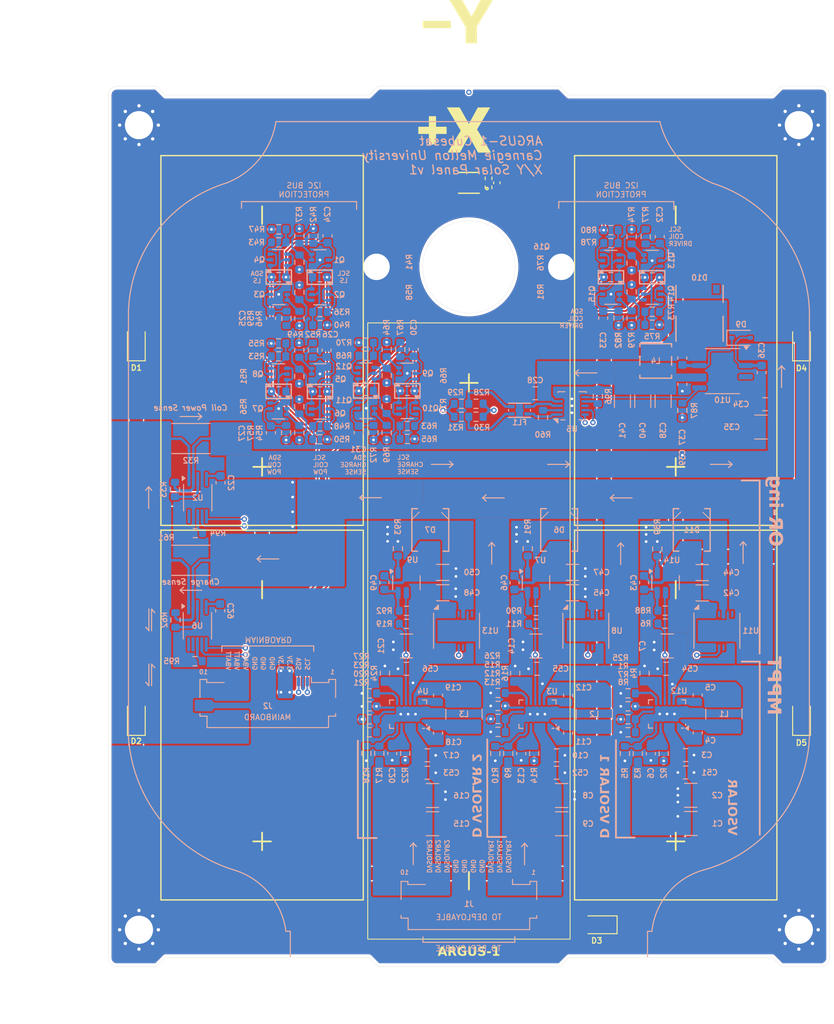
<source format=kicad_pcb>
(kicad_pcb (version 20240108) (generator "pcbnew") (generator_version "8.0")
  (layers (0 "F.Cu" signal) (1 "In1.Cu" signal) (2 "In2.Cu" signal) (31 "B.Cu" signal) (34 "B.Paste" user) (35 "F.Paste" user) (36 "B.SilkS" user "B.Silkscreen") (37 "F.SilkS" user "F.Silkscreen") (38 "B.Mask" user) (39 "F.Mask" user) (44 "Edge.Cuts" user))
  (net 0 "")
  (net 1 "GND")
  (net 2 "VSOLAR")
  (net 3 "Net-(U12-BST1)")
  (net 4 "Net-(U12-SW1)")
  (net 5 "Net-(U12-SW2)")
  (net 6 "Net-(U12-BST2)")
  (net 7 "/MPPT/VCC")
  (net 8 "/Charge OR-ing/IN")
  (net 9 "D_VSOLAR1")
  (net 10 "Net-(U3-SW1)")
  (net 11 "Net-(U3-BST1)")
  (net 12 "Net-(U3-BST2)")
  (net 13 "Net-(U3-SW2)")
  (net 14 "/MPPT1/VCC")
  (net 15 "/Charge OR-ing1/IN")
  (net 16 "D_VSOLAR2")
  (net 17 "Net-(U4-SW1)")
  (net 18 "Net-(U4-BST1)")
  (net 19 "Net-(U4-BST2)")
  (net 20 "Net-(U4-SW2)")
  (net 21 "/MPPT2/VCC")
  (net 22 "/Charge OR-ing2/IN")
  (net 23 "Net-(U2-TIMER)")
  (net 24 "Net-(Q1B-G1)")
  (net 25 "Net-(Q3B-G1)")
  (net 26 "Net-(Q5B-G1)")
  (net 27 "Net-(Q7B-G1)")
  (net 28 "+5V")
  (net 29 "Net-(U6-TIMER)")
  (net 30 "Net-(Q9B-G1)")
  (net 31 "Net-(Q11B-G1)")
  (net 32 "Net-(Q13B-G1)")
  (net 33 "Net-(Q15B-G1)")
  (net 34 "VDRIVE")
  (net 35 "Net-(D9-A)")
  (net 36 "Net-(D9-K)")
  (net 37 "Net-(D10-K)")
  (net 38 "Net-(U14-R1,C1)")
  (net 39 "Net-(D11-A)")
  (net 40 "Net-(U7-R1,C1)")
  (net 41 "Net-(D6-A)")
  (net 42 "Net-(U9-R1,C1)")
  (net 43 "Net-(D7-A)")
  (net 44 "Net-(D1-K)")
  (net 45 "Net-(D2-K)")
  (net 46 "Net-(D3-K)")
  (net 47 "Net-(D4-K)")
  (net 48 "VCHRG")
  (net 49 "COIL_P")
  (net 50 "COIL_N")
  (net 51 "Net-(U5-OUT1)")
  (net 52 "Net-(U5-OUT2)")
  (net 53 "VBATT")
  (net 54 "3.3V")
  (net 55 "Net-(Q1A-G2)")
  (net 56 "Net-(Q1A-D1)")
  (net 57 "Net-(Q2A-B1)")
  (net 58 "SCL")
  (net 59 "SCL_LS")
  (net 60 "Net-(Q3A-D1)")
  (net 61 "Net-(Q3A-G2)")
  (net 62 "Net-(Q4A-B1)")
  (net 63 "SDA")
  (net 64 "SDA_LS")
  (net 65 "Net-(Q5A-D1)")
  (net 66 "Net-(Q5A-G2)")
  (net 67 "SCL_CPWR")
  (net 68 "Net-(Q6A-B1)")
  (net 69 "Net-(Q7A-G2)")
  (net 70 "Net-(Q7A-D1)")
  (net 71 "Net-(Q8A-B1)")
  (net 72 "SDA_CPWR")
  (net 73 "Net-(Q10B-B2)")
  (net 74 "Net-(Q9A-G2)")
  (net 75 "SCL_SPWR")
  (net 76 "Net-(Q10A-B1)")
  (net 77 "Net-(Q11A-G2)")
  (net 78 "Net-(Q11A-D1)")
  (net 79 "SDA_SPWR")
  (net 80 "Net-(Q12A-B1)")
  (net 81 "Net-(Q13A-D1)")
  (net 82 "Net-(Q13A-G2)")
  (net 83 "SCL_M")
  (net 84 "Net-(Q14A-B1)")
  (net 85 "Net-(Q15A-G2)")
  (net 86 "Net-(Q15A-D1)")
  (net 87 "SDA_M")
  (net 88 "Net-(Q16A-B1)")
  (net 89 "Net-(U12-ILIM)")
  (net 90 "/MPPT/MPPC")
  (net 91 "Net-(U12-EXTVCC)")
  (net 92 "/PGOOD1")
  (net 93 "/MPPT/FB")
  (net 94 "/MPPT1/MPPC")
  (net 95 "/PGOOD2")
  (net 96 "/MPPT1/FB")
  (net 97 "Net-(U3-ILIM)")
  (net 98 "Net-(U3-EXTVCC)")
  (net 99 "/MPPT2/MPPC")
  (net 100 "/PGOOD3")
  (net 101 "/MPPT2/FB")
  (net 102 "Net-(U4-ILIM)")
  (net 103 "Net-(U4-EXTVCC)")
  (net 104 "Net-(U12-MODE)")
  (net 105 "Net-(U3-MODE)")
  (net 106 "Net-(U4-MODE)")
  (net 107 "/coil")
  (net 108 "Net-(U2-ON)")
  (net 109 "Net-(U1-ADDR)")
  (net 110 "Net-(U5-ISENSE)")
  (net 111 "Net-(U6-ON)")
  (net 112 "M_FAULT")
  (net 113 "Net-(U14-R2)")
  (net 114 "Net-(U7-R2)")
  (net 115 "Net-(U9-R2)")
  (net 117 "Net-(U2-A0)")
  (net 119 "Net-(U6-A0)")
  (net 121 "Net-(U5-A0)")
  (footprint "Resistor_SMD:R_0402_1005Metric" (layer "F.Cu") (at 154.63266 63.882999 -90)
    (property "Reference" "R34" (hide yes))
    (property "Value" "0R")
  )
  (footprint "Diode_SMD:D_PowerDI-123" (layer "F.Cu") (at 166.9298 147.6502 180)
    (property "Reference" "D3")
    (property "Value" "DFLS130L-7")
  )
  (footprint "SolarPanels:SM141K06TF" (layer "F.Cu") (at 128.8923 81.28 -90)
    (property "Reference" "SC1" (hide yes))
    (property "Value" "SM141K06TF")
  )
  (footprint "Capacitor_SMD:C_0402_1005Metric" (layer "F.Cu") (at 155.57246 63.373 90)
    (property "Reference" "C23" (hide yes))
    (property "Value" "0.1uF")
  )
  (footprint "SolarPanels:OPT4003" (layer "F.Cu") (at 152.4 63.373 180)
    (property "Reference" "U1" (hide yes))
    (property "Value" "OPT4003DNPRQ1")
  )
  (footprint "SolarPanels:MountingHole_3.2mm_M3_DIN965_Pad_TopBottom" (layer "F.Cu") (at 189.9 56.816201)
    (property "Reference" "H1" (hide yes))
    (property "Value" "MountingHole_Pad")
  )
  (footprint "SolarPanels:SM141K10TF" (layer "F.Cu") (at 152.4 114.2786 90)
    (property "Reference" "SC3" (hide yes))
    (property "Value" "SM141K10TF")
  )
  (footprint "Resistor_SMD:R_0402_1005Metric" (layer "F.Cu") (at 154.63266 62.863001 -90)
    (property "Reference" "R35" (hide yes))
    (property "Value" "0R")
  )
  (footprint "Diode_SMD:D_PowerDI-123" (layer "F.Cu") (at 190.20282 123.825 90)
    (property "Reference" "D5")
    (property "Value" "DFLS130L-7")
  )
  (footprint "custom-footprints:ypanel" (layer "F.Cu") (at 169.7018 45.9867)
    (property "Reference" "Ref**" (hide yes))
    (property "Value" "Val**" (hide yes))
  )
  (footprint "clipboard:eb50a26b-5fb6-463a-8dd0-ee5887daaa13" (layer "F.Cu") (at 148.256812 55.861755)
    (property "Reference" "")
    (property "Value" "")
  )
  (footprint "Diode_SMD:D_PowerDI-123" (layer "F.Cu") (at 114.59718 123.825 90)
    (property "Reference" "D2")
    (property "Value" "DFLS130L-7")
  )
  (footprint "SolarPanels:MountingHole_3.2mm_M3_DIN965_Pad_TopBottom" (layer "F.Cu") (at 189.9 148.216201)
    (property "Reference" "H2" (hide yes))
    (property "Value" "MountingHole_Pad")
  )
  (footprint "SolarPanels:SM141K06TF" (layer "F.Cu") (at 175.9077 123.825 -90)
    (property "Reference" "SC5" (hide yes))
    (property "Value" "SM141K06TF")
  )
  (footprint "SolarPanels:MountingHole_3.2mm_M3_DIN965_Pad_TopBottom" (layer "F.Cu") (at 114.9 148.216201)
    (property "Reference" "H3" (hide yes))
    (property "Value" "MountingHole_Pad")
  )
  (footprint "Diode_SMD:D_PowerDI-123" (layer "F.Cu") (at 190.20282 81.28 90)
    (property "Reference" "D4")
    (property "Value" "DFLS130L-7")
  )
  (footprint "X Label" (layer "F.Cu") (at 152.396812 58.8772)
    (property "Reference" "REF**" (hide yes))
    (property "Value" "")
  )
  (footprint "Diode_SMD:D_PowerDI-123" (layer "F.Cu") (at 114.59718 81.28 90)
    (property "Reference" "D1")
    (property "Value" "DFLS130L-7")
  )
  (footprint "SolarPanels:SM141K06TF" (layer "F.Cu") (at 175.9077 81.28 -90)
    (property "Reference" "SC4" (hide yes))
    (property "Value" "SM141K06TF")
  )
  (footprint "SolarPanels:MountingHole_3.2mm_M3_DIN965_Pad_TopBottom" (layer "F.Cu") (at 114.9 56.8198)
    (property "Reference" "H4" (hide yes))
    (property "Value" "MountingHole_Pad")
  )
  (footprint "SolarPanels:SM141K06TF" (layer "F.Cu") (at 128.8923 123.825 -90)
    (property "Reference" "SC2" (hide yes))
    (property "Value" "SM141K06TF")
  )
  (footprint "Package_TO_SOT_SMD:SOT-363_SC-70-6" (layer "B.Cu") (at 135.470401 76.067499 180)
    (property "Reference" "Q2")
    (property "Value" "MBT2222ADW1T1")
  )
  (footprint "Capacitor_SMD:C_0805_2012Metric" (layer "B.Cu") (at 177.032201 128.371601)
    (property "Reference" "C3")
    (property "Value" "1uF")
  )
  (footprint "Package_TO_SOT_SMD:SOT-363_SC-70-6" (layer "B.Cu") (at 130.7622 85.09)
    (property "Reference" "Q8")
    (property "Value" "MBT2222ADW1T1")
  )
  (footprint "Resistor_SMD:R_0603_1608Metric" (layer "B.Cu") (at 143.0528 82.295999 -90)
    (property "Reference" "R64")
    (property "Value" "100K")
  )
  (footprint "Resistor_SMD:R_0603_1608Metric" (layer "B.Cu") (at 133.1336 69.405 -90)
    (property "Reference" "R37")
    (property "Value" "100K")
  )
  (footprint "Capacitor_SMD:C_0603_1608Metric" (layer "B.Cu") (at 173.0756 128.206001 -90)
    (property "Reference" "C6")
    (property "Value" "4.7uF")
  )
  (footprint "Package_TO_SOT_SMD:SOT-363_SC-70-6" (layer "B.Cu") (at 135.4714 89.0524 180)
    (property "Reference" "Q6")
    (property "Value" "MBT2222ADW1T1")
  )
  (footprint "Capacitor_SMD:C_0805_2012Metric" (layer "B.Cu") (at 159.9438 87.2744 180)
    (property "Reference" "C28")
    (property "Value" "0.1uF")
  )
  (footprint "Package_SO:MSOP-10_3x3mm_P0.5mm" (layer "B.Cu") (at 121.539 113.683 -90)
    (property "Reference" "U6")
    (property "Value" "ADM1176-1ARMZ-R7")
  )
  (footprint "Package_TO_SOT_SMD:SOT-23-6" (layer "B.Cu") (at 174.752 108.788201 -90)
    (property "Reference" "U14")
    (property "Value" "SI3865DDV-T1-GE3")
  )
  (footprint "Resistor_SMD:R_0603_1608Metric" (layer "B.Cu") (at 173.228001 78.016401 180)
    (property "Reference" "R73")
    (property "Value" "680R")
  )
  (footprint "Capacitor_SMD:C_1206_3216Metric" (layer "B.Cu") (at 164.1602 107.6198)
    (property "Reference" "C47")
    (property "Value" "1uF")
  )
  (footprint "Capacitor_SMD:C_1210_3225Metric" (layer "B.Cu") (at 162.941 136.172967)
    (property "Reference" "C9")
    (property "Value" "10uF")
  )
  (footprint "Resistor_SMD:R_0603_1608Metric" (layer "B.Cu") (at 118.9882 98.205199 -90)
    (property "Reference" "R33")
    (property "Value" "1K")
  )
  (footprint "Resistor_SMD:R_0603_1608Metric" (layer "B.Cu") (at 168.5422 74.079401 180)
    (property "Reference" "R84" (hide yes))
    (property "Value" "DNI (0R)")
  )
  (footprint "Capacitor_SMD:C_0603_1608Metric" (layer "B.Cu") (at 178.403801 121.560401 90)
    (property "Reference" "C5")
    (property "Value" "22nF")
  )
  (footprint "Capacitor_SMD:C_1210_3225Metric" (layer "B.Cu") (at 160.024002 115.980963 180)
    (property "Reference" "C14")
    (property "Value" "47uF")
  )
  (footprint "Capacitor_SMD:C_0603_1608Metric" (layer "B.Cu") (at 129.8956 91.757999 -90)
    (property "Reference" "C27")
    (property "Value" "10nF")
  )
  (footprint "Capacitor_SMD:C_1206_3216Metric" (layer "B.Cu") (at 172.1612 88.1778 90)
    (property "Reference" "C40")
    (property "Value" "10uF")
  )
  (footprint "Resistor_SMD:R_0603_1608Metric" (layer "B.Cu") (at 140.716 81.533999)
    (property "Reference" "R70")
    (property "Value" "10K")
  )
  (footprint "Resistor_SMD:R_0603_1608Metric" (layer "B.Cu") (at 145.293801 111.9886)
    (property "Reference" "R92")
    (property "Value" "100K")
  )
  (footprint "Connector_FFC-FPC:Molex_200528-0100_1x10-1MP_P1.00mm_Horizontal" (layer "B.Cu") (at 129.54 120.9504 180)
    (property "Reference" "J2")
    (property "Value" "200528-0100")
  )
  (footprint "Capacitor_SMD:C_0805_2012Metric" (layer "B.Cu") (at 145.293803 118.571763 180)
    (property "Reference" "C56")
    (property "Value" "1uF")
  )
  (footprint "Capacitor_SMD:C_1206_3216Metric" (layer "B.Cu") (at 149.4282 107.6198)
    (property "Reference" "C50")
    (property "Value" "1uF")
  )
  (footprint "Resistor_SMD:R_0603_1608Metric" (layer "B.Cu") (at 170.484801 121.361201 180)
    (property "Reference" "R25")
    (property "Value" "0R")
  )
  (footprint "Capacitor_SMD:C_1210_3225Metric" (layer "B.Cu") (at 162.941 132.969)
    (property "Reference" "C8")
    (property "Value" "47uF")
  )
  (footprint "Resistor_SMD:R_0603_1608Metric" (layer "B.Cu") (at 156.8704 128.1938 90)
    (property "Reference" "R9")
    (property "Value" "R_Small")
  )
  (footprint "Resistor_SMD:R_0603_1608Metric" (layer "B.Cu") (at 145.3976 90.988999 180)
    (property "Reference" "R63")
    (property "Value" "680R")
  )
  (footprint "Resistor_SMD:R_0603_1608Metric" (layer "B.Cu") (at 142.214602 128.1806 90)
    (property "Reference" "R17")
    (property "Value" "R_Small")
  )
  (footprint "Resistor_SMD:R_0603_1608Metric" (layer "B.Cu") (at 145.397601 87.001198)
    (property "Reference" "R44" (hide yes))
    (property "Value" "DNI (0R)")
  )
  (footprint "SolarPanels:SRF2012" (layer "B.Cu") (at 158.1536 89.2048 180)
    (property "Reference" "FL1")
    (property "Value" "SRF2012")
  )
  (footprint "Package_DFN_QFN:DFN-16-1EP_4x5mm_P0.5mm_EP2.44x4.34mm" (layer "B.Cu") (at 165.688202 114.2492 -90)
    (property "Reference" "U8")
    (property "Value" "LTC4376CDHD_PBF")
  )
  (footprint "Resistor_SMD:R_0603_1608Metric" (layer "B.Cu") (at 140.715999 83.007199)
    (property "Reference" "R68")
    (property "Value" "680R")
  )
  (footprint "Resistor_SMD:R_0603_1608Metric" (layer "B.Cu") (at 133.1214 82.3722 -90)
    (property "Reference" "R49")
    (property "Value" "100K")
  )
  (footprint "Package_TO_SOT_SMD:SOT-363_SC-70-6" (layer "B.Cu") (at 145.389601 85.014899)
    (property "Reference" "Q9")
    (property "Value" "NX3008NBKS")
  )
  (footprint "Resistor_SMD:R_0603_1608Metric" (layer "B.Cu") (at 157.661801 119.079763 -90)
    (property "Reference" "R16")
    (property "Value" "0R")
  )
  (footprint "Resistor_SMD:R_0603_1608Metric" (layer "B.Cu") (at 172.4914 69.482 -90)
    (property "Reference" "R77")
    (property "Value" "200K")
  )
  (footprint "Capacitor_SMD:C_0805_2012Metric" (layer "B.Cu") (at 177.032201 130.352801)
    (property "Reference" "C51")
    (property "Value" "1uF")
  )
  (footprint "Package_TO_SOT_SMD:SOT-363_SC-70-6" (layer "B.Cu") (at 135.4704 72.130499)
    (property "Reference" "Q1")
    (property "Value" "NX3008NBKS")
  )
  (footprint "Capacitor_SMD:C_0805_2012Metric" (layer "B.Cu") (at 147.675602 128.400567)
    (property "Reference" "C17")
    (property "Value" "1uF")
  )
  (footprint "Resistor_SMD:R_0603_1608Metric" (layer "B.Cu") (at 133.1336 75.805799 -90)
    (property "Reference" "R58")
    (property "Value" "10K")
  )
  (footprint "Resistor_SMD:R_0603_1608Metric" (layer "B.Cu") (at 143.052799 88.7476 -90)
    (property "Reference" "R71")
    (property "Value" "10K")
  )
  (footprint "Resistor_SMD:R_0603_1608Metric" (layer "B.Cu") (at 141.0716 124.3076)
    (property "Reference" "R20")
    (property "Value" "R_Small")
  )
  (footprint "Capacitor_SMD:C_0603_1608Metric" (layer "B.Cu") (at 143.687802 128.180599 -90)
    (property "Reference" "C20")
    (property "Value" "4.7uF")
  )
  (footprint "Package_TO_SOT_SMD:SOT-363_SC-70-6" (layer "B.Cu") (at 145.397601 88.989399 180)
    (property "Reference" "Q10")
    (property "Value" "MBT2222ADW1T1")
  )
  (footprint "Package_TO_SOT_SMD:SOT-23-6" (layer "B.Cu") (at 145.293801 108.799715 -90)
    (property "Reference" "U9")
    (property "Value" "SI3865DDV-T1-GE3")
  )
  (footprint "Capacitor_SMD:C_1210_3225Metric" (layer "B.Cu") (at 174.925803 115.976401 180)
    (property "Reference" "C7")
    (property "Value" "47uF")
  )
  (footprint "Resistor_SMD:R_0603_1608Metric" (layer "B.Cu") (at 170.8968 78.727501 90)
    (property "Reference" "R79")
    (property "Value" "100K")
  )
  (footprint "Resistor_SMD:R_0603_1608Metric" (layer "B.Cu") (at 170.8912 72.4792 90)
    (property "Reference" "R76")
    (property "Value" "10K")
  )
  (footprint "Resistor_SMD:R_0603_1608Metric" (layer "B.Cu") (at 145.397601 92.462198 180)
    (property "Reference" "R65")
    (property "Value" "10K")
  )
  (footprint "Capacitor_SMD:C_0603_1608Metric" (layer "B.Cu") (at 124.1698 97.436798 90)
    (property "Reference" "C22")
    (property "Value" "3.3nF")
  )
  (footprint "Capacitor_SMD:C_0603_1608Metric" (layer "B.Cu") (at 163.6776 121.593367 90)
    (property "Reference" "C12")
    (property "Value" "22nF")
  )
  (footprint "SolarPanels:DO-214BA_MCH" (layer "B.Cu") (at 162.658141 102.798363 -90)
    (property "Reference" "D6")
    (property "Value" "LSM115")
  )
  (footprint "Resistor_SMD:R_2512_6332Metric" (layer "B.Cu") (at 120.817 92.413998 180)
    (property "Reference" "R32")
    (property "Value" "?R")
  )
  (footprint "Capacitor_SMD:C_1206_3216Metric" (layer "B.Cu") (at 169.849799 88.1778 90)
    (property "Reference" "C41")
    (property "Value" "10uF")
  )
  (footprint "Resistor_SMD:R_0603_1608Metric" (layer "B.Cu") (at 130.762201 81.610199)
    (property "Reference" "R55")
    (property "Value" "10K")
  )
  (footprint "Capacitor_SMD:C_1210_3225Metric" (layer "B.Cu") (at 177.622199 136.144001)
    (property "Reference" "C1")
    (property "Value" "47uF")
  )
  (footprint "Package_SO:MSOP-10_3x3mm_P0.5mm" (layer "B.Cu") (at 121.578999 99.141699 -90)
    (property "Reference" "U2")
    (property "Value" "ADM1176-1ARMZ-R7")
  )
  (footprint "Resistor_SMD:R_0603_1608Metric" (layer "B.Cu") (at 159.084201 104.931963 90)
    (property "Reference" "R91")
    (property "Value" "10K")
  )
  (footprint "Package_TO_SOT_SMD:SOT-363_SC-70-6" (layer "B.Cu") (at 173.228 72.199799)
    (property "Reference" "Q13")
    (property "Value" "NX3008NBKS")
  )
  (footprint "Resistor_SMD:R_0603_1608Metric" (layer "B.Cu") (at 140.712199 87.001198 180)
    (property "Reference" "R45" (hide yes))
    (property "Value" "DNI (0R)")
  )
  (footprint "Resistor_SMD:R_0603_1608Metric" (layer "B.Cu") (at 170.1292 128.206001 -90)
    (property "Reference" "R5")
    (property "Value" "R_Small")
  )
  (footprint "Resistor_SMD:R_0603_1608Metric" (layer "B.Cu") (at 130.785599 74.085001 180)
    (property "Reference" "R39" (hide yes))
    (property "Value" "DNI (0R)")
  )
  (footprint "SolarPanels:MountingHole_3mm" (layer "B.Cu") (at 141.9 72.91578 180)
    (property "Reference" "H5" (hide yes))
    (property "Value" "Camera MountingHole")
  )
  (footprint "Resistor_SMD:R_0603_1608Metric" (layer "B.Cu") (at 141.0716 121.361199 180)
    (property "Reference" "R27")
    (property "Value" "0R")
  )
  (footprint "Capacitor_SMD:C_0603_1608Metric" (layer "B.Cu") (at 124.129799 111.981199 90)
    (property "Reference" "C29")
    (property "Value" "3.3nF")
  )
  (footprint "Resistor_SMD:R_0603_1608Metric" (layer "B.Cu") (at 119.0498 113.022599 -90)
    (property "Reference" "R62")
    (property "Value" "1K")
  )
  (footprint "Resistor_SMD:R_0603_1608Metric" (layer "B.Cu") (at 168.5422 68.7454)
    (property "Reference" "R80")
    (property "Value" "10K")
  )
  (footprint "Resistor_SMD:R_0603_1608Metric" (layer "B.Cu") (at 130.785599 68.6562)
    (property "Reference" "R47")
    (property "Value" "10K")
  )
  (footprint "Resistor_SMD:R_0603_1608Metric" (layer "B.Cu") (at 130.762199 83.0834)
    (property "Reference" "R53")
    (property "Value" "680R")
  )
  (footprint "Resistor_SMD:R_0603_1608Metric" (layer "B.Cu") (at 140.741402 128.180599 -90)
    (property "Reference" "R18")
    (property "Value" "R_Small")
  )
  (footprint "SolarPanels:NRVB440MFSWFT1G" (layer "B.Cu") (at 178.6128 78.1938 -90)
    (property "Reference" "D10")
    (property "Value" "NRVB440MFS")
  )
  (footprint "Capacitor_SMD:C_0805_2012Metric" (layer "B.Cu") (at 160.125601 118.571763 180)
    (property "Reference" "C55")
    (property "Value" "1uF")
  )
  (footprint "Capacitor_SMD:C_0603_1608Metric" (layer "B.Cu") (at 174.0916 69.482 90)
    (property "Reference" "C32")
    (property "Value" "10nF")
  )
  (footprint "Package_DFN_QFN:QFN-20-1EP_3x4mm_P0.5mm_EP1.65x2.65mm" (layer "B.Cu") (at 145.491202 123.726967 90)
    (property "Reference" "U4")
    (property "Value" "LTC3130")
  )
  (footprint "Resistor_SMD:R_0603_1608Metric" (layer "B.Cu") (at 170.8968 75.755701 -90)
    (property "Reference" "R81")
    (property "Value" "10K")
  )
  (footprint "Package_TO_SOT_SMD:SOT-363_SC-70-6" (layer "B.Cu") (at 130.785599 76.0476 180)
    (property "Reference" "Q3")
    (property "Value" "NX3008NBKS")
  )
  (footprint "Package_DFN_QFN:DFN-16-1EP_4x5mm_P0.5mm_EP2.44x4.34mm" (layer "B.Cu") (at 180.5849 114.249201 -90)
    (property "Reference" "U11")
    (property "Value" "LTC4376CDHD_PBF")
  )
  (footprint "Package_TO_SOT_SMD:SOT-363_SC-70-6" (layer "B.Cu") (at 130.785599 72.1106)
    (property "Reference" "Q4")
    (property "Value" "MBT2222ADW1T1")
  )
  (footprint "Resistor_SMD:R_0603_1608Metric" (layer "B.Cu") (at 170.4848 124.307601)
    (property "Reference" "R7")
    (property "Value" "R_Small")
  )
  (footprint "Capacitor_SMD:C_0603_1608Metric" (layer "B.Cu") (at 176.657 86.2586 90)
    (property "Reference" "C39")
    (property "Value" "0.1uF")
  )
  (footprint "Resistor_SMD:R_0603_1608Metric" (layer "B.Cu") (at 168.5422 70.218601)
    (property "Reference" "R78")
    (property "Value" "680R")
  )
  (footprint "Capacitor_SMD:C_0603_1608Metric" (layer "B.Cu") (at 129.9078 78.765401 -90)
    (property "Reference" "C25")
    (property "Value" "10nF")
  )
  (footprint "Resistor_SMD:R_0603_1608Metric" (layer "B.Cu") (at 151.5496 88.4682)
    (property "Reference" "R29")
    (property "Value" "0R")
  )
  (footprint "Capacitor_SMD:C_0603_1608Metric" (layer "B.Cu") (at 146.1262 82.295999 90)
    (property "Reference" "C30")
    (property "Value" "10nF")
  )
  (footprint "Resistor_SMD:R_0603_1608Metric" (layer "B.Cu") (at 143.0528 91.7448 90)
    (property "Reference" "R69")
    (property "Value" "100K")
  )
  (footprint "Resistor_SMD:R_0603_1608Metric" (layer "B.Cu") (at 170.8912 69.482001 -90)
    (property "Reference" "R74")
    (property "Value" "100K")
  )
  (footprint "Capacitor_SMD:C_0603_1608Metric" (layer "B.Cu") (at 158.3436 128.1938 -90)
    (property "Reference" "C13")
    (property "Value" "4.7uF")
  )
  (footprint "Resistor_SMD:R_0603_1608Metric" (layer "B.Cu") (at 133.1214 88.7852 -90)
    (property "Reference" "R56")
    (property "Value" "10K")
  )
  (footprint "SolarPanels:XGL3520" (layer "B.Cu") (at 173.634399 83.604 -90)
    (property "Reference" "L4")
    (property "Value" "XGL3520-222")
  )
  (footprint "Diode_SMD:D_SOD-323" (layer "B.Cu") (at 183.3286 80.9752)
    (property "Reference" "D9")
    (property "Value" "BAS16HT1G")
  )
  (footprint "Resistor_SMD:R_0603_1608Metric" (layer "B.Cu") (at 135.4714 91.0336 180)
    (property "Reference" "R48")
    (property "Value" "680R")
  )
  (footprint "Resistor_SMD:R_0603_1608Metric" (layer "B.Cu") (at 135.4714 87.0712)
    (property "Reference" "R85" (hide yes))
    (property "Value" "DNI (0R)")
  )
  (footprint "Resistor_SMD:R_0603_1608Metric" (layer "B.Cu") (at 131.6604 78.7654 90)
    (property "Reference" "R59")
    (property "Value" "200K")
  )
  (footprint "Capacitor_SMD:C_0805_2012Metric" (layer "B.Cu") (at 147.675602 130.381767)
    (property "Reference" "C53")
    (property "Value" "1uF")
  )
  (footprint "Resistor_SMD:R_0603_1608Metric" (layer "B.Cu") (at 159.816799 128.1938 90)
    (property "Reference" "R14")
    (property "Value" "0R (DNI)")
  )
  (footprint "Capacitor_SMD:C_0603_1608Metric" (layer "B.Cu") (at 172.3136 108.788201 90)
    (property "Reference" "C43")
    (property "Value" "1nF")
  )
  (footprint "Resistor_SMD:R_0603_1608Metric" (layer "B.Cu") (at 134.6708 82.3722 -90)
    (property "Reference" "R52")
    (property "Value" "200K")
  )
  (footprint "Resistor_SMD:R_0603_1608Metric" (layer "B.Cu") (at 144.6022 82.295999 -90)
    (property "Reference" "R67")
    (property "Value" "200K")
  )
  (footprint "Package_TO_SOT_SMD:SOT-363_SC-70-6" (layer "B.Cu") (at 130.762199 89.027 180)
    (property "Reference" "Q7")
    (property "Value" "NX3008NBKS")
  )
  (footprint "Resistor_SMD:R_0603_1608Metric" (layer "B.Cu") (at 145.161002 128.180599 90)
    (property "Reference" "R22")
    (property "Value" "0R (DNI)")
  )
  (footprint "Package_SON:VSON-10-1EP_3x3mm_P0.5mm_EP1.65x2.4mm" (layer "B.Cu") (at 164.1208 88.6968)
    (property "Reference" "U5")
    (property "Value" "DRV8830DRC")
  )
  (footprint "Package_DFN_QFN:QFN-20-1EP_3x4mm_P0.5mm_EP1.65x2.65mm" (layer "B.Cu") (at 174.923601 123.701601 90)
    (property "Reference" "U12")
    (property "Value" "LTC3130")
  )
  (footprint "Resistor_SMD:R_0603_1608Metric" (layer "B.Cu") (at 141.071599 125.7808 180)
    (property "Reference" "R21")
    (property "Value" "R_Small")
  )
  (footprint "Resistor_SMD:R_0603_1608Metric" (layer "B.Cu") (at 133.1336 78.7908 90)
    (property "Reference" "R46")
    (property "Value" "100K")
  )
  (footprint "Resistor_SMD:R_0603_1608Metric" (layer "B.Cu") (at 130.7876 87.059 180)
    (property "Reference" "R86" (hide yes))
    (property "Value" "DNI (0R)")
  )
  (footprint "Resistor_SMD:R_0603_1608Metric" (layer "B.Cu") (at 145.293801 113.4618)
    (property "Reference" "R19")
    (property "Value" "100K")
  )
  (footprint "Capacitor_SMD:C_1206_3216Metric" (layer "B.Cu") (at 164.1602 109.9312)
    (property "Reference" "C45")
    (property "Value" "10uF")
  )
  (footprint "Package_TO_SOT_SMD:SOT-363_SC-70-6" (layer "B.Cu") (at 140.712201 84.994599)
    (property "Reference" "Q12")
    (property "Value" "MBT2222ADW1T1")
  )
  (footprint "Resistor_SMD:R_0603_1608Metric" (layer "B.Cu") (at 170.4848 122.834401 180)
    (property "Reference" "R1")
    (property "Value" "0R")
  )
  (footprint "Inductor_SMD:L_Coilcraft_LPS4018" (layer "B.Cu") (at 181.3814 123.698001 90)
    (property "Reference" "L1")
    (property "Value" "6.8uH")
  )
  (footprint "Resistor_SMD:R_0603_1608Metric" (layer "B.Cu") (at 135.4704 79.521899 180)
    (property "Reference" "R40")
    (property "Value" "10K")
  )
  (footprint "Capacitor_SMD:C_0603_1608Metric" (layer "B.Cu") (at 142.7988 108.7882 90)
    (property "Reference" "C49")
    (property "Value" "1nF")
  )
  (footprint "Resistor_SMD:R_0603_1608Metric" (layer "B.Cu") (at 135.445 74.086299)
    (property "Reference" "R38" (hide yes))
    (property "Value" "DNI (0R)")
  )
  (footprint "Capacitor_SMD:C_1206_3216Metric" (layer "B.Cu") (at 178.919401 109.956601)
    (property "Reference" "C42")
    (property "Value" "10uF")
  )
  (footprint "Inductor_SMD:L_Coilcraft_LPS4018" (layer "B.Cu") (at 151.8412 123.7234 90)
    (property "Reference" "L3")
    (property "Value" "6.8uH")
  )
  (footprint "Resistor_SMD:R_0603_1608Metric" (layer "B.Cu") (at 174.7012 111.963201)
    (property "Reference" "R88")
    (property "Value" "100K")
  )
  (footprint "Capacitor_SMD:C_0603_1608Metric" (layer "B.Cu") (at 136.2202 82.3722 90)
    (property "Reference" "C26")
    (property "Value" "10nF")
  )
  (footprint "Resistor_SMD:R_0603_1608Metric" (layer "B.Cu") (at 174.543002 128.206002 90)
    (property "Reference" "R2")
    (property "Value" "0R (DNI)")
  )
  (footprint "Capacitor_SMD:C_1210_3225Metric" (layer "B.Cu") (at 148.261601 136.1694)
    (property "Reference" "C15")
    (property "Value" "47uF")
  )
  (footprint "SolarPanels:DO-214BA_MCH" (layer "B.Cu") (at 148.011601 102.798363 -90)
    (property "Reference" "D7")
    (property "Value" "LSM115")
  )
  (footprint "Package_TO_SOT_SMD:SOT-363_SC-70-6" (layer "B.Cu") (at 140.712201 88.982397 180)
    (property "Reference" "Q11")
    (property "Value" "NX3008NBKS")
  )
  (footprint "Resistor_SMD:R_0603_1608Metric" (layer "B.Cu") (at 155.702 124.261363)
    (property "Reference" "R12")
    (property "Value" "R_Small")
  )
  (footprint "Resistor_SMD:R_0603_1608Metric" (layer "B.Cu") (at 142.8496 119.0752 -90)
    (property "Reference" "R24")
    (property "Value" "0R")
  )
  (footprint "Resistor_SMD:R_0603_1608Metric" (layer "B.Cu") (at 135.471401 92.5068 180)
    (property "Reference" "R50")
    (property "Value" "10K")
  )
  (footprint "Inductor_SMD:L_Coilcraft_LPS4018" (layer "B.Cu") (at 166.6494 123.726967 90)
    (property "Reference" "L2")
    (property "Value" "6.8uH")
  )
  (footprint "Resistor_SMD:R_0603_1608Metric" (layer "B.Cu") (at 151.5496 89.9414)
    (property "Reference" "R31")
    (property "Value" "0R")
  )
  (footprint "Capacitor_SMD:C_0603_1608Metric" (layer "B.Cu") (at 163.6776 125.860567 -90)
    (property "Reference" "C11")
    (property "Value" "22nF")
  )
  (footprint "Capacitor_SMD:C_0805_2012Metric" (layer "B.Cu") (at 174.8028 118.567201 180)
    (property "Reference" "C54")
    (property "Value" "1uF")
  )
  (footprint "Resistor_SMD:R_0603_1608Metric" (layer "B.Cu") (at 160.024001 111.9886)
    (property "Reference" "R90")
    (property "Value" "100K")
  )
  (footprint "Resistor_SMD:R_0603_1608Metric" (layer "B.Cu") (at 172.3644 119.075201 -90)
    (property "Reference" "R4")
    (property "Value" "0R")
  )
  (footprint "Resistor_SMD:R_0603_1608Metric" (layer "B.Cu") (at 170.4848 125.7808 180)
    (property "Reference" "R8")
    (property "Value" "R_Small")
  )
  (footprint "Resistor_SMD:R_0603_1608Metric" (layer "B.Cu") (at 121.2996 103.151797)
    (property "Reference" "R94")
    (property "Value" "0R")
  )
  (footprint "Resistor_SMD:R_0603_1608Metric" (layer "B.Cu") (at 173.228001 79.4896 180)
    (property "Reference" "R75")
    (property "Value" "10K")
  )
  (footprint "Resistor_SMD:R_0603_1608Metric" (layer "B.Cu") (at 121.2596 117.7036)
    (property "Reference" "R95")
    (property "Value" "0R")
  )
  (footprint "Package_DFN_QFN:QFN-20-1EP_3x4mm_P0.5mm_EP1.65x2.65mm" (layer "B.Cu") (at 160.197801 123.726967 90)
    (property "Reference" "U3")
    (property "Value" "LTC3130")
  )
  (footprint "Resistor_SMD:R_0603_1608Metric" (layer "B.Cu") (at 160.8206 90.0298 90)
    (property "Reference" "R60")
    (property "Value" "0R")
  )
  (footprint "Resistor_SMD:R_0603_1608Metric" (layer "B.Cu") (at 134.7216 69.405 -90)
    (property "Reference" "R42")
    (property "Value" "200K")
  )
  (footprint "Capacitor_SMD:C_1210_3225Metric" (layer "B.Cu") (at 177.6222 132.943601)
    (property "Reference" "C2")
    (property "Value" "10uF")
  )
  (footprint "Capacitor_SMD:C_0805_2012Metric" (layer "B.Cu") (at 162.356801 128.400567)
    (property "Reference" "C10")
    (property "Value" "1uF")
  )
  (footprint "Capacitor_SMD:C_0603_1608Metric" (layer "B.Cu") (at 157.5816 108.792763 90)
    (property "Reference" "C46")
    (property "Value" "1nF")
  )
  (footprint "Resistor_SMD:R_0603_1608Metric" (layer "B.Cu") (at 131.6228 91.757999 90)
    (property "Reference" "R57")
    (property "Value" "200K")
  )
  (footprint "Resistor_SMD:R_0603_1608Metric" (layer "B.Cu") (at 133.1214 91.758 90)
    (property "Reference" "R54")
    (property "Value" "100K")
  )
  (footprint "Capacitor_SMD:C_0603_1608Metric" (layer "B.Cu") (at 148.890801 125.857 -90)
    (property "Reference" "C18")
    (property "Value" "22nF")
  )
  (footprint "Resistor_SMD:R_0603_1608Metric" (layer "B.Cu") (at 155.3972 128.1938 -90)
    (property "Reference" "R10")
    (property "Value" "R_Small")
  )
  (footprint "Package_TO_SOT_SMD:SOT-363_SC-70-6" (layer "B.Cu") (at 168.5422 72.199801)
    (property "Reference" "Q16")
    (property "Value" "MBT2222ADW1T1")
  )
  (footprint "Capacitor_SMD:C_0805_2012Metric" (layer "B.Cu") (at 186.055 88.519)
    (property "Reference" "C34")
    (property "Value" "1uF")
  )
  (footprint "Resistor_SMD:R_0603_1608Metric" (layer "B.Cu") (at 169.4058 78.727601 90)
    (property "Reference" "R82")
    (property "Value" "200K")
  )
  (footprint "Resistor_SMD:R_2512_6332Metric" (layer "B.Cu") (at 120.8024 106.2472 180)
    (property "Reference" "R61")
    (property "Value" "?R")
  )
  (footprint "Resistor_SMD:R_0603_1608Metric" (layer "B.Cu") (at 143.0528 85.267799 90)
    (property "Reference" "R66")
    (property "Value" "10K")
  )
  (footprint "Resistor_SMD:R_0603_1608Metric" (layer "B.Cu") (at 155.702 125.734563 180)
    (property "Reference" "R13")
    (property "Value" "R_Small")
  )
  (footprint "Capacitor_SMD:C_0603_1608Metric" (layer "B.Cu") (at 148.890801 121.5898 90)
    (property "Reference" "C19")
    (property "Value" "22nF")
  )
  (footprint "Resistor_SMD:R_0603_1608Metric" (layer "B.Cu") (at 153.1996 89.9414)
    (property "Reference" "R30")
    (property "Value" "0R")
  )
  (footprint "Capacitor_SMD:C_1206_3216Metric" (layer "B.Cu") (at 149.4282 109.9312)
    (property "Reference" "C48")
    (property "Value" "10uF")
  )
  (footprint "Resistor_SMD:R_0603_1608Metric" (layer "B.Cu") (at 176.657 89.2302 -90)
    (property "Reference" "R87")
    (property "Value" "10K")
  )
  (footprint "Resistor_SMD:R_0603_1608Metric" (layer "B.Cu") (at 155.701999 121.314963 180)
    (property "Reference" "R26")
    (property "Value" "0R")
  )
  (footprint "Resistor_SMD:R_0603_1608Metric" (layer "B.Cu") (at 167.0558 87.63 -90)
    (property "Reference" "R96")
    (property "Value" "0R")
  )
  (footprint "Capacitor_SMD:C_0805_2012Metric" (layer "B.Cu") (at 162.3568 130.3782)
    (property "Reference" "C52")
    (property "Value" "1uF")
  )
  (footprint "Capacitor_SMD:C_1210_3225Metric" (layer "B.Cu") (at 145.292001 115.980963 180)
    (property "Reference" "C21")
    (property "Value" "47uF")
  )
  (footprint "Package_TO_SOT_SMD:SOT-363_SC-70-6" (layer "B.Cu") (at 173.228 76.0101 180)
    (property "Reference" "Q14")
    (property "Value" "MBT2222ADW1T1")
  )
  (footprint "Capacitor_SMD:C_1206_3216Metric" (layer "B.Cu") (at 178.919401 107.645201)
    (property "Reference" "C44")
    (property "Value" "1uF")
  )
  (footprint "Capacitor_SMD:C_0603_1608Metric" (layer "B.Cu") (at 176.657 83.2744 90)
    (property "Reference" "C37")
    (property "Value" "0.1uF")
  )
  (footprint "Connector_FFC-FPC:Molex_200528-0100_1x10-1MP_P1.00mm_Horizontal" (layer "B.Cu") (at 152.4 143.891 180)
    (property "Reference" "J1")
    (property "Value" "200528-0100")
  )
  (footprint "Capacitor_SMD:C_0603_1608Metric" (layer "B.Cu") (at 136.334 69.405 90)
    (property "Reference" "C24")
    (property "Value" "10nF")
  )
  (footprint "Resistor_SMD:R_0603_1608Metric" (layer "B.Cu") (at 135.470401 78.048699 180)
    (property "Reference" "R36")
    (property "Value" "680R")
  )
  (footprint "Capacitor_SMD:C_0603_1608Metric" (layer "B.Cu") (at 167.6654 78.727601 -90)
    (property "Reference" "C33")
    (property "Value" "10nF")
  )
  (footprint "Capacitor_SMD:C_0603_1608Metric" (layer "B.Cu") (at 139.8778 91.7448 -90)
    (property "Reference" "C31")
    (property "Value" "10nF")
  )
  (footprint "Resistor_SMD:R_0603_1608Metric" (layer "B.Cu") (at 173.228 74.1172)
    (property "Reference" "R83" (hide yes))
    (property "Value" "DNI (0R)")
  )
  (footprint "Resistor_SMD:R_0603_1608Metric" (layer "B.Cu") (at 173.8122 104.952801 90)
    (property "Reference" "R89")
    (property "Value" "10K")
  )
  (footprint "Package_DFN_QFN:DFN-16-1EP_4x5mm_P0.5mm_EP2.44x4.34mm" (layer "B.Cu") (at 150.9925 114.2492 -90)
    (property "Reference" "U13")
    (property "Value" "LTC4376CDHD_PBF")
  )
  (footprint "Resistor_SMD:R_0603_1608Metric" (layer "B.Cu") (at 144.328601 104.925715 90)
    (property "Reference" "R93")
    (property "Value" "10K")
  )
  (footprint "Capacitor_SMD:C_0603_1608Metric" (layer "B.Cu") (at 178.403801 125.831601 -90)
    (property "Reference" "C4")
    (property "Value" "22nF")
  )
  (footprint "SolarPanels:MountingHole_3mm" (layer "B.Cu") (at 162.9 72.91578 180)
    (property "Reference" "H6" (hide yes))
    (property "Value" "Camera MountingHole")
  )
  (footprint "Resistor_SMD:R_0603_1608Metric" (layer "B.Cu") (at 130.785599 70.1294)
    (property "Reference" "R43")
    (property "Value" "680R")
  )
  (footprint "Resistor_SMD:R_0603_1608Metric" (layer "B.Cu") (at 133.1336 72.389 90)
    (property "Reference" "R41")
    (property "Value" "10K")
  )
  (footprint "Capacitor_SMD:C_0603_1608Metric" (layer "B.Cu") (at 185.674 84.9124 90)
    (property "Reference" "C36")
    (property "Value" "0.1uF")
  )
  (footprint "Resistor_SMD:R_0603_1608Metric" (layer "B.Cu") (at 160.024001 113.4618)
    (property "Reference" "R11")
    (property "Value" "100K")
  )
  (footprint "Resistor_SMD:R_0603_1608Metric" (layer "B.Cu") (at 141.5542 91.7448 90)
    (property "Reference" "R72")
    (property "Value" "200K")
  )
  (footprint "Resistor_SMD:R_0603_1608Metric" (layer "B.Cu") (at 153.1996 88.4682)
    (property "Reference" "R28")
    (property "Value" "0R")
  )
  (footprint "Resistor_SMD:R_0603_1608Metric" (layer "B.Cu") (at 141.0716 122.8344 180)
    (property "Reference" "R23")
    (property "Value" "0R")
  )
  (footprint "Resistor_SMD:R_0603_1608Metric" (layer "B.Cu") (at 171.6024 128.206001 90)
    (property "Reference" "R3")
    (property "Value" "R_Small")
  )
  (footprint "Package_TO_SOT_SMD:SOT-363_SC-70-6" (layer "B.Cu") (at 168.5422 76.009801 180)
    (property "Reference" "Q15")
    (property "Value" "NX3008NBKS")
  )
  (footprint "Resistor_SMD:R_0603_1608Metric" (layer "B.Cu") (at 155.702 122.788163 180)
    (property "Reference" "R15")
    (property "Value" "0R")
  )
  (footprint "Capacitor_SMD:C_1210_3225Metric" (layer "B.Cu") (at 185.5978 91.1098)
    (property "Reference" "C35")
    (property "Value" "4.7uF")
  )
  (footprint "Package_TO_SOT_SMD:SOT-363_SC-70-6" (layer "B.Cu") (at 135.4714 85.09)
    (property "Reference" "Q5")
    (property "Value" "NX3008NBKS")
  )
  (footprint "Capacitor_SMD:C_1206_3216Metric" (layer "B.Cu") (at 174.472601 88.177801 90)
    (property "Reference" "C38")
    (property "Value" "10uF")
  )
  (footprint "SolarPanels:DO-214BA_MCH" (layer "B.Cu") (at 177.7238 102.793801 -90)
    (property "Reference" "D11")
    (property "Value" "LSM115")
  )
  (footprint "Capacitor_SMD:C_1210_3225Metric" (layer "B.Cu") (at 148.261601 132.969)
    (property "Reference" "C16")
    (property "Value" "10uF")
  )
  (footprint "Resistor_SMD:R_0603_1608Metric" (layer "B.Cu") (at 133.1214 85.355201 90)
    (property "Reference" "R51")
    (property "Value" "10K")
  )
  (footprint "Package_TO_SOT_SMD:SOT-23-6" (layer "B.Cu") (at 160.024001 108.792763 -90)
    (property "Reference" "U7")
    (property "Value" "SI3865DDV-T1-GE3")
  )
  (footprint "Resistor_SMD:R_0603_1608Metric" (layer "B.Cu") (at 174.7012 113.436401)
    (property "Reference" "R6")
    (property "Value" "100K")
  )
  (footprint "Package_SO:SOIC-8-1EP_3.9x4.9mm_P1.27mm_EP2.514x3.2mm" (layer "B.Cu") (at 181.224 84.7598 180)
    (property "Reference" "U10")
    (property "Value" "NCV891330PD50R2G")
  )
  (gr_line (start 124.3203 115.9764) (end 134.7597 115.9764) (stroke (width 0.127)) (layer "B.SilkS"))
  (gr_line (start 169.1132 137.7442) (end 171.2468 137.7442) (stroke (width 0.2032)) (layer "B.SilkS"))
  (gr_line (start 150.5966 95.3516) (end 150.1902 95.7072) (stroke (width 0.1)) (layer "B.SilkS"))
  (gr_line (start 164.464999 84.963) (end 164.8714 85.3186) (stroke (width 0.127)) (layer "B.SilkS"))
  (gr_arc (start 191.100001 126.41619) (mid 187.523236 135.854782) (end 179.100001 141.416201) (stroke (width 0.127)) (layer "B.SilkS"))
  (gr_line (start 179.8574 95.3516) (end 182.3212 95.3516) (stroke (width 0.127)) (layer "B.SilkS"))
  (gr_rect (start 139.282101 86.145997) (end 142.152301 87.822397) (stroke (width 0.1524)) (fill none) (layer "B.SilkS"))
  (gr_line (start 116.0272 111.7854) (end 116.0272 114.2492) (stroke (width 0.127)) (layer "B.SilkS"))
  (gr_line (start 168.4782 99.1616) (end 168.8846 99.5172) (stroke (width 0.127)) (layer "B.SilkS"))
  (gr_line (start 150.1902 95.7072) (end 150.5966 95.3516) (stroke (width 0.127)) (layer "B.SilkS"))
  (gr_rect (start 134.0104 73.279) (end 136.8806 74.9046) (stroke (width 0.1524)) (fill none) (layer "B.SilkS"))
  (gr_line (start 169.6466 104.267) (end 170.0022 104.6734) (stroke (width 0.1)) (layer "B.SilkS"))
  (gr_rect (start 129.355499 73.262) (end 132.225699 74.8876) (stroke (width 0.1524)) (fill none) (layer "B.SilkS"))
  (gr_line (start 158.7246 140.843) (end 158.7246 138.3792) (stroke (width 0.127)) (layer "B.SilkS"))
  (gr_line (start 187.9346 84.150199) (end 188.2902 84.556601) (stroke (width 0.1)) (layer "B.SilkS"))
  (gr_line (start 115.6716 113.8428) (end 116.0272 114.2492) (stroke (width 0.127)) (layer "B.SilkS"))
  (gr_line (start 183.9214 104.5464) (end 183.5658 104.14) (stroke (width 0.127)) (layer "B.SilkS"))
  (gr_line (start 175.6918 66.3956) (end 175.6918 65.5066) (stroke (width 0.127)) (layer "B.SilkS"))
  (gr_line (start 119.5705 89.916) (end 122.0343 89.916) (stroke (width 0.127)) (layer "B.SilkS"))
  (gr_line (start 162.6108 65.5066) (end 162.6108 66.2686) (stroke (width 0.127)) (layer "B.SilkS"))
  (gr_line (start 182.3212 95.3516) (end 181.9148 94.996) (stroke (width 0.127)) (layer "B.SilkS"))
  (gr_line (start 166.9288 84.963) (end 164.464999 84.963) (stroke (width 0.127)) (layer "B.SilkS"))
  (gr_arc (start 180.100001 63.4162) (mid 176.273779 60.624395) (end 174.100001 56.4162) (stroke (width 0.127)) (layer "B.SilkS"))
  (gr_line (start 116.0272 114.2492) (end 115.6716 113.8428) (stroke (width 0.1)) (layer "B.SilkS"))
  (gr_line (start 157.6197 148.9964) (end 157.6197 149.6314) (stroke (width 0.127)) (layer "B.SilkS"))
  (gr_line (start 155.3464 104.6226) (end 154.9908 104.2162) (stroke (width 0.127)) (layer "B.SilkS"))
  (gr_line (start 169.6466 104.267) (end 169.291 104.6734) (stroke (width 0.127)) (layer "B.SilkS"))
  (gr_line (start 139.9794 99.1362) (end 140.3858 99.4918) (stroke (width 0.127)) (layer "B.SilkS"))
  (gr_line (start 116.0018 97.8916) (end 116.3574 98.298) (stroke (width 0.1)) (layer "B.SilkS"))
  (gr_line (start 147.1803 149.6314) (end 147.1803 149.0218) (stroke (width 0.127)) (layer "B.SilkS"))
  (gr_line (start 187.9346 84.150199) (end 187.579 84.5566) (stroke (width 0.127)) (layer "B.SilkS"))
  (gr_rect (start 134.0413 86.2668) (end 136.9115 87.8924) (stroke (width 0.1524)) (fill none) (layer "B.SilkS"))
  (gr_line (start 128.3208 106.0958) (end 128.7272 106.4514) (stroke (width 0.127)) (layer "B.SilkS"))
  (gr_rect (start 143.967501 86.178399) (end 146.837701 87.829399) (stroke (width 0.1524)) (fill none) (layer "B.SilkS"))
  (gr_line (start 146.431 138.7602) (end 146.0754 138.3538) (stroke (width 0.127)) (layer "B.SilkS"))
  (gr_line (start 139.6365 65.5066) (end 126.5555 65.5066) (stroke (width 0.127)) (layer "B.SilkS"))
  (gr_line (start 116.0018 97.8916) (end 115.6462 98.298) (stroke (width 0.127)) (layer "B.SilkS"))
  (gr_line (start 163.8046 95.3516) (end 163.3982 94.996) (stroke (width 0.127)) (layer "B.SilkS"))
  (gr_line (start 183.5658 104.14) (end 183.9214 104.5464) (stroke (width 0.1)) (layer "B.SilkS"))
  (gr_line (start 142.4432 99.1362) (end 139.9794 99.1362) (stroke (width 0.127)) (layer "B.SilkS"))
  (gr_arc (start 125.7 141.42198) (mid 129.674324 144.03848) (end 131.599998 148.3897) (stroke (width 0.127)) (layer "B.SilkS"))
  (gr_rect (start 167.1121 73.351201) (end 169.9823 74.849801) (stroke (width 0.1524)) (fill none) (layer "B.SilkS"))
  (gr_line (start 116.0018 100.3554) (end 116.0018 97.8916) (stroke (width 0.127)) (layer "B.SilkS"))
  (gr_line (start 159.0802 138.7856) (end 158.7246 138.3792) (stroke (width 0.127)) (layer "B.SilkS"))
  (gr_line (start 132.1 151.2824) (end 132.1 148.3897) (stroke (width 0.127)) (layer "B.SilkS"))
  (gr_line (start 124.3203 116.6114) (end 124.3203 115.9764) (stroke (width 0.127)) (layer "B.SilkS"))
  (gr_rect (start 171.7979 73.3515) (end 174.6681 74.8501) (stroke (width 0.1524)) (fill none) (layer "B.SilkS"))
  (gr_line (start 170.942 99.1616) (end 168.4782 99.1616) (stroke (width 0.127)) (layer "B.SilkS"))
  (gr_line (start 154.4828 137.668) (end 154.4828 126.5936) (stroke (width 0.2032)) (layer "B.SilkS"))
  (gr_line (start 130.7846 106.0958) (end 128.3208 106.0958) (stroke (width 0.127)) (layer "B.SilkS"))
  (gr_line (start 139.9794 99.1362) (end 140.3858 98.7806) (stroke (width 0.1)) (layer "B.SilkS"))
  (gr_line (start 168.4782 99.1616) (end 168.8846 98.806) (stroke (width 0.1)) (layer "B.SilkS"))
  (gr_line (start 116.0272 118.0338) (end 116.0272 120.4976) (stroke (width 0.127)) (layer "B.SilkS"))
  (gr_line (start 148.1328 95.3516) (end 150.5966 95.3516) (stroke (width 0.127)) (layer "B.SilkS"))
  (gr_line (start 116.0272 120.4976) (end 115.6716 120.0912) (stroke (width 0.1)) (layer "B.SilkS"))
  (gr_line (start 158.7246 138.3792) (end 159.0802 138.7856) (stroke (width 0.1)) (layer "B.SilkS"))
  (gr_line (start 116.6876 118.4402) (end 116.332 118.0338) (stroke (width 0.127)) (layer "B.SilkS"))
  (gr_arc (start 113.7 78.416204) (mid 116.767054 69.094995) (end 124.769735 63.4162) (stroke (width 0.127)) (layer "B.SilkS"))
  (gr_line (start 153.9494 99.1616) (end 154.3558 98.806) (stroke (width 0.1)) (layer "B.SilkS"))
  (gr_line (start 169.6466 106.7308) (end 169.6466 104.267) (stroke (width 0.127)) (layer "B.SilkS"))
  (gr_line (start 134.7597 115.9764) (end 134.7597 116.586) (stroke (width 0.127)) (layer "B.SilkS"))
  (gr_line (start 139.7762 137.795) (end 141.9098 137.795) (stroke (width 0.2032)) (layer "B.SilkS"))
  (gr_line (start 188.2902 84.556601) (end 187.9346 84.150199) (stroke (width 0.127)) (layer "B.SilkS"))
  (gr_line (start 168.8846 98.806) (end 168.4782 99.1616) (stroke (width 0.127)) (layer "B.SilkS"))
  (gr_line (start 163.3982 95.7072) (end 163.8046 95.3516) (stroke (width 0.127)) (layer "B.SilkS"))
  (gr_line (start 116.332 111.7854) (end 116.6876 112.1918) (stroke (width 0.1)) (layer "B.SilkS"))
  (gr_line (start 139.7762 137.795) (end 139.7762 126.7206) (stroke (width 0.2032)) (layer "B.SilkS"))
  (gr_line (start 146.0754 138.3538) (end 146.431 138.7602) (stroke (width 0.1)) (layer "B.SilkS"))
  (gr_line (start 126.5555 65.5066) (end 126.5555 66.2686) (stroke (width 0.127)) (layer "B.SilkS"))
  (gr_line (start 182.3212 95.3516) (end 181.9148 95.7072) (stroke (width 0.1)) (layer "B.SilkS"))
  (gr_line (start 150.5966 95.3516) (end 150.1902 94.996) (stroke (width 0.127)) (layer "B.SilkS"))
  (gr_line (start 128.7272 105.7402) (end 128.3208 106.0958) (stroke (width 0.127)) (layer "B.SilkS"))
  (gr_line (start 169.1132 137.7442) (end 169.1132 126.6698) (stroke (width 0.2032)) (layer "B.SilkS"))
  (gr_line (start 116.332 114.2492) (end 116.332 111.7854) (stroke (width 0.127)) (layer "B.SilkS"))
  (gr_line (start 116.3574 98.298) (end 116.0018 97.8916) (stroke (width 0.127)) (layer "B.SilkS"))
  (gr_line (start 185.4581 137.414) (end 185.4581 117.7544) (stroke (width 0.2032)) (layer "B.SilkS"))
  (gr_line (start 158.7246 138.3792) (end 158.369 138.7856) (stroke (width 0.127)) (layer "B.SilkS"))
  (gr_arc (start 130.467382 56.4162) (mid 128.561336 60.683573) (end 124.769735 63.4162) (stroke (width 0.127)) (layer "B.SilkS"))
  (gr_line (start 174.100001 56.4162) (end 130.467382 56.4162) (stroke (width 0.127)) (layer "B.SilkS"))
  (gr_line (start 140.3858 98.7806) (end 139.9794 99.1362) (stroke (width 0.127)) (layer "B.SilkS"))
  (gr_line (start 146.0754 138.3538) (end 145.7198 138.7602) (stroke (width 0.127)) (layer "B.SilkS"))
  (gr_line (start 122.0343 89.916) (end 121.6279 89.5604) (stroke (width 0.127)) (layer "B.SilkS"))
  (gr_line (start 185.4454 116.84) (end 185.4454 97.1804) (stroke (width 0.2032)) (layer "B.SilkS"))
  (gr_line (start 181.9148 95.7072) (end 182.3212 95.3516) (stroke (width 0.127)) (layer "B.SilkS"))
  (gr_line (start 164.871401 84.6074) (end 164.464999 84.963) (stroke (width 0.127)) (layer "B.SilkS"))
  (gr_line (start 132.1 148.3897) (end 131.599998 148.3897) (stroke (width 0.127)) (layer "B.SilkS"))
  (gr_arc (start 125.7046 141.42198) (mid 117.38381 135.775049) (end 113.7046 126.416258) (stroke (width 0.127)) (layer "B.SilkS"))
  (gr_line (start 121.6279 90.2716) (end 122.0343 89.916) (stroke (width 0.127)) (layer "B.SilkS"))
  (gr_line (start 191.100001 78.4162) (end 191.100001 126.41619) (stroke (width 0.127)) (layer "B.SilkS"))
  (gr_line (start 116.6876 112.1918) (end 116.332 111.7854) (stroke (width 0.127)) (layer "B.SilkS"))
  (gr_line (start 156.4132 99.1616) (end 153.9494 99.1616) (stroke (width 0.127)) (layer "B.SilkS"))
  (gr_line (start 170.0022 104.6734) (end 169.6466 104.267) (stroke (width 0.127)) (layer "B.SilkS"))
  (gr_line (start 146.0754 140.8176) (end 146.0754 138.3538) (stroke (width 0.127)) (layer "B.SilkS"))
  (gr_line (start 172.7 148.3897) (end 173.200001 148.3897) (stroke (width 0.127)) (layer "B.SilkS"))
  (gr_line (start 116.332 120.4976) (end 116.332 118.0338) (stroke (width 0.127)) (layer "B.SilkS"))
  (gr_line (start 172.7 148.3897) (end 172.6946 151.2824) (stroke (width 0.127)) (layer "B.SilkS"))
  (gr_line (start 154.9908 104.2162) (end 155.3464 104.6226) (stroke (width 0.1)) (layer "B.SilkS"))
  (gr_line (start 113.7 78.416204) (end 113.7 126.416258) (stroke (width 0.127)) (layer "B.SilkS"))
  (gr_line (start 183.5658 106.6038) (end 183.5658 104.14) (stroke (width 0.127)) (layer "B.SilkS"))
  (gr_line (start 128.3208 106.0958) (end 128.7272 105.7402) (stroke (width 0.1)) (layer "B.SilkS"))
  (gr_line (start 163.8046 95.3516) (end 163.3982 95.7072) (stroke (width 0.1)) (layer "B.SilkS"))
  (gr_line (start 154.3558 98.806) (end 153.9494 99.1616) (stroke (width 0.127)) (layer "B.SilkS"))
  (gr_line (start 119.5705 109.6518) (end 119.9769 110.0074) (stroke (width 0.127)) (layer "B.SilkS"))
  (gr_line (start 185.4454 97.1804) (end 183.4007 97.1804) (stroke (width 0.2032)) (layer "B.SilkS"))
  (gr_line (start 154.4828 137.668) (end 156.6164 137.668) (stroke (width 0.2032)) (layer "B.SilkS"))
  (gr_line (start 139.6365 66.3956) (end 139.6365 65.5066) (stroke (width 0.127)) (layer "B.SilkS"))
  (gr_line (start 154.9908 106.68) (end 154.9908 104.2162) (stroke (width 0.127)) (layer "B.SilkS"))
  (gr_line (start 115.6716 120.0912) (end 116.0272 120.4976) (stroke (width 0.127)) (layer "B.SilkS"))
  (gr_line (start 153.9494 99.1616) (end 154.3558 99.5172) (stroke (width 0.127)) (layer "B.SilkS"))
  (gr_line (start 187.9346 86.614) (end 187.9346 84.150199) (stroke (width 0.127)) (layer "B.SilkS"))
  (gr_rect (start 129.332099 86.2414) (end 132.202299 87.867) (stroke (width 0.1524)) (fill none) (layer "B.SilkS"))
  (gr_line (start 175.6918 65.5066) (end 162.6108 65.5066) (stroke (width 0.127)) (layer "B.SilkS"))
  (gr_line (start 164.464999 84.963) (end 164.871401 84.6074) (stroke (width 0.1)) (layer "B.SilkS"))
  (gr_line (start 119.9769 109.2962) (end 119.5705 109.6518) (stroke (width 0.127)) (layer "B.SilkS"))
  (gr_line (start 116.332 118.0338) (end 116.6876 118.4402) (stroke (width 0.1)) (layer "B.SilkS"))
  (gr_line (start 185.4581 117.7544) (end 183.4134 117.7544) (stroke (width 0.2032)) (layer "B.SilkS"))
  (gr_line (start 154.9908 104.2162) (end 154.6352 104.6226) (stroke (width 0.127)) (layer "B.SilkS"))
  (gr_line (start 122.0343 109.6518) (end 119.5705 109.6518) (stroke (width 0.127)) (layer "B.SilkS"))
  (gr_arc (start 180.1096 63.4238) (mid 188.064856 69.12328) (end 191.1096 78.4238) (stroke (width 0.127)) (layer "B.SilkS"))
  (gr_arc (start 173.200001 148.3897) (mid 175.076067 143.994337) (end 179.100001 141.416201) (stroke (width 0.127)) (layer "B.SilkS"))
  (gr_line (start 157.6197 149.6314) (end 147.1803 149.6314) (stroke (width 0.127)) (layer "B.SilkS"))
  (gr_line (start 122.0343 89.916) (end 121.6279 90.2716) (stroke (width 0.1)) (layer "B.SilkS"))
  (gr_line (start 161.3408 95.3516) (end 163.8046 95.3516) (stroke (width 0.127)) (layer "B.SilkS"))
  (gr_line (start 183.5658 104.14) (end 183.2102 104.5464) (stroke (width 0.127)) (layer "B.SilkS"))
  (gr_line (start 117.91595 53.41628) (end 116.89985 52.40018) (stroke (width 0.0254)) (layer "Edge.Cuts"))
  (gr_line (start 187.90015 52.39998) (end 192.40015 52.400059) (stroke (width 0.0254)) (layer "Edge.Cuts"))
  (gr_line (start 163.7666 53.41608) (end 186.88395 53.41608) (stroke (width 0.0254)) (layer "Edge.Cuts"))
  (gr_line (start 162.7505 52.39998) (end 142.0495 52.400341) (stroke (width 0.0254)) (layer "Edge.Cuts"))
  (gr_arc (start 192.40015 52.400059) (mid 193.107272 52.69295) (end 193.40015 53.400059) (stroke (width 0.0254)) (layer "Edge.Cuts"))
  (gr_line (start 163.7667 151.38388) (end 186.88405 151.38388) (stroke (width 0.0254)) (layer "Edge.Cuts"))
  (gr_line (start 141.0334 151.38408) (end 117.91605 151.38408) (stroke (width 0.0254)) (layer "Edge.Cuts"))
  (gr_line (start 163.7667 151.38388) (end 162.7505 152.39998) (stroke (width 0.0254)) (layer "Edge.Cuts"))
  (gr_line (start 111.39985 151.400101) (end 111.39985 53.400101) (stroke (width 0.0254)) (layer "Edge.Cuts"))
  (gr_line (start 193.39985 53.400301) (end 193.39985 151.400101) (stroke (width 0.0254)) (layer "Edge.Cuts"))
  (gr_line (start 187.90015 152.39998) (end 192.40015 152.400059) (stroke (width 0.0254)) (layer "Edge.Cuts"))
  (gr_line (start 186.88395 53.41608) (end 187.90015 52.39998) (stroke (width 0.0254)) (layer "Edge.Cuts"))
  (gr_line (start 117.91605 151.38408) (end 116.89985 152.40018) (stroke (width 0.0254)) (layer "Edge.Cuts"))
  (gr_line (start 163.7666 53.41608) (end 162.7505 52.39998) (stroke (width 0.0254)) (layer "Edge.Cuts"))
  (gr_arc (start 112.39985 152.400101) (mid 111.692743 152.107208) (end 111.39985 151.400101) (stroke (width 0.0254)) (layer "Edge.Cuts"))
  (gr_line (start 186.88405 151.38388) (end 187.90015 152.39998) (stroke (width 0.0254)) (layer "Edge.Cuts"))
  (gr_line (start 141.0334 151.38408) (end 142.0495 152.40018) (stroke (width 0.0254)) (layer "Edge.Cuts"))
  (gr_line (start 142.0495 152.40018) (end 162.7505 152.399819) (stroke (width 0.0254)) (layer "Edge.Cuts"))
  (gr_line (start 116.89985 152.40018) (end 112.39985 152.400101) (stroke (width 0.0254)) (layer "Edge.Cuts"))
  (gr_circle (center 152.39901 72.915781) (end 157.64901 72.915781) (stroke (width 0.0254)) (fill none) (layer "Edge.Cuts"))
  (gr_line (start 141.0333 53.41628) (end 117.91595 53.41628) (stroke (width 0.0254)) (layer "Edge.Cuts"))
  (gr_arc (start 193.40015 151.400059) (mid 193.107272 152.107193) (end 192.40015 152.400059) (stroke (width 0.0254)) (layer "Edge.Cuts"))
  (gr_line (start 116.89985 52.40018) (end 112.39985 52.400101) (stroke (width 0.0254)) (layer "Edge.Cuts"))
  (gr_arc (start 111.39985 53.400101) (mid 111.692714 52.692965) (end 112.39985 52.400101) (stroke (width 0.0254)) (layer "Edge.Cuts"))
  (gr_line (start 141.0333 53.41628) (end 142.0495 52.40018) (stroke (width 0.0254)) (layer "Edge.Cuts"))
  (gr_text "D VSOLAR 1" (at 167.132 137.8458 270) (layer "B.SilkS") (effects (font (size 1.016 1.016) (thickness 0.2286) (bold yes)) (justify left bottom mirror)))
  (gr_text "OR-ing" (at 186.2836 104.6988 270) (layer "B.SilkS") (effects (font (size 1.524 1.524) (thickness 0.2286) (bold yes)) (justify left bottom mirror)))
  (gr_text "Coil Power Sense" (at 120.777 88.9254 0) (layer "B.SilkS") (effects (font (size 0.635 0.635) (thickness 0.127) (bold yes) (italic yes)) (justify mirror)))
  (gr_text "SCL\nCOIL\nPOW" (at 134.6454 95.4024 0) (layer "B.SilkS") (effects (font (size 0.508 0.508) (thickness 0.1016) (bold yes)) (justify right mirror)))
  (gr_text "3.3V" (at 132.029199 118.7958 270) (layer "B.SilkS") (effects (font (size 0.508 0.508) (thickness 0.1016) (bold yes)) (justify left mirror)))
  (gr_text "MAINBOARD" (at 129.6035 115.265199 180) (layer "B.SilkS") (effects (font (size 0.635 0.635) (thickness 0.1016)) (justify mirror)))
  (gr_text "DVSOLAR1" (at 154.8892 141.8336 270) (layer "B.SilkS") (effects (font (size 0.508 0.508) (thickness 0.1016) (bold yes)) (justify left mirror)))
  (gr_text "TO DEPLOYABLE" (at 152.4 146.7866 0) (layer "B.SilkS") (effects (font (size 0.635 0.635) (thickness 0.1016)) (justify mirror)))
  (gr_text "MAINBOARD" (at 129.5146 124.079 0) (layer "B.SilkS") (effects (font (size 0.635 0.635) (thickness 0.1016)) (justify mirror)))
  (gr_text "GND" (at 130.0226 118.7958 -90) (layer "B.SilkS") (effects (font (size 0.508 0.508) (thickness 0.1016) (bold yes)) (justify left mirror)))
  (gr_text "I2C BUS\nPROTECTION" (at 169.7101 64.1858 0) (layer "B.SilkS") (effects (font (size 0.635 0.635) (thickness 0.1016)) (justify mirror)))
  (gr_text "VBATT" (at 127.0254 118.795801 270) (layer "B.SilkS") (effects (font (size 0.508 0.508) (thickness 0.1016) (bold yes)) (justify left mirror)))
  (gr_text "TO DEPLOYABLE" (at 152.3365 150.3426 0) (layer "B.SilkS") (effects (font (size 0.635 0.635) (thickness 0.1016)) (justify mirror)))
  (gr_text "DVSOLAR2" (at 148.8694 141.8336 270) (layer "B.SilkS") (effects (font (size 0.508 0.508) (thickness 0.1016) (bold yes)) (justify left mirror)))
  (gr_text "SDA\nCHARGE\nSENSE" (at 140.7922 95.4024 0) (layer "B.SilkS") (effects (font (size 0.508 0.508) (thickness 0.1016) (bold yes)) (justify left mirror)))
  (gr_text "SCL\nCOIL\nDRIVER" (at 175.0568 69.469799 0) (layer "B.SilkS") (effects (font (size 0.508 0.508) (thickness 0.1016) (bold yes)) (justify right mirror)))
  (gr_text "MPPT" (at 186.1058 123.8504 270) (layer "B.SilkS") (effects (font (size 1.524 1.524) (thickness 0.2286) (bold yes)) (justify left bottom mirror)))
  (gr_text "DVSOLAR2" (at 147.9042 141.8336 270) (layer "B.SilkS") (effects (font (size 0.508 0.508) (thickness 0.1016) (bold yes)) (justify left mirror)))
  (gr_text "SDA\nCOIL\nPOW" (at 131.1402 95.4024 0) (layer "B.SilkS") (effects (font (size 0.508 0.508) (thickness 0.1016) (bold yes)) (justify left mirror)))
  (gr_text "GND" (at 151.8666 141.8336 -90) (layer "B.SilkS") (effects (font (size 0.508 0.508) (thickness 0.1016) (bold yes)) (justify left mirror)))
  (gr_text "GND" (at 152.8826 141.8336 -90) (layer "B.SilkS") (effects (font (size 0.508 0.508) (thickness 0.1016) (bold yes)) (justify left mirror)))
  (gr_text "SCL" (at 134.0358 118.7958 270) (layer "B.SilkS") (effects (font (size 0.508 0.508) (thickness 0.1016) (bold yes)) (justify left mirror)))
  (gr_text "Charge Sense" (at 120.8024 108.6866 0) (layer "B.SilkS") (effects (font (size 0.635 0.635) (thickness 0.127) (bold yes) (italic yes)) (justify mirror)))
  (gr_text "SCL\nLS" (at 138.176 74.0664 0) (layer "B.SilkS") (effects (font (size 0.508 0.508) (thickness 0.1016) (bold yes)) (justify mirror)))
  (gr_text "1" (at 159.7406 141.986 0) (layer "B.SilkS") (effects (font (size 0.508 0.508) (thickness 0.1016) (bold yes)) (justify bottom mirror)))
  (gr_text "SDA\nCOIL\nDRIVER" (at 165.4556 78.7908 0) (layer "B.SilkS") (effects (font (size 0.508 0.508) (thickness 0.1016) (bold yes)) (justify left mirror)))
  (gr_text "D VSOLAR 2" (at 152.6286 137.7696 270) (layer "B.SilkS") (effects (font (size 1.016 1.016) (thickness 0.2286) (bold yes)) (justify left bottom mirror)))
  (gr_text "3.3V" (at 131.0132 118.7958 270) (layer "B.SilkS") (effects (font (size 0.508 0.508) (thickness 0.1016) (bold yes)) (justify left mirror)))
  (gr_text "GND" (at 129.0066 118.795801 -90) (layer "B.SilkS") (effects (font (size 0.508 0.508) (thickness 0.1016) (bold yes)) (justify left mirror)))
  (gr_text "VSOLAR" (at 181.6862 137.5156 270) (layer "B.SilkS") (effects (font (size 1.016 1.016) (thickness 0.2286) (bold yes)) (justify left bottom mirror)))
  (gr_text "10" (at 122.2248 119.2276 0) (layer "B.SilkS") (effects (font (size 0.508 0.508) (thickness 0.1016) (bold yes)) (justify bottom mirror)))
  (gr_text "I2C BUS\nPROTECTION" (at 133.6548 64.1858 0) (layer "B.SilkS") (effects (font (size 0.635 0.635) (thickness 0.1016)) (justify mirror)))
  (gr_text "DVSOLAR1" (at 156.8958 141.8336 270) (layer "B.SilkS") (effects (font (size 0.508 0.508) (thickness 0.1016) (bold yes)) (justify left mirror)))
  (gr_text "GND" (at 128.0414 118.7958 270) (layer "B.SilkS") (effects (font (size 0.508 0.508) (thickness 0.1016) (bold yes)) (justify left mirror)))
  (gr_text "1" (at 136.8806 119.2276 0) (layer "B.SilkS") (effects (font (size 0.508 0.508) (thickness 0.1016) (bold yes)) (justify bottom mirror)))
  (gr_text "DVSOLAR1" (at 155.8798 141.8336 270) (layer "B.SilkS") (effects (font (size 0.508 0.508) (thickness 0.1016) (bold yes)) (justify left mirror)))
  (gr_text "SDA\nLS" (at 128.3208 74.0918 0) (layer "B.SilkS") (effects (font (size 0.508 0.508) (thickness 0.1016) (bold yes)) (justify mirror)))
  (gr_text "DVSOLAR2" (at 149.8854 141.8336 270) (layer "B.SilkS") (effects (font (size 0.508 0.508) (thickness 0.1016) (bold yes)) (justify left mirror)))
  (gr_text "GND" (at 153.8732 141.8336 -90) (layer "B.SilkS") (effects (font (size 0.508 0.508) (thickness 0.1016) (bold yes)) (justify left mirror)))
  (gr_text "VBATT" (at 126.0094 118.7958 270) (layer "B.SilkS") (effects (font (size 0.508 0.508) (thickness 0.1016) (bold yes)) (justify left mirror)))
  (gr_text "10" (at 145.0848 141.986 0) (layer "B.SilkS") (effects (font (size 0.508 0.508) (thickness 0.1016) (bold yes)) (justify bottom mirror)))
  (gr_text "GND" (at 150.9014 141.8336 270) (layer "B.SilkS") (effects (font (size 0.508 0.508) (thickness 0.1016) (bold yes)) (justify left mirror)))
  (gr_text "SCL\nCHARGE\nSENSE" (at 144.1958 95.377 0) (layer "B.SilkS") (effects (font (size 0.508 0.508) (thickness 0.1016) (bold yes)) (justify right mirror)))
  (gr_text "VBATT" (at 125.044201 118.7958 270) (layer "B.SilkS") (effects (font (size 0.508 0.508) (thickness 0.1016) (bold yes)) (justify left mirror)))
  (gr_text "SDA" (at 133.019799 118.7958 270) (layer "B.SilkS") (effects (font (size 0.508 0.508) (thickness 0.1016) (bold yes)) (justify left mirror)))
  (gr_text "ARGUS-1 Cubesat\nCarnegie Mellon University\nX/Y Solar Panel v1" (at 160.909 62.484 0) (layer "B.SilkS") (effects (font (size 1.016 1.016) (thickness 0.1524) (italic yes)) (justify left bottom mirror)))
  (gr_text "ARGUS-1" (at 152.4 150.749 0) (layer "F.SilkS") (effects (font (size 1.016 1.016) (thickness 0.2286) (bold yes))))
  (via (at 164.1094 87.9094) (size 0.6096) (drill 0.3048) (layers "F.Cu" "B.Cu") (net 1))
  (via (at 154.877 122.788163) (size 0.6096) (drill 0.3048) (layers "F.Cu" "B.Cu") (net 1))
  (via (at 150.9268 107.188) (size 0.6096) (drill 0.3048) (layers "F.Cu" "B.Cu") (net 1))
  (via (at 169.659801 121.361201) (size 0.6096) (drill 0.3048) (layers "F.Cu" "B.Cu") (net 1))
  (via (at 172.3644 118.250201) (size 0.6096) (drill 0.3048) (layers "F.Cu" "B.Cu") (net 1))
  (via (at 146.329401 123.726967) (size 0.6096) (drill 0.3048) (layers "F.Cu" "B.Cu") (net 1))
  (via (at 159.3596 123.726967) (size 0.6096) (drill 0.3048) (layers "F.Cu" "B.Cu") (net 1))
  (via (at 173.228 72.212999) (size 0.6096) (drill 0.3048) (layers "F.Cu" "B.Cu") (net 1))
  (via (at 163.306799 130.3782) (size 0.6096) (drill 0.3048) (layers "F.Cu" "B.Cu") (net 1))
  (via (at 172.5422 103.309437) (size 0.6096) (drill 0.3048) (layers "F.Cu" "B.Cu") (net 1))
  (via (at 169.6598 125.7808) (size 0.6096) (drill 0.3048) (layers "F.Cu" "B.Cu") (net 1))
  (via (at 145.491202 123.726967) (size 0.6096) (drill 0.3048) (layers "F.Cu" "B.Cu") (net 1))
  (via (at 157.661801 118.254763) (size 0.6096) (drill 0.3048) (layers "F.Cu" "B.Cu") (net 1))
  (via (at 140.2466 121.361199) (size 0.6096) (drill 0.3048) (layers "F.Cu" "B.Cu") (net 1))
  (via (at 143.687802 128.955599) (size 0.6096) (drill 0.3048) (layers "F.Cu" "B.Cu") (net 1))
  (via (at 130.785599 76.037301) (size 0.6096) (drill 0.3048) (layers "F.Cu" "B.Cu") (net 1))
  (via (at 143.1544 103.2764) (size 0.6096) (drill 0.3048) (layers "F.Cu" "B.Cu") (net 1))
  (via (at 132.3594 99.06) (size 0.6096) (drill 0.3048) (layers "F.Cu" "B.Cu") (net 1))
  (via (at 170.1292 129.031001) (size 0.6096) (drill 0.3048) (layers "F.Cu" "B.Cu") (net 1))
  (via (at 144.328601 104.100715) (size 0.6096) (drill 0.3048) (layers "F.Cu" "B.Cu") (net 1))
  (via (at 163.3068 128.400567) (size 0.6096) (drill 0.3048) (layers "F.Cu" "B.Cu") (net 1))
  (via (at 132.3594 102.4128) (size 0.6096) (drill 0.3048) (layers "F.Cu" "B.Cu") (net 1))
  (via (at 176.657 87.0336) (size 0.6096) (drill 0.3048) (layers "F.Cu" "B.Cu") (net 1))
  (via (at 157.8102 102.489) (size 0.6096) (drill 0.3048) (layers "F.Cu" "B.Cu") (net 1))
  (via (at 148.625601 128.400567) (size 0.6096) (drill 0.3048) (layers "F.Cu" "B.Cu") (net 1))
  (via (at 165.6334 107.188) (size 0.6096) (drill 0.3048) (layers "F.Cu" "B.Cu") (net 1))
  (via (at 158.5468 116.4082) (size 0.6096) (drill 0.3048) (layers "F.Cu" "B.Cu") (net 1))
  (via (at 174.923601 123.701601) (size 0.6096) (drill 0.3048) (layers "F.Cu" "B.Cu") (net 1))
  (via (at 165.6334 109.4994) (size 0.6096) (drill 0.3048) (layers "F.Cu" "B.Cu") (net 1))
  (via (at 143.1544 104.0892) (size 0.6096) (drill 0.3048) (layers "F.Cu" "B.Cu") (net 1))
  (via (at 164.4142 133.4008) (size 0.6096) (drill 0.3048) (layers "F.Cu" "B.Cu") (net 1))
  (via (at 143.8148 116.4082) (size 0.6096) (drill 0.3048) (layers "F.Cu" "B.Cu") (net 1))
  (via (at 164.1094 89.4842) (size 0.6096) (drill 0.3048) (layers "F.Cu" "B.Cu") (net 1))
  (via (at 168.5544 76.022999) (size 0.6096) (drill 0.3048) (layers "F.Cu" "B.Cu") (net 1))
  (via (at 160.197801 123.726967) (size 0.6096) (drill 0.3048) (layers "F.Cu" "B.Cu") (net 1))
  (via (at 142.8496 118.2502) (size 0.6096) (drill 0.3048) (layers "F.Cu" "B.Cu") (net 1))
  (via (at 165.6334 108.077) (size 0.6096) (drill 0.3048) (layers "F.Cu" "B.Cu") (net 1))
  (via (at 172.5422 104.122237) (size 0.6096) (drill 0.3048) (layers "F.Cu" "B.Cu") (net 1))
  (via (at 140.741402 129.005599) (size 0.6096) (drill 0.3048) (layers "F.Cu" "B.Cu") (net 1))
  (via (at 157.8102 104.1146) (size 0.6096) (drill 0.3048) (layers "F.Cu" "B.Cu") (net 1))
  (via (at 177.9822 130.352801) (size 0.6096) (drill 0.3048) (layers "F.Cu" "B.Cu") (net 1))
  (via (at 132.3594 97.3836) (size 0.6096) (drill 0.3048) (layers "F.Cu" "B.Cu") (net 1))
  (via (at 149.733 133.4262) (size 0.6096) (drill 0.3048) (layers "F.Cu" "B.Cu") (net 1))
  (via (at 145.389601 85.013799) (size 0.6096) (drill 0.3048) (layers "F.Cu" "B.Cu") (net 1))
  (via (at 173.0756 128.981001) (size 0.6096) (drill 0.3048) (layers "F.Cu" "B.Cu") (net 1))
  (via (at 159.175602 118.571763) (size 0.6096) (drill 0.3048) (layers "F.Cu" "B.Cu") (net 1))
  (via (at 174.0854 123.701601) (size 0.6096) (drill 0.3048) (layers "F.Cu" "B.Cu") (net 1))
  (via (at 143.8148 115.5192) (size 0.6096) (drill 0.3048) (layers "F.Cu" "B.Cu") (net 1))
  (via (at 169.6598 122.834401) (size 0.6096) (drill 0.3048) (layers "F.Cu" "B.Cu") (net 1))
  (via (at 144.343804 118.571763) (size 0.6096) (drill 0.3048) (layers "F.Cu" "B.Cu") (net 1))
  (via (at 164.1208 88.6968) (size 0.6096) (drill 0.3048) (layers "F.Cu" "B.Cu") (net 1))
  (via (at 150.9014 110.363) (size 0.6096) (drill 0.3048) (layers "F.Cu" "B.Cu") (net 1))
  (via (at 150.9014 109.474) (size 0.6096) (drill 0.3048) (layers "F.Cu" "B.Cu") (net 1))
  (via (at 172.5422 102.496637) (size 0.6096) (drill 0.3048) (layers "F.Cu" "B.Cu") (net 1))
  (via (at 154.877 125.734563) (size 0.6096) (drill 0.3048) (layers "F.Cu" "B.Cu") (net 1))
  (via (at 177.9822 128.371601) (size 0.6096) (drill 0.3048) (layers "F.Cu" "B.Cu") (net 1))
  (via (at 158.3436 128.9688) (size 0.6096) (drill 0.3048) (layers "F.Cu" "B.Cu") (net 1))
  (via (at 135.4714 85.0768) (size 0.6096) (drill 0.3048) (layers "F.Cu" "B.Cu") (net 1))
  (via (at 143.1544 102.4636) (size 0.6096) (drill 0.3048) (layers "F.Cu" "B.Cu") (net 1))
  (via (at 144.653001 123.726967) (size 0.6096) (drill 0.3048) (layers "F.Cu" "B.Cu") (net 1))
  (via (at 148.625601 130.381767) (size 0.6096) (drill 0.3048) (layers "F.Cu" "B.Cu") (net 1))
  (via (at 173.4566 115.5446) (size 0.6096) (drill 0.3048) (layers "F.Cu" "B.Cu") (net 1))
  (via (at 165.6334 110.3884) (size 0.6096) (drill 0.3048) (layers "F.Cu" "B.Cu") (net 1))
  (via (at 132.3594 100.7364) (size 0.6096) (drill 0.3048) (layers "F.Cu" "B.Cu") (net 1))
  (via (at 154.876999 121.314963) (size 0.6096) (drill 0.3048) (layers "F.Cu" "B.Cu") (net 1))
  (via (at 140.716 88.976199) (size 0.6096) (drill 0.3048) (layers "F.Cu" "B.Cu") (net 1))
  (via (at 149.733 132.5372) (size 0.6096) (drill 0.3048) (layers "F.Cu" "B.Cu") (net 1))
  (via (at 161.036 123.726967) (size 0.6096) (drill 0.3048) (layers "F.Cu" "B.Cu") (net 1))
  (via (at 157.8102 103.3018) (size 0.6096) (drill 0.3048) (layers "F.Cu" "B.Cu") (net 1))
  (via (at 150.9268 108.077) (size 0.6096) (drill 0.3048) (layers "F.Cu" "B.Cu") (net 1))
  (via (at 173.8122 104.1146) (size 0.6096) (drill 0.3048) (layers "F.Cu" "B.Cu") (net 1))
  (via (at 173.852801 118.567201) (size 0.6096) (drill 0.3048) (layers "F.Cu" "B.Cu") (net 1))
  (via (at 155.3972 129.0188) (size 0.6096) (drill 0.3048) (layers "F.Cu" "B.Cu") (net 1))
  (via (at 173.4566 116.4336) (size 0.6096) (drill 0.3048) (layers "F.Cu" "B.Cu") (net 1))
  (via (at 140.2466 122.8344) (size 0.6096) (drill 0.3048) (layers "F.Cu" "B.Cu") (net 1))
  (via (at 158.5468 115.5192) (size 0.6096) (drill 0.3048) (layers "F.Cu" "B.Cu") (net 1))
  (via (at 164.4142 132.5118) (size 0.6096) (drill 0.3048) (layers "F.Cu" "B.Cu") (net 1))
  (via (at 130.7724 89.0138) (size 0.6096) (drill 0.3048) (layers "F.Cu" "B.Cu") (net 1))
  (via (at 159.084201 104.106963) (size 0.6096) (drill 0.3048) (layers "F.Cu" "B.Cu") (net 1))
  (via (at 135.472399 72.130499) (size 0.6096) (drill 0.3048) (layers "F.Cu" "B.Cu") (net 1))
  (via (at 175.7618 123.701601) (size 0.6096) (drill 0.3048) (layers "F.Cu" "B.Cu") (net 1))
  (segment (start 122.24 122.7404) (end 127.8128 122.7404) (width 0.635) (layer "B.Cu") (net 1))
  (segment (start 176.149 131.3942) (end 176.149 132.1816) (width 1.4986) (layer "F.Cu") (net 2))
  (segment (start 176.149 130.352801) (end 176.149 131.3942) (width 1.4986) (layer "F.Cu") (net 2))
  (segment (start 176.147199 132.943601) (end 176.149 132.945402) (width 1.4986) (layer "F.Cu") (net 2))
  (segment (start 176.147198 135.3312) (end 176.149 135.329398) (width 1.4986) (layer "F.Cu") (net 2))
  (segment (start 176.149 132.9418) (end 176.147199 132.943601) (width 1.4986) (layer "F.Cu") (net 2))
  (segment (start 176.149 135.333002) (end 176.149 141.5837) (width 1.4986) (layer "F.Cu") (net 2))
  (segment (start 176.147198 135.3312) (end 176.149 135.333002) (width 1.4986) (layer "F.Cu") (net 2))
  (segment (start 176.149 135.329398) (end 176.149 133.7056) (width 1.4986) (layer "F.Cu") (net 2))
  (segment (start 176.149 141.5837) (end 175.9077 141.825) (width 1.4986) (layer "F.Cu") (net 2))
  (segment (start 176.149 132.1816) (end 176.149 132.9418) (width 1.4986) (layer "F.Cu") (net 2))
  (segment (start 176.149 132.945402) (end 176.149 133.7056) (width 1.4986) (layer "F.Cu") (net 2))
  (segment (start 190.20282 141.825) (end 175.9077 141.825) (width 1.4986) (layer "F.Cu") (net 2))
  (segment (start 190.20282 124.675) (end 190.20282 141.825) (width 1.4986) (layer "F.Cu") (net 2))
  (via (at 176.147198 135.3312) (size 0.6096) (drill 0.3048) (layers "F.Cu" "B.Cu") (net 2))
  (via (at 176.149 132.1816) (size 0.6096) (drill 0.3048) (layers "F.Cu" "B.Cu") (net 2))
  (via (at 176.149 133.7056) (size 0.6096) (drill 0.3048) (layers "F.Cu" "B.Cu") (net 2))
  (via (at 176.149 130.352801) (size 0.6096) (drill 0.3048) (layers "F.Cu" "B.Cu") (net 2))
  (via (at 176.147199 132.943601) (size 0.6096) (drill 0.3048) (layers "F.Cu" "B.Cu") (net 2))
  (segment (start 171.6024 129.1336) (end 171.6024 130.5306) (width 0.9398) (layer "B.Cu") (net 2))
  (segment (start 171.596601 129.0368) (end 171.6024 129.031001) (width 0.635) (layer "B.Cu") (net 2))
  (via (at 175.5262 120.315237) (size 0.6096) (drill 0.3048) (layers "F.Cu" "B.Cu") (net 8))
  (via (at 169.6598 124.307601) (size 0.6096) (drill 0.3048) (layers "F.Cu" "B.Cu") (net 8))
  (segment (start 161.406802 129.9718) (end 161.406802 130.381767) (width 0.635) (layer "B.Cu") (net 9))
  (segment (start 156.8704 129.159) (end 156.8704 129.9718) (width 0.9398) (layer "B.Cu") (net 9))
  (via (at 154.877 124.261363) (size 0.6096) (drill 0.3048) (layers "F.Cu" "B.Cu") (net 15))
  (via (at 160.7566 120.269) (size 0.6096) (drill 0.3048) (layers "F.Cu" "B.Cu") (net 15))
  (segment (start 142.214602 129.159002) (end 142.214602 130.149598) (width 0.9398) (layer "B.Cu") (net 16))
  (segment (start 146.725603 128.400567) (end 146.725603 130.0226) (width 0.635) (layer "B.Cu") (net 16))
  (segment (start 142.2146 129.159) (end 142.214602 129.159002) (width 0.9398) (layer "B.Cu") (net 16))
  (via (at 146.05 120.1674) (size 0.6096) (drill 0.3048) (layers "F.Cu" "B.Cu") (net 22))
  (via (at 140.2466 124.3076) (size 0.6096) (drill 0.3048) (layers "F.Cu" "B.Cu") (net 22))
  (segment (start 124.1698 96.661797) (end 122.558798 96.661797) (width 0.3048) (layer "B.Cu") (net 23))
  (segment (start 136.334 70.180001) (end 134.6568 70.18) (width 0.2032) (layer "B.Cu") (net 24))
  (segment (start 137.0584 71.9074) (end 137.0584 70.9676) (width 0.2032) (layer "B.Cu") (net 24))
  (segment (start 137.0584 70.9676) (end 136.334 70.2432) (width 0.2032) (layer "B.Cu") (net 24))
  (segment (start 136.4204 72.1237) (end 136.8421 72.1237) (width 0.2032) (layer "B.Cu") (net 24))
  (segment (start 136.8421 72.1237) (end 137.0584 71.9074) (width 0.2032) (layer "B.Cu") (net 24))
  (segment (start 136.334 70.2432) (end 136.334 70.180001) (width 0.2032) (layer "B.Cu") (net 24))
  (segment (start 134.6568 70.18) (end 134.6068 70.23) (width 0.2032) (layer "B.Cu") (net 24))
  (segment (start 131.5992 77.965) (end 129.921999 77.965) (width 0.2032) (layer "B.Cu") (net 25))
  (segment (start 129.337801 76.0476) (end 129.8356 76.0476) (width 0.2032) (layer "B.Cu") (net 25))
  (segment (start 129.185401 77.228401) (end 129.185399 76.2) (width 0.2032) (layer "B.Cu") (net 25))
  (segment (start 129.185399 76.2) (end 129.337801 76.0476) (width 0.2032) (layer "B.Cu") (net 25))
  (segment (start 129.921999 77.965) (end 129.185401 77.228401) (width 0.2032) (layer "B.Cu") (net 25))
  (segment (start 137.0208 83.833) (end 136.335001 83.1472) (width 0.2032) (layer "B.Cu") (net 26))
  (segment (start 137.0208 84.899) (end 137.0208 83.833) (width 0.2032) (layer "B.Cu") (net 26))
  (segment (start 136.421401 85.09) (end 136.8298 85.09) (width 0.2032) (layer "B.Cu") (net 26))
  (segment (start 136.285 83.1972) (end 136.335001 83.1472) (width 0.2032) (layer "B.Cu") (net 26))
  (segment (start 134.6078 83.1972) (end 136.285 83.1972) (width 0.2032) (layer "B.Cu") (net 26))
  (segment (start 136.8298 85.09) (end 137.0208 84.899) (width 0.2032) (layer "B.Cu") (net 26))
  (segment (start 129.1468 90.231197) (end 129.898601 90.982999) (width 0.2032) (layer "B.Cu") (net 27))
  (segment (start 131.6228 90.932999) (end 131.572799 90.983) (width 0.2032) (layer "B.Cu") (net 27))
  (segment (start 129.146801 89.2556) (end 129.1468 90.231197) (width 0.2032) (layer "B.Cu") (net 27))
  (segment (start 129.8986 90.983) (end 129.161999 90.246397) (width 0.2032) (layer "B.Cu") (net 27))
  (segment (start 131.572799 90.983) (end 129.8986 90.983) (width 0.2032) (layer "B.Cu") (net 27))
  (segment (start 129.812201 89.040198) (end 129.362202 89.040198) (width 0.2032) (layer "B.Cu") (net 27))
  (segment (start 129.362202 89.040198) (end 129.146801 89.2556) (width 0.2032) (layer "B.Cu") (net 27))
  (segment (start 122.518799 111.5577) (end 122.518799 111.206199) (width 0.3048) (layer "B.Cu") (net 29))
  (segment (start 122.518799 111.206199) (end 124.1298 111.206199) (width 0.3048) (layer "B.Cu") (net 29))
  (segment (start 122.539 111.577901) (end 122.518799 111.5577) (width 0.3048) (layer "B.Cu") (net 29))
  (segment (start 146.235799 83.065) (end 146.183601 83.064998) (width 0.2032) (layer "B.Cu") (net 30))
  (segment (start 146.7946 85.019998) (end 146.3476 85.019998) (width 0.2032) (layer "B.Cu") (net 30))
  (segment (start 146.9978 83.8792) (end 146.9978 84.816799) (width 0.2032) (layer "B.Cu") (net 30))
  (segment (start 146.185799 83.114998) (end 146.235799 83.065) (width 0.2032) (layer "B.Cu") (net 30))
  (segment (start 146.183601 83.064998) (end 146.9978 83.8792) (width 0.2032) (layer "B.Cu") (net 30))
  (segment (start 146.9978 84.816799) (end 146.7946 85.019998) (width 0.2032) (layer "B.Cu") (net 30))
  (segment (start 144.5086 83.114998) (end 146.185799 83.114998) (width 0.2032) (layer "B.Cu") (net 30))
  (segment (start 139.326001 88.982397) (end 139.0866 89.221799) (width 0.2032) (layer "B.Cu") (net 31))
  (segment (start 139.0866 90.176198) (end 139.8486 90.938199) (width 0.2032) (layer "B.Cu") (net 31))
  (segment (start 139.7622 88.9824) (end 139.366001 88.9824) (width 0.2032) (layer "B.Cu") (net 31))
  (segment (start 139.0866 89.221799) (end 139.0866 90.176198) (width 0.2032) (layer "B.Cu") (net 31))
  (segment (start 139.8486 90.938199) (end 141.525 90.938199) (width 0.2032) (layer "B.Cu") (net 31))
  (segment (start 141.525 90.938199) (end 141.5758 90.887399) (width 0.2032) (layer "B.Cu") (net 31))
  (segment (start 139.762202 88.982396) (end 139.326001 88.982397) (width 0.2032) (layer "B.Cu") (net 31))
  (segment (start 172.4014 70.2824) (end 172.3644 70.3194) (width 0.2032) (layer "B.Cu") (net 32))
  (segment (start 174.6117 72.2122) (end 174.8282 71.995699) (width 0.2032) (layer "B.Cu") (net 32))
  (segment (start 174.8282 71.019) (end 174.0916 70.2824) (width 0.2032) (layer "B.Cu") (net 32))
  (segment (start 174.0916 70.2824) (end 172.4014 70.2824) (width 0.2032) (layer "B.Cu") (net 32))
  (segment (start 174.178 72.2122) (end 174.6117 72.2122) (width 0.2032) (layer "B.Cu") (net 32))
  (segment (start 174.8282 71.995699) (end 174.8282 71.019) (width 0.2032) (layer "B.Cu") (net 32))
  (segment (start 166.942 76.226101) (end 166.942 77.216001) (width 0.2032) (layer "B.Cu") (net 33))
  (segment (start 167.592201 76.0098) (end 167.1583 76.009801) (width 0.2032) (layer "B.Cu") (net 33))
  (segment (start 167.1583 76.009801) (end 166.942 76.226101) (width 0.2032) (layer "B.Cu") (net 33))
  (segment (start 167.728601 77.902601) (end 167.678601 77.9526) (width 0.2032) (layer "B.Cu") (net 33))
  (segment (start 169.4058 77.902601) (end 167.728601 77.902601) (width 0.2032) (layer "B.Cu") (net 33))
  (segment (start 166.942 77.216001) (end 167.678601 77.9526) (width 0.2032) (layer "B.Cu") (net 33))
  (via (at 176.657 94.3102) (size 0.6096) (drill 0.3048) (layers "F.Cu" "B.Cu") (net 34))
  (via (at 176.657 90.042) (size 0.6096) (drill 0.3048) (layers "F.Cu" "B.Cu") (net 34))
  (segment (start 121.079002 97.029198) (end 121.079001 98.019397) (width 0.3048) (layer "B.Cu") (net 34))
  (segment (start 121.079001 98.019397) (end 120.766199 98.332198) (width 0.3048) (layer "B.Cu") (net 34))
  (segment (start 121.079002 97.029198) (end 121.079002 93.320396) (width 0.3048) (layer "B.Cu") (net 34))
  (segment (start 120.766199 98.332198) (end 119.484638 98.332198) (width 0.3048) (layer "B.Cu") (net 34))
  (segment (start 119.477837 98.325398) (end 119.2862 98.325398) (width 0.3048) (layer "B.Cu") (net 34))
  (segment (start 119.2862 98.325398) (end 118.9882 98.027398) (width 0.3048) (layer "B.Cu") (net 34))
  (segment (start 121.079002 93.320396) (end 121.959999 92.439398) (width 0.3048) (layer "B.Cu") (net 34))
  (segment (start 121.959999 92.439398) (end 123.779499 92.439398) (width 0.3048) (layer "B.Cu") (net 34))
  (segment (start 119.484638 98.332198) (end 119.477837 98.325398) (width 0.3048) (layer "B.Cu") (net 34))
  (segment (start 118.9882 98.027398) (end 118.9882 97.380199) (width 0.3048) (layer "B.Cu") (net 34))
  (segment (start 184.3786 80.9752) (end 183.261 80.9752) (width 0.2032) (layer "B.Cu") (net 35))
  (segment (start 183.8615 84.1248) (end 185.6614 84.1248) (width 0.381) (layer "B.Cu") (net 35))
  (segment (start 183.3626 84.1248) (end 183.8615 84.1248) (width 0.2032) (layer "B.Cu") (net 35))
  (segment (start 182.735 83.4972) (end 183.3626 84.1248) (width 0.2032) (layer "B.Cu") (net 35))
  (segment (start 185.6614 84.1248) (end 185.674 84.1374) (width 0.381) (layer "B.Cu") (net 35))
  (segment (start 183.261 80.9752) (end 182.735 81.5012) (width 0.2032) (layer "B.Cu") (net 35))
  (segment (start 182.735 81.5012) (end 182.735 83.4972) (width 0.2032) (layer "B.Cu") (net 35))
  (segment (start 179.6796 83.947) (end 179.5018 84.1248) (width 0.2032) (layer "B.Cu") (net 36))
  (segment (start 178.5865 84.1248) (end 176.7324 84.124801) (width 0.381) (layer "B.Cu") (net 36))
  (segment (start 176.7324 84.124801) (end 176.657 84.0494) (width 0.381) (layer "B.Cu") (net 36))
  (segment (start 179.933399 82.397801) (end 179.6796 82.6516) (width 0.2032) (layer "B.Cu") (net 36))
  (segment (start 182.016199 82.397801) (end 179.933399 82.397801) (width 0.2032) (layer "B.Cu") (net 36))
  (segment (start 179.6796 82.6516) (end 179.6796 83.947) (width 0.2032) (layer "B.Cu") (net 36))
  (segment (start 182.2786 80.9752) (end 182.2786 82.1354) (width 0.2032) (layer "B.Cu") (net 36))
  (segment (start 182.2786 82.1354) (end 182.016199 82.397801) (width 0.2032) (layer "B.Cu") (net 36))
  (segment (start 179.5018 84.1248) (end 178.5865 84.1248) (width 0.2032) (layer "B.Cu") (net 36))
  (segment (start 173.8376 109.559201) (end 172.3176 109.559201) (width 0.3048) (layer "B.Cu") (net 38))
  (segment (start 172.3176 109.559201) (end 172.3136 109.563201) (width 0.3048) (layer "B.Cu") (net 38))
  (segment (start 173.802001 109.925701) (end 173.802001 111.889002) (width 0.3048) (layer "B.Cu") (net 38))
  (segment (start 173.802001 111.889002) (end 173.8762 111.963201) (width 0.3048) (layer "B.Cu") (net 38))
  (segment (start 174.9298 107.646701) (end 174.9298 108.174601) (width 0.3048) (layer "B.Cu") (net 39))
  (segment (start 174.9298 108.174601) (end 174.3202 108.784201) (width 0.3048) (layer "B.Cu") (net 39))
  (segment (start 173.0846 108.784201) (end 172.3136 108.013201) (width 0.3048) (layer "B.Cu") (net 39))
  (segment (start 174.3202 108.784201) (end 173.0846 108.784201) (width 0.3048) (layer "B.Cu") (net 39))
  (segment (start 157.5816 109.567763) (end 159.061601 109.567763) (width 0.3048) (layer "B.Cu") (net 40))
  (segment (start 159.074001 109.930263) (end 159.074001 111.868162) (width 0.3048) (layer "B.Cu") (net 40))
  (segment (start 159.074001 111.868162) (end 159.199001 111.993163) (width 0.3048) (layer "B.Cu") (net 40))
  (segment (start 159.061601 109.567763) (end 159.074001 109.580163) (width 0.3048) (layer "B.Cu") (net 40))
  (segment (start 157.5816 108.017763) (end 158.3566 108.792763) (width 0.3048) (layer "B.Cu") (net 41))
  (segment (start 160.024001 108.462563) (end 160.024001 107.655263) (width 0.3048) (layer "B.Cu") (net 41))
  (segment (start 158.3566 108.792763) (end 159.693801 108.792763) (width 0.3048) (layer "B.Cu") (net 41))
  (segment (start 159.693801 108.792763) (end 160.024001 108.462563) (width 0.3048) (layer "B.Cu") (net 41))
  (segment (start 142.989 109.764915) (end 142.7988 109.574715) (width 0.3048) (layer "B.Cu") (net 42))
  (segment (start 144.171501 109.764915) (end 142.989 109.764915) (width 0.3048) (layer "B.Cu") (net 42))
  (segment (start 144.343801 111.849714) (end 144.468801 111.974715) (width 0.254) (layer "B.Cu") (net 42))
  (segment (start 144.343801 109.937215) (end 144.343801 111.849714) (width 0.3048) (layer "B.Cu") (net 42))
  (segment (start 144.343801 109.937215) (end 144.171501 109.764915) (width 0.254) (layer "B.Cu") (net 42))
  (segment (start 145.293801 107.662215) (end 145.293801 108.291715) (width 0.3048) (layer "B.Cu") (net 43))
  (segment (start 145.293801 108.291715) (end 144.785801 108.799715) (width 0.3048) (layer "B.Cu") (net 43))
  (segment (start 144.785801 108.799715) (end 143.5738 108.799715) (width 0.3048) (layer "B.Cu") (net 43))
  (segment (start 143.5738 108.799715) (end 142.7988 108.024715) (width 0.3048) (layer "B.Cu") (net 43))
  (segment (start 114.59718 99.28) (end 114.59718 98.7044) (width 1.4986) (layer "F.Cu") (net 44))
  (segment (start 114.59718 82.13) (end 114.6048 82.13762) (width 1.4986) (layer "F.Cu") (net 44))
  (segment (start 114.59718 98.7044) (end 114.59718 122.01398) (width 1.4986) (layer "F.Cu") (net 44))
  (segment (start 128.8923 99.28) (end 114.59718 99.28) (width 1.4986) (layer "F.Cu") (net 44))
  (segment (start 128.8923 99.28) (end 128.8923 105.825) (width 1.4986) (layer "F.Cu") (net 44))
  (segment (start 114.6048 82.13762) (end 114.6048 83.7438) (width 1.4986) (layer "F.Cu") (net 44))
  (segment (start 114.59718 98.7044) (end 114.59718 82.13) (width 1.4986) (layer "F.Cu") (net 44))
  (segment (start 146.7612 141.825) (end 165.4048 141.825) (width 1.4986) (layer "F.Cu") (net 45))
  (segment (start 128.8923 141.825) (end 146.7612 141.825) (width 1.4986) (layer "F.Cu") (net 45))
  (segment (start 114.59718 141.825) (end 128.8923 141.825) (width 1.4986) (layer "F.Cu") (net 45))
  (segment (start 152.4 141.825) (end 152.4 146.2786) (width 1.4986) (layer "F.Cu") (net 45))
  (segment (start 146.7612 141.825) (end 152.4 141.825) (width 1.4986) (layer "F.Cu") (net 45))
  (segment (start 165.4048 141.825) (end 165.4048 147.6502) (width 1.4986) (layer "F.Cu") (net 45))
  (segment (start 114.59718 124.675) (end 114.59718 141.825) (width 1.4986) (layer "F.Cu") (net 45))
  (segment (start 175.9077 63.28) (end 175.9077 82.2786) (width 1.4986) (layer "F.Cu") (net 46))
  (segment (start 190.20282 63.294327) (end 190.20282 79.49438) (width 1.4986) (layer "F.Cu") (net 46))
  (segment (start 168.1734 82.2786) (end 158.242 82.2786) (width 1.4986) (layer "F.Cu") (net 46))
  (segment (start 168.1734 82.2786) (end 167.767 82.685) (width 1.4986) (layer "F.Cu") (net 46))
  (segment (start 175.9077 82.2786) (end 168.1734 82.2786) (width 1.4986) (layer "F.Cu") (net 46))
  (segment (start 167.767 147.6374) (end 167.7798 147.6502) (width 1.4986) (layer "F.Cu") (net 46))
  (segment (start 158.242 82.2786) (end 152.4 82.2786) (width 1.4986) (layer "F.Cu") (net 46))
  (segment (start 175.918771 63.294327) (end 190.20282 63.294327) (width 1.4986) (layer "F.Cu") (net 46))
  (segment (start 167.767 82.685) (end 167.767 147.6374) (width 1.4986) (layer "F.Cu") (net 46))
  (segment (start 190.20282 82.13) (end 190.20282 105.8418) (width 1.4986) (layer "F.Cu") (net 47))
  (segment (start 175.9077 105.825) (end 190.18602 105.825) (width 1.4986) (layer "F.Cu") (net 47))
  (segment (start 190.20282 105.8418) (end 190.20282 122.0216) (width 1.4986) (layer "F.Cu") (net 47))
  (segment (start 175.9077 105.825) (end 175.9077 99.28) (width 1.4986) (layer "F.Cu") (net 47))
  (segment (start 190.18602 105.825) (end 190.20282 105.8418) (width 1.4986) (layer "F.Cu") (net 47))
  (segment (start 123.7649 106.2472) (end 123.7649 106.984801) (width 0.3048) (layer "B.Cu") (net 48))
  (segment (start 121.039001 107.102799) (end 121.8946 106.2472) (width 0.3048) (layer "B.Cu") (net 48))
  (segment (start 120.802401 113.029) (end 119.303801 113.029) (width 0.3048) (layer "B.Cu") (net 48))
  (segment (start 166.936301 112.378764) (end 166.936301 114.351863) (width 0.254) (layer "B.Cu") (net 48))
  (segment (start 181.8349 112.344801) (end 181.8349 114.147301) (width 0.254) (layer "B.Cu") (net 48))
  (segment (start 119.303801 113.029) (end 119.0498 112.775) (width 0.3048) (layer "B.Cu") (net 48))
  (segment (start 119.0498 112.775) (end 119.0498 112.191801) (width 0.3048) (layer "B.Cu") (net 48))
  (segment (start 121.039001 111.577901) (end 121.039001 107.102799) (width 0.3048) (layer "B.Cu") (net 48))
  (segment (start 121.039001 111.577901) (end 121.039002 112.7924) (width 0.3048) (layer "B.Cu") (net 48))
  (segment (start 166.936301 114.351863) (end 166.8566 114.431563) (width 0.2032) (layer "B.Cu") (net 48))
  (segment (start 152.2425 112.361115) (end 152.242501 114.261115) (width 0.254) (layer "B.Cu") (net 48))
  (segment (start 121.039002 112.7924) (end 120.802401 113.029) (width 0.3048) (layer "B.Cu") (net 48))
  (segment (start 121.8946 106.2472) (end 123.7649 106.2472) (width 0.3048) (layer "B.Cu") (net 48))
  (segment (start 157.2286 88.7798) (end 156.547 88.7798) (width 0.28956) (layer "B.Cu") (net 49))
  (segment (start 154.9654 87.1982) (end 152.3746 87.1982) (width 0.28956) (layer "B.Cu") (net 49))
  (segment (start 156.547 88.7798) (end 154.9654 87.1982) (width 0.28956) (layer "B.Cu") (net 49))
  (segment (start 152.3746 87.1982) (end 152.3746 88.4682) (width 0.28956) (layer "B.Cu") (net 49))
  (segment (start 154.94 91.2368) (end 152.3746 91.2368) (width 0.28956) (layer "B.Cu") (net 50))
  (segment (start 157.2286 89.6298) (end 156.547 89.6298) (width 0.28956) (layer "B.Cu") (net 50))
  (segment (start 152.3746 89.9414) (end 152.3746 91.2368) (width 0.28956) (layer "B.Cu") (net 50))
  (segment (start 155.3972 90.7796) (end 154.94 91.2368) (width 0.28956) (layer "B.Cu") (net 50))
  (segment (start 156.547 89.6298) (end 155.3972 90.7796) (width 0.28956) (layer "B.Cu") (net 50))
  (segment (start 161.6964 88.4936) (end 160.0454 88.4936) (width 0.28956) (layer "B.Cu") (net 51))
  (segment (start 159.7592 88.7798) (end 159.0786 88.7798) (width 0.28956) (layer "B.Cu") (net 51))
  (segment (start 160.0454 88.4936) (end 159.7592 88.7798) (width 0.28956) (layer "B.Cu") (net 51))
  (segment (start 162.6458 88.6968) (end 161.8996 88.6968) (width 0.28956) (layer "B.Cu") (net 51))
  (segment (start 161.8996 88.6968) (end 161.6964 88.4936) (width 0.28956) (layer "B.Cu") (net 51))
  (segment (start 159.7592 89.6298) (end 159.078599 89.6298) (width 0.28956) (layer "B.Cu") (net 52))
  (segment (start 162.6458 89.6968) (end 161.8902 89.6968) (width 0.28956) (layer "B.Cu") (net 52))
  (segment (start 160.0454 89.916) (end 159.7592 89.6298) (width 0.28956) (layer "B.Cu") (net 52))
  (segment (start 161.671 89.916) (end 160.0454 89.916) (width 0.28956) (layer "B.Cu") (net 52))
  (segment (start 161.8902 89.6968) (end 161.671 89.916) (width 0.28956) (layer "B.Cu") (net 52))
  (segment (start 120.539 111.577901) (end 120.538998 107.101401) (width 0.3048) (layer "B.Cu") (net 53))
  (segment (start 120.538998 107.101401) (end 119.6848 106.247201) (width 0.3048) (layer "B.Cu") (net 53))
  (segment (start 120.579 93.318998) (end 119.6994 92.439398) (width 0.3048) (layer "B.Cu") (net 53))
  (segment (start 120.579001 97.029199) (end 120.579 93.318998) (width 0.3048) (layer "B.Cu") (net 53))
  (segment (start 119.6848 106.247201) (end 117.8399 106.2472) (width 0.3048) (layer "B.Cu") (net 53))
  (segment (start 119.6994 92.439398) (end 117.8545 92.439398) (width 0.3048) (layer "B.Cu") (net 53))
  (segment (start 165.775399 64.022999) (end 167.7172 65.9648) (width 0.254) (layer "F.Cu") (net 54))
  (segment (start 153.4287 64.022999) (end 165.775399 64.022999) (width 0.254) (layer "F.Cu") (net 54))
  (segment (start 167.7172 65.9648) (end 167.7172 68.7454) (width 0.254) (layer "F.Cu") (net 54))
  (via (at 132.0292 121.2342) (size 0.6096) (drill 0.3048) (layers "F.Cu" "B.Cu") (net 54))
  (via (at 167.7172 68.7454) (size 0.6096) (drill 0.3048) (layers "F.Cu" "B.Cu") (net 54))
  (via (at 133.1336 74.9808) (size 0.6096) (drill 0.3048) (layers "F.Cu" "B.Cu") (net 54))
  (via (at 170.8912 73.3042) (size 0.6096) (drill 0.3048) (layers "F.Cu" "B.Cu") (net 54))
  (via (at 136.2954 79.521899) (size 0.6096) (drill 0.3048) (layers "F.Cu" "B.Cu") (net 54))
  (via (at 133.1346 92.583) (size 0.6096) (drill 0.3048) (layers "F.Cu" "B.Cu") (net 54))
  (via (at 133.1092 81.547201) (size 0.6096) (drill 0.3048) (layers "F.Cu" "B.Cu") (net 54))
  (via (at 133.1214 86.180201) (size 0.6096) (drill 0.3048) (layers "F.Cu" "B.Cu") (net 54))
  (via (at 170.8912 68.656999) (size 0.6096) (drill 0.3048) (layers "F.Cu" "B.Cu") (net 54))
  (via (at 143.052801 92.569799) (size 0.6096) (drill 0.3048) (layers "F.Cu" "B.Cu") (net 54))
  (via (at 136.2964 92.5068) (size 0.6096) (drill 0.3048) (layers "F.Cu" "B.Cu") (net 54))
  (via (at 143.0528 86.092799) (size 0.6096) (drill 0.3048) (layers "F.Cu" "B.Cu") (net 54))
  (via (at 133.1336 79.5904) (size 0.6096) (drill 0.3048) (layers "F.Cu" "B.Cu") (net 54))
  (via (at 174.053 79.4896) (size 0.6096) (drill 0.3048) (layers "F.Cu" "B.Cu") (net 54))
  (via (at 143.0528 87.922599) (size 0.6096) (drill 0.3048) (layers "F.Cu" "B.Cu") (net 54))
  (via (at 131.0386 118.7958) (size 0.6096) (drill 0.3048) (layers "F.Cu" "B.Cu") (net 54))
  (via (at 170.8968 79.552501) (size 0.6096) (drill 0.3048) (layers "F.Cu" "B.Cu") (net 54))
  (via (at 131.0386 121.2342) (size 0.6096) (drill 0.3048) (layers "F.Cu" "B.Cu") (net 54))
  (via (at 146.222599 92.462198) (size 0.6096) (drill 0.3048) (layers "F.Cu" "B.Cu") (net 54))
  (via (at 170.8968 74.930701) (size 0.6096) (drill 0.3048) (layers "F.Cu" "B.Cu") (net 54))
  (via (at 133.1214 87.9602) (size 0.6096) (drill 0.3048) (layers "F.Cu" "B.Cu") (net 54))
  (via (at 143.0528 81.470999) (size 0.6096) (drill 0.3048) (layers "F.Cu" "B.Cu") (net 54))
  (via (at 129.937201 81.610199) (size 0.6096) (drill 0.3048) (layers "F.Cu" "B.Cu") (net 54))
  (via (at 132.0292 118.7958) (size 0.6096) (drill 0.3048) (layers "F.Cu" "B.Cu") (net 54))
  (via (at 139.891 81.5218) (size 0.6096) (drill 0.3048) (layers "F.Cu" "B.Cu") (net 54))
  (via (at 129.960599 68.6562) (size 0.6096) (drill 0.3048) (layers "F.Cu" "B.Cu") (net 54))
  (via (at 133.1336 73.214) (size 0.6096) (drill 0.3048) (layers "F.Cu" "B.Cu") (net 54))
  (via (at 133.1336 68.58) (size 0.6096) (drill 0.3048) (layers "F.Cu" "B.Cu") (net 54))
  (segment (start 133.210799 70.229999) (end 134.461298 71.480499) (width 0.2032) (layer "B.Cu") (net 55))
  (segment (start 133.1579 70.2057) (end 133.1336 70.229999) (width 0.2032) (layer "B.Cu") (net 55))
  (segment (start 133.1336 70.229999) (end 133.210799 70.229999) (width 0.2032) (layer "B.Cu") (net 55))
  (segment (start 134.461298 71.480499) (end 134.5204 71.480499) (width 0.2032) (layer "B.Cu") (net 55))
  (segment (start 134.5204 72.1237) (end 134.5204 71.4737) (width 0.2032) (layer "B.Cu") (net 55))
  (segment (start 135.0207 76.067499) (end 134.5204 76.067499) (width 0.2032) (layer "B.Cu") (net 56))
  (segment (start 135.3962 73.152) (end 135.396199 74.091799) (width 0.2032) (layer "B.Cu") (net 56))
  (segment (start 135.396199 77.049401) (end 134.645401 77.800199) (width 0.2032) (layer "B.Cu") (net 56))
  (segment (start 135.396199 74.091799) (end 135.396199 77.049401) (width 0.2032) (layer "B.Cu") (net 56))
  (segment (start 134.6454 79.521899) (end 134.645401 78.048699) (width 0.2032) (layer "B.Cu") (net 56))
  (segment (start 135.396199 74.091799) (end 135.396199 75.692) (width 0.2032) (layer "B.Cu") (net 56))
  (segment (start 136.4204 72.780499) (end 135.7677 72.7805) (width 0.2032) (layer "B.Cu") (net 56))
  (segment (start 134.645401 77.800199) (end 134.645401 78.048699) (width 0.2032) (layer "B.Cu") (net 56))
  (segment (start 135.396199 75.692) (end 135.0207 76.067499) (width 0.2032) (layer "B.Cu") (net 56))
  (segment (start 135.7677 72.7805) (end 135.3962 73.152) (width 0.2032) (layer "B.Cu") (net 56))
  (segment (start 137.1254 77.242399) (end 136.3191 78.048699) (width 0.2032) (layer "B.Cu") (net 57))
  (segment (start 137.1254 76.277199) (end 137.1254 77.242399) (width 0.2032) (layer "B.Cu") (net 57))
  (segment (start 136.3191 78.048699) (end 136.2954 78.048699) (width 0.2032) (layer "B.Cu") (net 57))
  (segment (start 136.9157 76.067499) (end 137.1254 76.277199) (width 0.2032) (layer "B.Cu") (net 57))
  (segment (start 136.4204 76.067499) (end 136.9157 76.067499) (width 0.2032) (layer "B.Cu") (net 57))
  (segment (start 165.0746 79.7814) (end 166.9288 77.9272) (width 0.2032) (layer "F.Cu") (net 58))
  (segment (start 166.9288 77.9272) (end 170.243 77.9272) (width 0.2032) (layer "F.Cu") (net 58))
  (segment (start 136.2964 81.5594) (end 137.3632 80.4926) (width 0.2032) (layer "F.Cu") (net 58))
  (segment (start 136.27 77.3674) (end 136.27 74.086299) (width 0.2032) (layer "F.Cu") (net 58))
  (segment (start 146.222601 87.001198) (end 146.222601 81.335999) (width 0.2032) (layer "F.Cu") (net 58))
  (segment (start 134.0358 121.2342) (end 134.0358 111.4552) (width 0.2032) (layer "F.Cu") (net 58))
  (segment (start 136.2964 109.1946) (end 136.2964 94.6658) (width 0.2032) (layer "F.Cu") (net 58))
  (segment (start 136.2964 87.0712) (end 136.2964 81.5594) (width 0.2032) (layer "F.Cu") (net 58))
  (segment (start 137.3632 93.599) (end 137.3632 91.5924) (width 0.2032) (layer "F.Cu") (net 58))
  (segment (start 137.3632 91.5924) (end 136.2964 90.5256) (width 0.2032) (layer "F.Cu") (net 58))
  (segment (start 134.0358 111.4552) (end 136.2964 109.1946) (width 0.2032) (layer "F.Cu") (net 58))
  (segment (start 146.222601 81.335999) (end 147.7772 79.7814) (width 0.2032) (layer "F.Cu") (net 58))
  (segment (start 147.7772 79.7814) (end 165.0746 79.7814) (width 0.2032) (layer "F.Cu") (net 58))
  (segment (start 170.243 77.9272) (end 174.053 74.1172) (width 0.2032) (layer "F.Cu") (net 58))
  (segment (start 137.3632 80.4926) (end 137.3632 78.4606) (width 0.2032) (layer "F.Cu") (net 58))
  (segment (start 137.3632 78.4606) (end 136.27 77.3674) (width 0.2032) (layer "F.Cu") (net 58))
  (segment (start 136.2964 90.5256) (end 136.2964 87.0712) (width 0.2032) (layer "F.Cu") (net 58))
  (segment (start 136.2964 94.6658) (end 137.3632 93.599) (width 0.2032) (layer "F.Cu") (net 58))
  (via (at 174.053 74.1172) (size 0.6096) (drill 0.3048) (layers "F.Cu" "B.Cu") (net 58))
  (via (at 136.2964 87.0712) (size 0.6096) (drill 0.3048) (layers "F.Cu" "B.Cu") (net 58))
  (via (at 146.222601 87.001198) (size 0.6096) (drill 0.3048) (layers "F.Cu" "B.Cu") (net 58))
  (via (at 136.27 74.086299) (size 0.6096) (drill 0.3048) (layers "F.Cu" "B.Cu") (net 58))
  (via (at 134.0358 121.2342) (size 0.6096) (drill 0.3048) (layers "F.Cu" "B.Cu") (net 58))
  (segment (start 134.0358 120.0446) (end 134.04 120.0404) (width 0.2032) (layer "B.Cu") (net 58))
  (segment (start 135.802599 76.5556) (end 135.802599 75.565) (width 0.2032) (layer "B.Cu") (net 58))
  (segment (start 135.802599 75.565) (end 135.9501 75.417499) (width 0.2032) (layer "B.Cu") (net 58))
  (segment (start 135.9501 75.417499) (end 136.4204 75.4175) (width 0.2032) (layer "B.Cu") (net 58))
  (segment (start 173.7498 75.360099) (end 173.5836 75.5263) (width 0.2032) (layer "B.Cu") (net 58))
  (segment (start 135.8016 88.5576) (end 135.8016 89.5355) (width 0.2032) (layer "B.Cu") (net 58))
  (segment (start 136.4204 75.4175) (end 136.4204 74.236699) (width 0.2032) (layer "B.Cu") (net 58))
  (segment (start 135.9685 89.702399) (end 136.4214 89.7024) (width 0.2032) (layer "B.Cu") (net 58))
  (segment (start 135.8016 89.5355) (end 135.9685 89.702399) (width 0.2032) (layer "B.Cu") (net 58))
  (segment (start 173.5836 76.4661) (end 173.7776 76.6601) (width 0.2032) (layer "B.Cu") (net 58))
  (segment (start 145.727801 88.499199) (end 145.882501 88.344498) (width 0.2032) (layer "B.Cu") (net 58))
  (segment (start 136.4204 74.236699) (end 136.27 74.086299) (width 0.2032) (layer "B.Cu") (net 58))
  (segment (start 173.7776 76.6601) (end 174.178 76.6601) (width 0.2032) (layer "B.Cu") (net 58))
  (segment (start 145.7278 89.464398) (end 145.727801 88.499199) (width 0.2032) (layer "B.Cu") (net 58))
  (segment (start 136.420401 76.717499) (end 135.964498 76.717499) (width 0.2032) (layer "B.Cu") (net 58))
  (segment (start 135.9568 88.4024) (end 135.8016 88.5576) (width 0.2032) (layer "B.Cu") (net 58))
  (segment (start 174.178 75.360099) (end 173.7498 75.360099) (width 0.2032) (layer "B.Cu") (net 58))
  (segment (start 174.178 74.2422) (end 174.053 74.1172) (width 0.2032) (layer "B.Cu") (net 58))
  (segment (start 136.4214 88.4024) (end 135.9568 88.4024) (width 0.2032) (layer "B.Cu") (net 58))
  (segment (start 136.2964 87.0712) (end 136.4214 87.1962) (width 0.2032) (layer "B.Cu") (net 58))
  (segment (start 173.5836 75.5263) (end 173.5836 76.4661) (width 0.2032) (layer "B.Cu") (net 58))
  (segment (start 136.4214 87.1962) (end 136.4214 88.4024) (width 0.2032) (layer "B.Cu") (net 58))
  (segment (start 146.3476 87.126198) (end 146.347602 88.344498) (width 0.2032) (layer "B.Cu") (net 58))
  (segment (start 134.0358 121.2342) (end 134.0358 120.0446) (width 0.2032) (layer "B.Cu") (net 58))
  (segment (start 145.9079 89.644498) (end 145.7278 89.464398) (width 0.2032) (layer "B.Cu") (net 58))
  (segment (start 146.3476 89.644498) (end 145.9079 89.644498) (width 0.2032) (layer "B.Cu") (net 58))
  (segment (start 146.2226 87.001198) (end 146.3476 87.126198) (width 0.2032) (layer "B.Cu") (net 58))
  (segment (start 145.882501 88.344498) (end 146.347602 88.344498) (width 0.2032) (layer "B.Cu") (net 58))
  (segment (start 174.178 75.360099) (end 174.178 74.2422) (width 0.2032) (layer "B.Cu") (net 58))
  (segment (start 135.964498 76.717499) (end 135.802599 76.5556) (width 0.2032) (layer "B.Cu") (net 58))
  (segment (start 134.6068 65.0372) (end 136.920999 62.723001) (width 0.2032) (layer "F.Cu") (net 59))
  (segment (start 136.920999 62.723001) (end 151.3713 62.723001) (width 0.2032) (layer "F.Cu") (net 59))
  (segment (start 134.7216 68.58) (end 134.6068 68.4652) (width 0.2032) (layer "F.Cu") (net 59))
  (segment (start 134.6068 68.4652) (end 134.6068 65.0372) (width 0.2032) (layer "F.Cu") (net 59))
  (via (at 134.7216 68.58) (size 0.6096) (drill 0.3048) (layers "F.Cu" "B.Cu") (net 59))
  (segment (start 134.084898 76.717499) (end 133.897598 76.5302) (width 0.2032) (layer "B.Cu") (net 59))
  (segment (start 133.897598 76.5302) (end 133.897598 75.5904) (width 0.2032) (layer "B.Cu") (net 59))
  (segment (start 134.5204 76.717499) (end 134.084898 76.717499) (width 0.2032) (layer "B.Cu") (net 59))
  (segment (start 134.7216 68.58) (end 134.4168 68.58) (width 0.2032) (layer "B.Cu") (net 59))
  (segment (start 132.322799 69.7484) (end 132.322799 70.753199) (width 0.2032) (layer "B.Cu") (net 59))
  (segment (start 134.5204 75.417499) (end 134.5204 74.185899) (width 0.2032) (layer "B.Cu") (net 59))
  (segment (start 133.922999 72.353399) (end 133.922999 73.389298) (width 0.2032) (layer "B.Cu") (net 59))
  (segment (start 133.922999 73.389298) (end 134.62 74.086299) (width 0.2032) (layer "B.Cu") (net 59))
  (segment (start 134.4168 68.58) (end 133.604 69.3928) (width 0.2032) (layer "B.Cu") (net 59))
  (segment (start 133.1336 71.564) (end 133.922999 72.353399) (width 0.2032) (layer "B.Cu") (net 59))
  (segment (start 132.678399 69.3928) (end 132.322799 69.7484) (width 0.2032) (layer "B.Cu") (net 59))
  (segment (start 132.322799 70.753199) (end 133.1336 71.564) (width 0.2032) (layer "B.Cu") (net 59))
  (segment (start 134.5204 74.185899) (end 134.62 74.086299) (width 0.2032) (layer "B.Cu") (net 59))
  (segment (start 133.897598 75.5904) (end 134.0705 75.417499) (width 0.2032) (layer "B.Cu") (net 59))
  (segment (start 134.0705 75.417499) (end 134.5204 75.417499) (width 0.2032) (layer "B.Cu") (net 59))
  (segment (start 133.604 69.3928) (end 132.678399 69.3928) (width 0.2032) (layer "B.Cu") (net 59))
  (segment (start 130.874999 70.865) (end 131.610599 70.1294) (width 0.2032) (layer "B.Cu") (net 60))
  (segment (start 130.874999 72.4916) (end 130.874999 72.7456) (width 0.2032) (layer "B.Cu") (net 60))
  (segment (start 131.610599 70.1294) (end 131.610599 68.6562) (width 0.2032) (layer "B.Cu") (net 60))
  (segment (start 131.735598 72.1106) (end 131.255999 72.1106) (width 0.2032) (layer "B.Cu") (net 60))
  (segment (start 130.508999 75.3976) (end 129.8356 75.3976) (width 0.2032) (layer "B.Cu") (net 60))
  (segment (start 130.874999 75.0316) (end 130.508999 75.3976) (width 0.2032) (layer "B.Cu") (net 60))
  (segment (start 130.874999 72.7456) (end 130.874999 75.0316) (width 0.2032) (layer "B.Cu") (net 60))
  (segment (start 131.255999 72.1106) (end 130.874999 72.4916) (width 0.2032) (layer "B.Cu") (net 60))
  (segment (start 130.874999 72.7456) (end 130.874999 70.865) (width 0.2032) (layer "B.Cu") (net 60))
  (segment (start 131.7845 76.6976) (end 133.0273 77.9404) (width 0.2032) (layer "B.Cu") (net 61))
  (segment (start 133.120403 77.915) (end 133.1336 77.9282) (width 0.2032) (layer "B.Cu") (net 61))
  (segment (start 133.0273 77.9404) (end 133.1336 77.940401) (width 0.2032) (layer "B.Cu") (net 61))
  (segment (start 131.735599 76.6976) (end 131.7845 76.6976) (width 0.2032) (layer "B.Cu") (net 61))
  (segment (start 131.7356 76.0476) (end 131.735599 76.6976) (width 0.2032) (layer "B.Cu") (net 61))
  (segment (start 129.1844 70.905599) (end 129.1844 71.944001) (width 0.2032) (layer "B.Cu") (net 62))
  (segment (start 129.1844 71.944001) (end 129.350999 72.1106) (width 0.2032) (layer "B.Cu") (net 62))
  (segment (start 129.960599 70.1294) (end 129.1844 70.905599) (width 0.2032) (layer "B.Cu") (net 62))
  (segment (start 129.350999 72.1106) (end 129.8356 72.1106) (width 0.2032) (layer "B.Cu") (net 62))
  (segment (start 164.7952 79.3496) (end 166.498 77.6468) (width 0.2032) (layer "F.Cu") (net 63))
  (segment (start 147.5486 79.3496) (end 164.7952 79.3496) (width 0.2032) (layer "F.Cu") (net 63))
  (segment (start 135.2042 92.3006) (end 129.9626 87.059) (width 0.2032) (layer "F.Cu") (net 63))
  (segment (start 133.0452 110.9472) (end 135.2042 108.7882) (width 0.2032) (layer "F.Cu") (net 63))
  (segment (start 139.897002 87.001198) (end 147.5486 79.3496) (width 0.2032) (layer "F.Cu") (net 63))
  (segment (start 128.8542 82.8802) (end 128.8542 80.3402) (width 0.2032) (layer "F.Cu") (net 63))
  (segment (start 129.9626 83.9886) (end 128.8542 82.8802) (width 0.2032) (layer "F.Cu") (net 63))
  (segment (start 166.498 75.298601) (end 167.7172 74.079401) (width 0.2032) (layer "F.Cu") (net 63))
  (segment (start 166.498 77.6468) (end 166.498 75.298601) (width 0.2032) (layer "F.Cu") (net 63))
  (segment (start 129.960599 79.233801) (end 129.960599 74.085001) (width 0.2032) (layer "F.Cu") (net 63))
  (segment (start 135.2042 108.7882) (end 135.2042 92.3006) (width 0.2032) (layer "F.Cu") (net 63))
  (segment (start 129.9626 87.059) (end 129.9626 83.9886) (width 0.2032) (layer "F.Cu") (net 63))
  (segment (start 139.8872 87.001198) (end 139.897002 87.001198) (width 0.2032) (layer "F.Cu") (net 63))
  (segment (start 133.0452 121.2342) (end 133.0452 110.9472) (width 0.2032) (layer "F.Cu") (net 63))
  (segment (start 128.8542 80.3402) (end 129.960599 79.233801) (width 0.2032) (layer "F.Cu") (net 63))
  (via (at 139.8872 87.001198) (size 0.6096) (drill 0.3048) (layers "F.Cu" "B.Cu") (net 63))
  (via (at 129.9626 87.059) (size 0.6096) (drill 0.3048) (layers "F.Cu" "B.Cu") (net 63))
  (via (at 129.960599 74.085001) (size 0.6096) (drill 0.3048) (layers "F.Cu" "B.Cu") (net 63))
  (via (at 167.7172 74.079401) (size 0.6096) (drill 0.3048) (layers "F.Cu" "B.Cu") (net 63))
  (via (at 133.0452 121.2342) (size 0.6096) (drill 0.3048) (layers "F.Cu" "B.Cu") (net 63))
  (segment (start 168.2628 72.619301) (end 168.262799 71.806501) (width 0.2032) (layer "B.Cu") (net 63))
  (segment (start 129.8356 73.960001) (end 129.960599 74.085001) (width 0.2032) (layer "B.Cu") (net 63))
  (segment (start 130.326599 72.7606) (end 130.493999 72.5932) (width 0.2032) (layer "B.Cu") (net 63))
  (segment (start 168.0061 71.549801) (end 167.5922 71.549801) (width 0.2032) (layer "B.Cu") (net 63))
  (segment (start 130.3912 85.562597) (end 130.226001 85.727798) (width 0.2032) (layer "B.Cu") (net 63))
  (segment (start 129.835599 72.7606) (end 130.326599 72.7606) (width 0.2032) (layer "B.Cu") (net 63))
  (segment (start 129.835599 72.7606) (end 129.8356 73.960001) (width 0.2032) (layer "B.Cu") (net 63))
  (segment (start 168.262799 71.806501) (end 168.0061 71.549801) (width 0.2032) (layer "B.Cu") (net 63))
  (segment (start 168.0323 72.849801) (end 168.2628 72.619301) (width 0.2032) (layer "B.Cu") (net 63))
  (segment (start 129.962599 87.059) (end 129.812201 86.9086) (width 0.2032) (layer "B.Cu") (net 63))
  (segment (start 129.812201 86.9086) (end 129.812201 85.727797) (width 0.2032) (layer "B.Cu") (net 63))
  (segment (start 130.493999 72.5932) (end 130.493999 71.6026) (width 0.2032) (layer "B.Cu") (net 63))
  (segment (start 133.0452 121.2342) (end 133.0452 120.0456) (width 0.2032) (layer "B.Cu") (net 63))
  (segment (start 130.351999 71.4606) (end 129.835599 71.4606) (width 0.2032) (layer "B.Cu") (net 63))
  (segment (start 139.762199 84.3446) (end 140.2146 84.3446) (width 0.2032) (layer "B.Cu") (net 63))
  (segment (start 140.382002 85.477198) (end 140.2146 85.644599) (width 0.2032) (layer "B.Cu") (net 63))
  (segment (start 130.226001 85.727798) (end 129.812201 85.727797) (width 0.2032) (layer "B.Cu") (net 63))
  (segment (start 140.381998 84.511999) (end 140.382002 85.477198) (width 0.2032) (layer "B.Cu") (net 63))
  (segment (start 140.2146 84.3446) (end 140.381998 84.511999) (width 0.2032) (layer "B.Cu") (net 63))
  (segment (start 133.0452 120.0456) (end 133.04 120.0404) (width 0.2032) (layer "B.Cu") (net 63))
  (segment (start 139.7622 86.876199) (end 139.7622 85.6446) (width 0.2032) (layer "B.Cu") (net 63))
  (segment (start 130.227003 84.427799) (end 130.391198 84.592) (width 0.2032) (layer "B.Cu") (net 63))
  (segment (start 139.887199 87.001198) (end 139.7622 86.876199) (width 0.2032) (layer "B.Cu") (net 63))
  (segment (start 130.391198 84.592) (end 130.3912 85.562597) (width 0.2032) (layer "B.Cu") (net 63))
  (segment (start 167.5922 72.849801) (end 167.5922 73.954401) (width 0.2032) (layer "B.Cu") (net 63))
  (segment (start 130.493999 71.6026) (end 130.351999 71.4606) (width 0.2032) (layer "B.Cu") (net 63))
  (segment (start 140.2146 85.644599) (end 139.7622 85.6446) (width 0.2032) (layer "B.Cu") (net 63))
  (segment (start 129.812201 84.427801) (end 130.227003 84.427799) (width 0.2032) (layer "B.Cu") (net 63))
  (segment (start 167.5922 72.849801) (end 168.0323 72.849801) (width 0.2032) (layer "B.Cu") (net 63))
  (segment (start 135.9662 69.0626) (end 134.8994 70.1294) (width 0.2032) (layer "F.Cu") (net 64))
  (segment (start 132.6388 70.1294) (end 131.5974 71.1708) (width 0.2032) (layer "F.Cu") (net 64))
  (segment (start 134.8994 70.1294) (end 132.6388 70.1294) (width 0.2032) (layer "F.Cu") (net 64))
  (segment (start 131.5974 71.1708) (end 131.610599 71.183999) (width 0.2032) (layer "F.Cu") (net 64))
  (segment (start 135.9662 65.7098) (end 135.9662 69.0626) (width 0.2032) (layer "F.Cu") (net 64))
  (segment (start 137.653001 64.022999) (end 135.9662 65.7098) (width 0.2032) (layer "F.Cu") (net 64))
  (segment (start 131.610599 71.183999) (end 131.610599 74.085001) (width 0.2032) (layer "F.Cu") (net 64))
  (segment (start 151.3713 64.022999) (end 137.653001 64.022999) (width 0.2032) (layer "F.Cu") (net 64))
  (via (at 131.610599 74.085001) (size 0.6096) (drill 0.3048) (layers "F.Cu" "B.Cu") (net 64))
  (segment (start 132.4046 74.879002) (end 131.610599 74.085001) (width 0.2032) (layer "B.Cu") (net 64))
  (segment (start 133.1336 76.630801) (end 133.922998 77.420199) (width 0.2032) (layer "B.Cu") (net 64))
  (segment (start 133.922998 77.420199) (end 133.922999 78.359) (width 0.2032) (layer "B.Cu") (net 64))
  (segment (start 131.735599 72.7606) (end 131.735599 73.96) (width 0.2032) (layer "B.Cu") (net 64))
  (segment (start 133.922999 78.359) (end 133.491199 78.7908) (width 0.2032) (layer "B.Cu") (net 64))
  (segment (start 132.4046 75.9018) (end 132.4046 74.879002) (width 0.2032) (layer "B.Cu") (net 64))
  (segment (start 131.735599 73.96) (end 131.610599 74.085001) (width 0.2032) (layer "B.Cu") (net 64))
  (segment (start 132.373599 72.5678) (end 132.373599 71.6534) (width 0.2032) (layer "B.Cu") (net 64))
  (segment (start 132.46 78.7908) (end 131.6604 79.5904) (width 0.2032) (layer "B.Cu") (net 64))
  (segment (start 132.180799 72.7606) (end 132.373599 72.5678) (width 0.2032) (layer "B.Cu") (net 64))
  (segment (start 131.735599 72.7606) (end 132.180799 72.7606) (width 0.2032) (layer "B.Cu") (net 64))
  (segment (start 133.491199 78.7908) (end 132.46 78.7908) (width 0.2032) (layer "B.Cu") (net 64))
  (segment (start 132.180799 71.4606) (end 131.735599 71.4606) (width 0.2032) (layer "B.Cu") (net 64))
  (segment (start 133.1336 76.630801) (end 132.4046 75.9018) (width 0.2032) (layer "B.Cu") (net 64))
  (segment (start 132.373599 71.6534) (end 132.180799 71.4606) (width 0.2032) (layer "B.Cu") (net 64))
  (segment (start 135.446 88.202) (end 135.446 88.71) (width 0.2032) (layer "B.Cu") (net 65))
  (segment (start 135.446 90.1568) (end 134.6464 90.9564) (width 0.2032) (layer "B.Cu") (net 65))
  (segment (start 134.6464 90.9564) (end 134.6464 91.0336) (width 0.2032) (layer "B.Cu") (net 65))
  (segment (start 135.446 86.0176) (end 135.446 88.202) (width 0.2032) (layer "B.Cu") (net 65))
  (segment (start 135.1036 89.0524) (end 134.5214 89.0524) (width 0.2032) (layer "B.Cu") (net 65))
  (segment (start 135.446 88.202) (end 135.446 90.1568) (width 0.2032) (layer "B.Cu") (net 65))
  (segment (start 135.7236 85.74) (end 135.446 86.0176) (width 0.2032) (layer "B.Cu") (net 65))
  (segment (start 134.773401 91.0336) (end 134.7734 92.5068) (width 0.2032) (layer "B.Cu") (net 65))
  (segment (start 135.446 88.71) (end 135.1036 89.0524) (width 0.2032) (layer "B.Cu") (net 65))
  (segment (start 136.4214 85.74) (end 135.7236 85.74) (width 0.2032) (layer "B.Cu") (net 65))
  (segment (start 134.5214 84.963) (end 134.5214 84.44) (width 0.2032) (layer "B.Cu") (net 66))
  (segment (start 134.5214 84.44) (end 134.352 84.44) (width 0.2032) (layer "B.Cu") (net 66))
  (segment (start 134.352 84.44) (end 133.1092 83.1972) (width 0.2032) (layer "B.Cu") (net 66))
  (via (at 134.6464 87.0712) (size 0.6096) (drill 0.3048) (layers "F.Cu" "B.Cu") (net 67))
  (via (at 126.873 101.574597) (size 0.6096) (drill 0.3048) (layers "F.Cu" "B.Cu") (net 67))
  (segment (start 134.0518 89.7024) (end 133.8966 89.5472) (width 0.2032) (layer "B.Cu") (net 67))
  (segment (start 134.5214 88.4024) (end 134.5214 87.1962) (width 0.2032) (layer "B.Cu") (net 67))
  (segment (start 133.172201 84.5302) (end 133.1092 84.530201) (width 0.2032) (layer "B.Cu") (net 67))
  (segment (start 122.580403 101.574597) (end 126.873 101.574597) (width 0.2032) (layer "B.Cu") (net 67))
  (segment (start 122.579001 101.254197) (end 122.5696 101.263598) (width 0.2032) (layer "B.Cu") (net 67))
  (segment (start 133.8966 89.5472) (end 133.8966 88.5566) (width 0.2032) (layer "B.Cu") (net 67))
  (segment (start 133.1092 84.530201) (end 132.3086 83.729601) (width 0.2032) (layer "B.Cu") (net 67))
  (segment (start 134.0508 88.4024) (end 134.5214 88.4024) (width 0.2032) (layer "B.Cu") (net 67))
  (segment (start 132.3086 82.7278) (end 132.6896 82.3468) (width 0.2032) (layer "B.Cu") (net 67))
  (segment (start 132.6896 82.3468) (end 133.8082 82.3468) (width 0.2032) (layer "B.Cu") (net 67))
  (segment (start 133.8966 86.3214) (end 133.8966 85.2546) (width 0.2032) (layer "B.Cu") (net 67))
  (segment (start 122.5804 101.5746) (end 122.580403 101.574597) (width 0.2032) (layer "B.Cu") (net 67))
  (segment (start 133.8966 85.2546) (end 133.172201 84.5302) (width 0.2032) (layer "B.Cu") (net 67))
  (segment (start 134.6464 87.0712) (end 133.8966 86.3214) (width 0.2032) (layer "B.Cu") (net 67))
  (segment (start 122.5696 101.263598) (end 122.569599 101.653198) (width 0.2032) (layer "B.Cu") (net 67))
  (segment (start 133.8966 88.5566) (end 134.0508 88.4024) (width 0.2032) (layer "B.Cu") (net 67))
  (segment (start 133.8082 82.3468) (end 134.6078 81.5472) (width 0.2032) (layer "B.Cu") (net 67))
  (segment (start 134.5214 87.1962) (end 134.6464 87.0712) (width 0.2032) (layer "B.Cu") (net 67))
  (segment (start 132.3086 83.729601) (end 132.3086 82.7278) (width 0.2032) (layer "B.Cu") (net 67))
  (segment (start 134.5214 89.7024) (end 134.0518 89.7024) (width 0.2032) (layer "B.Cu") (net 67))
  (segment (start 136.8806 89.0524) (end 137.097 89.2688) (width 0.2032) (layer "B.Cu") (net 68))
  (segment (start 137.097 90.233) (end 136.2964 91.0336) (width 0.2032) (layer "B.Cu") (net 68))
  (segment (start 136.421401 89.0524) (end 136.8806 89.0524) (width 0.2032) (layer "B.Cu") (net 68))
  (segment (start 137.097 89.2688) (end 137.097 90.233) (width 0.2032) (layer "B.Cu") (net 68))
  (segment (start 131.7658 89.677) (end 133.021799 90.933) (width 0.2032) (layer "B.Cu") (net 69))
  (segment (start 131.712199 89.0402) (end 131.712199 89.690198) (width 0.2032) (layer "B.Cu") (net 69))
  (segment (start 131.7122 89.677) (end 131.7658 89.677) (width 0.2032) (layer "B.Cu") (net 69))
  (segment (start 133.021799 90.933) (end 133.1346 90.933) (width 0.2032) (layer "B.Cu") (net 69))
  (segment (start 130.7622 85.483697) (end 131.168102 85.0778) (width 0.2032) (layer "B.Cu") (net 70))
  (segment (start 129.8122 88.3902) (end 130.383999 88.3902) (width 0.2032) (layer "B.Cu") (net 70))
  (segment (start 130.7622 84.072499) (end 131.587201 83.247498) (width 0.2032) (layer "B.Cu") (net 70))
  (segment (start 130.7622 85.953597) (end 130.7622 84.072499) (width 0.2032) (layer "B.Cu") (net 70))
  (segment (start 130.383999 88.3902) (end 130.7622 88.011999) (width 0.2032) (layer "B.Cu") (net 70))
  (segment (start 131.168102 85.0778) (end 131.7122 85.0778) (width 0.2032) (layer "B.Cu") (net 70))
  (segment (start 130.7622 85.953597) (end 130.7622 85.483697) (width 0.2032) (layer "B.Cu") (net 70))
  (segment (start 131.587201 83.247498) (end 131.587201 81.623399) (width 0.2032) (layer "B.Cu") (net 70))
  (segment (start 130.7622 88.011999) (end 130.7622 85.953597) (width 0.2032) (layer "B.Cu") (net 70))
  (segment (start 129.187401 83.846399) (end 129.187401 84.886799) (width 0.2032) (layer "B.Cu") (net 71))
  (segment (start 129.812201 85.09) (end 129.800001 85.0778) (width 0.2032) (layer "B.Cu") (net 71))
  (segment (start 129.187401 84.886799) (end 129.378402 85.0778) (width 0.2032) (layer "B.Cu") (net 71))
  (segment (start 129.800001 85.0778) (end 129.378402 85.0778) (width 0.2032) (layer "B.Cu") (net 71))
  (segment (start 129.187401 83.846399) (end 129.937198 83.0966) (width 0.2032) (layer "B.Cu") (net 71))
  (via (at 131.6228 92.582999) (size 0.6096) (drill 0.3048) (layers "F.Cu" "B.Cu") (net 72))
  (via (at 126.873 102.3366) (size 0.6096) (drill 0.3048) (layers "F.Cu" "B.Cu") (net 72))
  (segment (start 131.712203 84.427799) (end 132.220901 84.427801) (width 0.2032) (layer "B.Cu") (net 72))
  (segment (start 131.7122 86.959397) (end 131.612601 87.058999) (width 0.2032) (layer "B.Cu") (net 72))
  (segment (start 133.922 91.376) (end 133.922 90.3976) (width 0.2032) (layer "B.Cu") (net 72))
  (segment (start 131.6228 92.582999) (end 132.448799 91.757) (width 0.2032) (layer "B.Cu") (net 72))
  (segment (start 132.3472 88.8228) (end 133.1346 89.6102) (width 0.2032) (layer "B.Cu") (net 72))
  (segment (start 122.078998 102.066698) (end 122.3489 102.3366) (width 0.2032) (layer "B.Cu") (net 72))
  (segment (start 131.7122 85.727798) (end 131.7122 86.959397) (width 0.2032) (layer "B.Cu") (net 72))
  (segment (start 132.3497 85.585299) (end 132.207201 85.727798) (width 0.2032) (layer "B.Cu") (net 72))
  (segment (start 132.448799 91.757) (end 133.541 91.757) (width 0.2032) (layer "B.Cu") (net 72))
  (segment (start 132.207201 85.727798) (end 131.7122 85.727798) (width 0.2032) (layer "B.Cu") (net 72))
  (segment (start 131.6126 87.059) (end 132.3472 87.7936) (width 0.2032) (layer "B.Cu") (net 72))
  (segment (start 132.3497 84.556598) (end 132.3497 85.585299) (width 0.2032) (layer "B.Cu") (net 72))
  (segment (start 133.541 91.757) (end 133.922 91.376) (width 0.2032) (layer "B.Cu") (net 72))
  (segment (start 133.922 90.3976) (end 133.1346 89.6102) (width 0.2032) (layer "B.Cu") (net 72))
  (segment (start 132.3472 87.7936) (end 132.3472 88.8228) (width 0.2032) (layer "B.Cu") (net 72))
  (segment (start 132.220901 84.427801) (end 132.3497 84.556598) (width 0.2032) (layer "B.Cu") (net 72))
  (segment (start 122.3489 102.3366) (end 126.873 102.3366) (width 0.2032) (layer "B.Cu") (net 72))
  (segment (start 122.078998 101.254199) (end 122.078998 102.066698) (width 0.2032) (layer "B.Cu") (net 72))
  (segment (start 145.346801 88.651598) (end 145.0039 88.994498) (width 0.2032) (layer "B.Cu") (net 73))
  (segment (start 145.346801 86.124298) (end 145.346801 88.448399) (width 0.2032) (layer "B.Cu") (net 73))
  (segment (start 144.5726 90.834599) (end 144.572599 90.988998) (width 0.2032) (layer "B.Cu") (net 73))
  (segment (start 145.8011 85.669998) (end 145.346801 86.124298) (width 0.2032) (layer "B.Cu") (net 73))
  (segment (start 145.346801 88.448399) (end 145.346801 88.651598) (width 0.2032) (layer "B.Cu") (net 73))
  (segment (start 145.346801 90.060398) (end 144.5726 90.834599) (width 0.2032) (layer "B.Cu") (net 73))
  (segment (start 144.5472 90.988996) (end 144.5472 92.462198) (width 0.2032) (layer "B.Cu") (net 73))
  (segment (start 145.346801 88.448399) (end 145.346801 90.060398) (width 0.2032) (layer "B.Cu") (net 73))
  (segment (start 146.347602 85.669999) (end 145.8011 85.669998) (width 0.2032) (layer "B.Cu") (net 73))
  (segment (start 145.0039 88.994498) (end 144.4476 88.994499) (width 0.2032) (layer "B.Cu") (net 73))
  (segment (start 144.4222 84.369998) (end 144.4121 84.359899) (width 0.2032) (layer "B.Cu") (net 74))
  (segment (start 144.4222 84.369998) (end 144.284399 84.369998) (width 0.2032) (layer "B.Cu") (net 74))
  (segment (start 144.422199 85.019998) (end 144.4222 84.369998) (width 0.2032) (layer "B.Cu") (net 74))
  (segment (start 144.284399 84.369998) (end 143.0354 83.121) (width 0.2032) (layer "B.Cu") (net 74))
  (via (at 127 116.204997) (size 0.6096) (drill 0.3048) (layers "F.Cu" "B.Cu") (net 75))
  (via (at 144.572601 87.001198) (size 0.6096) (drill 0.3048) (layers "F.Cu" "B.Cu") (net 75))
  (segment (start 142.240001 82.651599) (end 142.5956 82.296) (width 0.2032) (layer "B.Cu") (net 75))
  (segment (start 122.5296 115.8049) (end 122.5296 116.1796) (width 0.2032) (layer "B.Cu") (net 75))
  (segment (start 144.5472 87.001198) (end 144.4222 87.126199) (width 0.2032) (layer "B.Cu") (net 75))
  (segment (start 122.5296 116.1796) (end 122.554997 116.204997) (width 0.2032) (layer "B.Cu") (net 75))
  (segment (start 142.5956 82.296) (end 143.7772 82.295999) (width 0.2032) (layer "B.Cu") (net 75))
  (segment (start 143.9775 89.644498) (end 144.4222 89.644499) (width 0.2032) (layer "B.Cu") (net 75))
  (segment (start 143.7818 85.171799) (end 143.0528 84.442799) (width 0.2032) (layer "B.Cu") (net 75))
  (segment (start 144.4222 87.126199) (end 144.422201 88.344498) (width 0.2032) (layer "B.Cu") (net 75))
  (segment (start 143.7772 82.295999) (end 144.6022 81.470998) (width 0.2032) (layer "B.Cu") (net 75))
  (segment (start 143.7818 86.210396) (end 143.7818 85.171799) (width 0.2032) (layer "B.Cu") (net 75))
  (segment (start 142.24 83.629999) (end 142.240001 82.651599) (width 0.2032) (layer "B.Cu") (net 75))
  (segment (start 143.7974 89.464398) (end 143.9775 89.644498) (width 0.2032) (layer "B.Cu") (net 75))
  (segment (start 122.554997 116.204997) (end 127 116.204997) (width 0.2032) (layer "B.Cu") (net 75))
  (segment (start 143.9267 88.344498) (end 143.7974 88.473798) (width 0.2032) (layer "B.Cu") (net 75))
  (segment (start 122.539 115.7955) (end 122.5296 115.8049) (width 0.2032) (layer "B.Cu") (net 75))
  (segment (start 143.0528 84.442799) (end 142.24 83.629999) (width 0.2032) (layer "B.Cu") (net 75))
  (segment (start 144.572602 87.001198) (end 143.7818 86.210396) (width 0.2032) (layer "B.Cu") (net 75))
  (segment (start 144.422201 88.344498) (end 143.9267 88.344498) (width 0.2032) (layer "B.Cu") (net 75))
  (segment (start 143.7974 88.473798) (end 143.7974 89.464398) (width 0.2032) (layer "B.Cu") (net 75))
  (segment (start 144.5472 87.001198) (end 144.3286 87.001198) (width 0.2032) (layer "B.Cu") (net 75))
  (segment (start 146.731101 88.994497) (end 146.9724 89.235799) (width 0.2032) (layer "B.Cu") (net 76))
  (segment (start 146.9724 89.235799) (end 146.9724 90.2392) (width 0.2032) (layer "B.Cu") (net 76))
  (segment (start 146.3476 88.994499) (end 146.731101 88.994497) (width 0.2032) (layer "B.Cu") (net 76))
  (segment (start 146.9724 90.2392) (end 146.222601 90.988999) (width 0.2032) (layer "B.Cu") (net 76))
  (segment (start 142.9898 90.9198) (end 143.052799 90.919799) (width 0.2032) (layer "B.Cu") (net 77))
  (segment (start 141.702397 89.632397) (end 142.9898 90.9198) (width 0.2032) (layer "B.Cu") (net 77))
  (segment (start 141.662201 89.632397) (end 141.702397 89.632397) (width 0.2032) (layer "B.Cu") (net 77))
  (segment (start 141.6622 88.982401) (end 141.6622 89.632399) (width 0.2032) (layer "B.Cu") (net 77))
  (segment (start 140.7376 87.916197) (end 140.321399 88.332398) (width 0.2032) (layer "B.Cu") (net 78))
  (segment (start 141.537201 81.692599) (end 141.537199 83.1658) (width 0.2032) (layer "B.Cu") (net 78))
  (segment (start 141.662199 84.994598) (end 141.195401 84.994599) (width 0.2032) (layer "B.Cu") (net 78))
  (segment (start 140.321399 88.332398) (end 139.762202 88.332398) (width 0.2032) (layer "B.Cu") (net 78))
  (segment (start 140.7376 85.833398) (end 140.737599 83.965399) (width 0.2032) (layer "B.Cu") (net 78))
  (segment (start 140.7376 85.833398) (end 140.7376 87.916197) (width 0.2032) (layer "B.Cu") (net 78))
  (segment (start 141.195401 84.994599) (end 140.737601 85.452399) (width 0.2032) (layer "B.Cu") (net 78))
  (segment (start 140.737599 83.965399) (end 141.537199 83.1658) (width 0.2032) (layer "B.Cu") (net 78))
  (segment (start 140.737601 85.452399) (end 140.7376 85.833398) (width 0.2032) (layer "B.Cu") (net 78))
  (via (at 127.000004 116.967) (size 0.6096) (drill 0.3048) (layers "F.Cu" "B.Cu") (net 79))
  (via (at 141.5542 92.5698) (size 0.6096) (drill 0.3048) (layers "F.Cu" "B.Cu") (net 79))
  (segment (start 141.537201 87.001198) (end 142.290801 87.754798) (width 0.2032) (layer "B.Cu") (net 79))
  (segment (start 143.865599 90.3854) (end 143.8656 91.439999) (width 0.2032) (layer "B.Cu") (net 79))
  (segment (start 142.145001 84.344599) (end 142.287001 84.4866) (width 0.2032) (layer "B.Cu") (net 79))
  (segment (start 127 116.967) (end 122.398 116.967) (width 0.2032) (layer "B.Cu") (net 79))
  (segment (start 141.6622 85.644601) (end 141.6622 86.8762) (width 0.2032) (layer "B.Cu") (net 79))
  (segment (start 143.052799 89.572599) (end 143.865599 90.3854) (width 0.2032) (layer "B.Cu") (net 79))
  (segment (start 122.398 116.967) (end 122.038999 116.607999) (width 0.2032) (layer "B.Cu") (net 79))
  (segment (start 141.6622 84.3446) (end 142.145001 84.344599) (width 0.2032) (layer "B.Cu") (net 79))
  (segment (start 122.038999 116.607999) (end 122.038999 115.7955) (width 0.2032) (layer "B.Cu") (net 79))
  (segment (start 143.8656 91.439999) (end 143.5608 91.7448) (width 0.2032) (layer "B.Cu") (net 79))
  (segment (start 142.2908 88.770797) (end 143.0866 89.566597) (width 0.2032) (layer "B.Cu") (net 79))
  (segment (start 142.379199 91.744799) (end 141.5542 92.569799) (width 0.2032) (layer "B.Cu") (net 79))
  (segment (start 142.287001 84.4866) (end 142.287001 85.5026) (width 0.2032) (layer "B.Cu") (net 79))
  (segment (start 142.145001 85.644599) (end 141.6622 85.644601) (width 0.2032) (layer "B.Cu") (net 79))
  (segment (start 142.290801 87.754798) (end 142.2908 88.770797) (width 0.2032) (layer "B.Cu") (net 79))
  (segment (start 142.287001 85.5026) (end 142.145001 85.644599) (width 0.2032) (layer "B.Cu") (net 79))
  (segment (start 143.5608 91.7448) (end 142.379199 91.744799) (width 0.2032) (layer "B.Cu") (net 79))
  (segment (start 141.6622 86.8762) (end 141.537201 87.001198) (width 0.2032) (layer "B.Cu") (net 79))
  (segment (start 139.137401 84.791401) (end 139.1374 83.915599) (width 0.2032) (layer "B.Cu") (net 80))
  (segment (start 139.762202 84.994598) (end 139.340602 84.994599) (width 0.2032) (layer "B.Cu") (net 80))
  (segment (start 139.340602 84.994599) (end 139.137401 84.791401) (width 0.2032) (layer "B.Cu") (net 80))
  (segment (start 139.1374 83.915599) (end 139.8872 83.1658) (width 0.2032) (layer "B.Cu") (net 80))
  (segment (start 174.178 72.862199) (end 173.5807 72.8622) (width 0.2032) (layer "B.Cu") (net 81))
  (segment (start 173.1518 75.0691) (end 173.1518 75.7295) (width 0.2032) (layer "B.Cu") (net 81))
  (segment (start 173.1518 75.7295) (end 172.8712 76.0101) (width 0.2032) (layer "B.Cu") (net 81))
  (segment (start 172.403 78.0034) (end 172.403 79.4766) (width 0.2032) (layer "B.Cu") (net 81))
  (segment (start 173.5807 72.8622) (end 173.151801 73.2911) (width 0.2032) (layer "B.Cu") (net 81))
  (segment (start 173.1518 75.0691) (end 173.1518 77.2546) (width 0.2032) (layer "B.Cu") (net 81))
  (segment (start 173.1518 77.2546) (end 172.403 78.0034) (width 0.2032) (layer "B.Cu") (net 81))
  (segment (start 172.8712 76.0101) (end 172.278 76.0101) (width 0.2032) (layer "B.Cu") (net 81))
  (segment (start 173.151801 73.2911) (end 173.1518 75.0691) (width 0.2032) (layer "B.Cu") (net 81))
  (segment (start 172.278 71.5498) (end 172.2224 71.549799) (width 0.2032) (layer "B.Cu") (net 82))
  (segment (start 172.276899 72.211101) (end 172.278 72.2122) (width 0.2032) (layer "B.Cu") (net 82))
  (segment (start 170.9796 70.307) (end 170.8912 70.307) (width 0.2032) (layer "B.Cu") (net 82))
  (segment (start 172.2224 71.549799) (end 170.9796 70.307) (width 0.2032) (layer "B.Cu") (net 82))
  (segment (start 172.278 72.2122) (end 172.278 71.5622) (width 0.2032) (layer "B.Cu") (net 82))
  (via (at 172.403 74.1172) (size 0.6096) (drill 0.3048) (layers "F.Cu" "B.Cu") (net 83))
  (via (at 165.608 90.6018) (size 0.6096) (drill 0.3048) (layers "F.Cu" "B.Cu") (net 83))
  (segment (start 172.278 75.3601) (end 171.833499 75.3601) (width 0.2032) (layer "B.Cu") (net 83))
  (segment (start 172.4914 68.657) (end 171.6664 69.482) (width 0.2032) (layer "B.Cu") (net 83))
  (segment (start 171.6786 76.523949) (end 171.814751 76.6601) (width 0.2032) (layer "B.Cu") (net 83))
  (segment (start 170.1038 70.8668) (end 170.8912 71.6542) (width 0.2032) (layer "B.Cu") (net 83))
  (segment (start 172.278 74.2422) (end 172.403 74.1172) (width 0.2032) (layer "B.Cu") (net 83))
  (segment (start 171.833499 75.3601) (end 171.6786 75.514999) (width 0.2032) (layer "B.Cu") (net 83))
  (segment (start 172.278 75.3601) (end 172.278 74.2422) (width 0.2032) (layer "B.Cu") (net 83))
  (segment (start 172.403 74.1172) (end 171.6532 73.3674) (width 0.2032) (layer "B.Cu") (net 83))
  (segment (start 165.608 90.6018) (end 165.5958 90.5896) (width 0.2032) (layer "B.Cu") (net 83))
  (segment (start 171.6664 69.482) (end 170.3832 69.482) (width 0.2032) (layer "B.Cu") (net 83))
  (segment (start 170.1038 69.7614) (end 170.1038 70.8668) (width 0.2032) (layer "B.Cu") (net 83))
  (segment (start 171.6532 72.4162) (end 170.8912 71.6542) (width 0.2032) (layer "B.Cu") (net 83))
  (segment (start 171.814751 76.6601) (end 172.278 76.6601) (width 0.2032) (layer "B.Cu") (net 83))
  (segment (start 171.6532 73.3674) (end 171.6532 72.4162) (width 0.2032) (layer "B.Cu") (net 83))
  (segment (start 165.5958 90.5896) (end 165.5958 89.6968) (width 0.2032) (layer "B.Cu") (net 83))
  (segment (start 170.3832 69.482) (end 170.1038 69.7614) (width 0.2032) (layer "B.Cu") (net 83))
  (segment (start 171.6786 75.514999) (end 171.6786 76.523949) (width 0.2032) (layer "B.Cu") (net 83))
  (segment (start 174.853599 77.2028) (end 174.053 78.0034) (width 0.2032) (layer "B.Cu") (net 84))
  (segment (start 174.178 76.0101) (end 174.55 76.0101) (width 0.2032) (layer "B.Cu") (net 84))
  (segment (start 174.55 76.0101) (end 174.8536 76.3137) (width 0.2032) (layer "B.Cu") (net 84))
  (segment (start 174.8536 76.3137) (end 174.853599 77.2028) (width 0.2032) (layer "B.Cu") (net 84))
  (segment (start 169.610801 76.659801) (end 170.853501 77.902501) (width 0.2032) (layer "B.Cu") (net 85))
  (segment (start 169.4922 76.659801) (end 169.610801 76.659801) (width 0.2032) (layer "B.Cu") (net 85))
  (segment (start 169.492199 76.009801) (end 169.4922 76.659801) (width 0.2032) (layer "B.Cu") (net 85))
  (segment (start 170.853501 77.902501) (end 170.8968 77.902501) (width 0.2032) (layer "B.Cu") (net 85))
  (segment (start 168.6438 73.051101) (end 168.6438 72.593901) (width 0.2032) (layer "B.Cu") (net 86))
  (segment (start 168.6438 72.593901) (end 169.0379 72.199801) (width 0.2032) (layer "B.Cu") (net 86))
  (segment (start 169.0379 72.199801) (end 169.492201 72.199801) (width 0.2032) (layer "B.Cu") (net 86))
  (segment (start 168.6438 74.879901) (end 168.1639 75.359801) (width 0.2032) (layer "B.Cu") (net 86))
  (segment (start 168.6438 73.051101) (end 168.6438 70.942001) (width 0.2032) (layer "B.Cu") (net 86))
  (segment (start 168.1639 75.359801) (end 167.5922 75.359801) (width 0.2032) (layer "B.Cu") (net 86))
  (segment (start 169.3672 70.218601) (end 169.367201 69.3803) (width 0.2032) (layer "B.Cu") (net 86))
  (segment (start 168.6438 74.879901) (end 168.6438 73.051101) (width 0.2032) (layer "B.Cu") (net 86))
  (segment (start 168.6438 70.942001) (end 169.3672 70.218601) (width 0.2032) (layer "B.Cu") (net 86))
  (segment (start 169.3672 69.355901) (end 169.367201 68.7454) (width 0.2032) (layer "B.Cu") (net 86))
  (via (at 166.497 90.6018) (size 0.6096) (drill 0.3048) (layers "F.Cu" "B.Cu") (net 87))
  (via (at 169.4058 79.552601) (size 0.6096) (drill 0.3048) (layers "F.Cu" "B.Cu") (net 87))
  (segment (start 166.497 89.4334) (end 166.497 90.6018) (width 0.2032) (layer "B.Cu") (net 87))
  (segment (start 170.129201 75.813101) (end 170.8968 76.580701) (width 0.2032) (layer "B.Cu") (net 87))
  (segment (start 169.3672 74.079401) (end 170.1292 74.841401) (width 0.2032) (layer "B.Cu") (net 87))
  (segment (start 170.117 71.704901) (end 170.117 72.695501) (width 0.2032) (layer "B.Cu") (net 87))
  (segment (start 169.4922 71.549801) (end 169.9619 71.549801) (width 0.2032) (layer "B.Cu") (net 87))
  (segment (start 171.704 77.387901) (end 171.704 78.499) (width 0.2032) (layer "B.Cu") (net 87))
  (segment (start 171.704 78.499) (end 171.4754 78.7276) (width 0.2032) (layer "B.Cu") (net 87))
  (segment (start 171.4754 78.7276) (end 170.2308 78.7276) (width 0.2032) (layer "B.Cu") (net 87))
  (segment (start 169.4922 72.849801) (end 169.4922 73.954401) (width 0.2032) (layer "B.Cu") (net 87))
  (segment (start 170.8968 76.580701) (end 171.704 77.387901) (width 0.2032) (layer "B.Cu") (net 87))
  (segment (start 169.4922 73.954401) (end 169.3672 74.079401) (width 0.2032) (layer "B.Cu") (net 87))
  (segment (start 169.9627 72.849801) (end 169.4922 72.849801) (width 0.2032) (layer "B.Cu") (net 87))
  (segment (start 169.9619 71.549801) (end 170.117 71.704901) (width 0.2032) (layer "B.Cu") (net 87))
  (segment (start 165.5958 89.1968) (end 166.2604 89.1968) (width 0.2032) (layer "B.Cu") (net 87))
  (segment (start 170.117 72.695501) (end 169.9627 72.849801) (width 0.2032) (layer "B.Cu") (net 87))
  (segment (start 170.2308 78.7276) (end 169.4058 79.552601) (width 0.2032) (layer "B.Cu") (net 87))
  (segment (start 170.1292 74.841401) (end 170.129201 75.813101) (width 0.2032) (layer "B.Cu") (net 87))
  (segment (start 166.2604 89.1968) (end 166.497 89.4334) (width 0.2032) (layer "B.Cu") (net 87))
  (segment (start 167.221 72.199801) (end 166.9928 71.971601) (width 0.2032) (layer "B.Cu") (net 88))
  (segment (start 167.5922 72.199801) (end 167.221 72.199801) (width 0.2032) (layer "B.Cu") (net 88))
  (segment (start 166.9928 70.943001) (end 167.7172 70.218601) (width 0.2032) (layer "B.Cu") (net 88))
  (segment (start 166.9928 71.971601) (end 166.9928 70.943001) (width 0.2032) (layer "B.Cu") (net 88))
  (via (at 171.3098 122.834401) (size 0.6096) (drill 0.3048) (layers "F.Cu" "B.Cu") (net 89))
  (via (at 174.543002 129.031002) (size 0.6096) (drill 0.3048) (layers "F.Cu" "B.Cu") (net 89))
  (segment (start 171.3098 122.834401) (end 171.427 122.951601) (width 0.254) (layer "B.Cu") (net 89))
  (segment (start 171.427 122.951601) (end 172.973601 122.951601) (width 0.254) (layer "B.Cu") (net 89))
  (segment (start 173.673601 125.151601) (end 173.673601 125.7924) (width 0.254) (layer "B.Cu") (net 90))
  (segment (start 173.673601 125.7924) (end 173.2026 126.263401) (width 0.254) (layer "B.Cu") (net 90))
  (segment (start 173.2026 126.263401) (end 172.72 126.263401) (width 0.254) (layer "B.Cu") (net 90))
  (segment (start 172.72 126.263401) (end 171.6024 127.381001) (width 0.254) (layer "B.Cu") (net 90))
  (segment (start 171.6024 127.381001) (end 170.1292 127.381001) (width 0.254) (layer "B.Cu") (net 90))
  (via (at 178.29022 117.0178) (size 0.6096) (drill 0.3048) (layers "F.Cu" "B.Cu") (net 92))
  (via (at 174.6758 117.017801) (size 0.6096) (drill 0.3048) (layers "F.Cu" "B.Cu") (net 92))
  (segment (start 174.6758 114.236001) (end 173.8762 113.436401) (width 0.2032) (layer "B.Cu") (net 92))
  (segment (start 174.673601 117.02) (end 174.673601 122.251601) (width 0.2032) (layer "B.Cu") (net 92))
  (segment (start 174.6758 114.731801) (end 174.6758 114.236001) (width 0.2032) (layer "B.Cu") (net 92))
  (segment (start 174.8594 109.992101) (end 174.9298 109.921701) (width 0.2032) (layer "B.Cu") (net 92))
  (segment (start 180.5178 117.0178) (end 178.29022 117.0178) (width 0.2032) (layer "B.Cu") (net 92))
  (segment (start 174.6758 110.001901) (end 174.752 109.925701) (width 0.2032) (layer "B.Cu") (net 92))
  (segment (start 180.8349 116.7007) (end 180.5178 117.0178) (width 0.2032) (layer "B.Cu") (net 92))
  (segment (start 180.8349 116.149201) (end 180.8349 116.7007) (width 0.2032) (layer "B.Cu") (net 92))
  (segment (start 174.1048 113.7954) (end 174.1048 113.432401) (width 0.2032) (layer "B.Cu") (net 92))
  (segment (start 174.6758 117.017801) (end 174.673601 117.02) (width 0.2032) (layer "B.Cu") (net 92))
  (segment (start 174.6758 114.731801) (end 174.6758 110.001901) (width 0.2032) (layer "B.Cu") (net 92))
  (segment (start 174.6758 117.017801) (end 174.6758 114.731801) (width 0.2032) (layer "B.Cu") (net 92))
  (segment (start 172.973601 123.451601) (end 172.1658 123.451601) (width 0.254) (layer "B.Cu") (net 93))
  (segment (start 171.3098 124.307601) (end 171.3098 125.7808) (width 0.254) (layer "B.Cu") (net 93))
  (segment (start 172.1658 123.451601) (end 171.3098 124.307601) (width 0.254) (layer "B.Cu") (net 93))
  (segment (start 158.150033 126.089167) (end 156.8704 127.3688) (width 0.254) (layer "B.Cu") (net 94))
  (segment (start 158.6484 126.089167) (end 158.150033 126.089167) (width 0.254) (layer "B.Cu") (net 94))
  (segment (start 158.947801 125.789766) (end 158.6484 126.089167) (width 0.254) (layer "B.Cu") (net 94))
  (segment (start 158.947801 125.176967) (end 158.947801 125.789766) (width 0.254) (layer "B.Cu") (net 94))
  (segment (start 156.8704 127.3688) (end 155.3972 127.3688) (width 0.254) (layer "B.Cu") (net 94))
  (via (at 165.916802 116.996963) (size 0.6096) (drill 0.3048) (layers "F.Cu" "B.Cu") (net 95))
  (via (at 159.947801 116.996401) (size 0.6096) (drill 0.3048) (layers "F.Cu" "B.Cu") (net 95))
  (segment (start 159.947801 116.996401) (end 159.947801 122.276967) (width 0.2032) (layer "B.Cu") (net 95))
  (segment (start 159.947801 116.996401) (end 159.941402 116.990002) (width 0.2032) (layer "B.Cu") (net 95))
  (segment (start 159.941402 114.208764) (end 159.199001 113.466363) (width 0.2032) (layer "B.Cu") (net 95))
  (segment (start 159.941402 116.990002) (end 159.941402 114.939563) (width 0.2032) (layer "B.Cu") (net 95))
  (segment (start 159.941402 110.012862) (end 160.024001 109.930264) (width 0.2032) (layer "B.Cu") (net 95))
  (segment (start 165.938202 116.153763) (end 165.938202 116.975563) (width 0.2032) (layer "B.Cu") (net 95))
  (segment (start 165.938202 116.975563) (end 165.916802 116.996963) (width 0.2032) (layer "B.Cu") (net 95))
  (segment (start 159.941402 114.939563) (end 159.941402 110.012862) (width 0.2032) (layer "B.Cu") (net 95))
  (segment (start 159.941402 114.939563) (end 159.941402 114.208764) (width 0.2032) (layer "B.Cu") (net 95))
  (segment (start 158.247801 123.476967) (end 157.311396 123.476967) (width 0.254) (layer "B.Cu") (net 96))
  (segment (start 156.527 125.454168) (end 156.450801 125.530367) (width 0.254) (layer "B.Cu") (net 96))
  (segment (start 156.527 124.261363) (end 156.527 125.454168) (width 0.254) (layer "B.Cu") (net 96))
  (segment (start 157.311396 123.476967) (end 156.527 124.261363) (width 0.254) (layer "B.Cu") (net 96))
  (via (at 156.527 122.788163) (size 0.6096) (drill 0.3048) (layers "F.Cu" "B.Cu") (net 97))
  (via (at 159.816799 129.0188) (size 0.6096) (drill 0.3048) (layers "F.Cu" "B.Cu") (net 97))
  (segment (start 156.527 122.788163) (end 156.715804 122.976967) (width 0.254) (layer "B.Cu") (net 97))
  (segment (start 156.715804 122.976967) (end 158.247801 122.976967) (width 0.254) (layer "B.Cu") (net 97))
  (segment (start 143.281402 126.2888) (end 142.214603 127.355599) (width 0.254) (layer "B.Cu") (net 99))
  (segment (start 144.241202 125.176967) (end 144.241202 125.836998) (width 0.254) (layer "B.Cu") (net 99))
  (segment (start 144.241202 125.836998) (end 143.7894 126.2888) (width 0.254) (layer "B.Cu") (net 99))
  (segment (start 143.7894 126.2888) (end 143.281402 126.2888) (width 0.254) (layer "B.Cu") (net 99))
  (segment (start 142.214603 127.355599) (end 140.741402 127.355599) (width 0.254) (layer "B.Cu") (net 99))
  (via (at 151.237403 117.022363) (size 0.6096) (drill 0.3048) (layers "F.Cu" "B.Cu") (net 100))
  (via (at 145.243001 117.022363) (size 0.6096) (drill 0.3048) (layers "F.Cu" "B.Cu") (net 100))
  (segment (start 145.241202 122.276967) (end 145.241201 120.959363) (width 0.2032) (layer "B.Cu") (net 100))
  (segment (start 145.243001 115.302115) (end 145.243001 109.988015) (width 0.2032) (layer "B.Cu") (net 100))
  (segment (start 145.241201 121.285963) (end 145.241201 117.024163) (width 0.2032) (layer "B.Cu") (net 100))
  (segment (start 151.2425 117.017266) (end 151.2425 116.153763) (width 0.2032) (layer "B.Cu") (net 100))
  (segment (start 145.243001 117.022363) (end 145.243001 115.302115) (width 0.2032) (layer "B.Cu") (net 100))
  (segment (start 145.243 114.247515) (end 144.4688 113.473315) (width 0.2032) (layer "B.Cu") (net 100))
  (segment (start 145.241201 117.024163) (end 145.243001 117.022363) (width 0.2032) (layer "B.Cu") (net 100))
  (segment (start 145.243 114.768715) (end 145.243 114.247515) (width 0.2032) (layer "B.Cu") (net 100))
  (segment (start 145.243001 109.988015) (end 145.293801 109.937215) (width 0.2032) (layer "B.Cu") (net 100))
  (segment (start 151.237403 117.022363) (end 151.2425 117.017266) (width 0.2032) (layer "B.Cu") (net 100))
  (segment (start 142.727233 123.476967) (end 141.896599 124.307601) (width 0.254) (layer "B.Cu") (net 101))
  (segment (start 141.896599 124.307601) (end 141.896599 125.7808) (width 0.254) (layer "B.Cu") (net 101))
  (segment (start 143.541202 123.476967) (end 142.727233 123.476967) (width 0.254) (layer "B.Cu") (net 101))
  (via (at 145.161002 128.9558) (size 0.6096) (drill 0.3048) (layers "F.Cu" "B.Cu") (net 102))
  (via (at 141.8966 122.8344) (size 0.6096) (drill 0.3048) (layers "F.Cu" "B.Cu") (net 102))
  (segment (start 143.541201 122.976967) (end 142.039167 122.976967) (width 0.254) (layer "B.Cu") (net 102))
  (segment (start 142.039167 122.976967) (end 141.8966 122.8344) (width 0.254) (layer "B.Cu") (net 102))
  (segment (start 173.673601 122.2516) (end 173.673601 121.857601) (width 0.254) (layer "B.Cu") (net 104))
  (segment (start 171.427001 121.306401) (end 171.177001 121.056401) (width 0.254) (layer "B.Cu") (net 104))
  (segment (start 173.122401 121.306401) (end 171.427001 121.306401) (width 0.254) (layer "B.Cu") (net 104))
  (segment (start 173.673601 121.857601) (end 173.122401 121.306401) (width 0.254) (layer "B.Cu") (net 104))
  (segment (start 158.947801 121.840184) (end 158.42258 121.314963) (width 0.254) (layer "B.Cu") (net 105))
  (segment (start 158.947801 122.276967) (end 158.947801 121.840184) (width 0.254) (layer "B.Cu") (net 105))
  (segment (start 158.42258 121.314963) (end 156.526999 121.314963) (width 0.254) (layer "B.Cu") (net 105))
  (segment (start 144.241202 121.847119) (end 143.755282 121.361199) (width 0.254) (layer "B.Cu") (net 106))
  (segment (start 144.241202 122.276967) (end 144.241202 121.847119) (width 0.254) (layer "B.Cu") (net 106))
  (segment (start 143.755282 121.361199) (end 141.867635 121.361199) (width 0.254) (layer "B.Cu") (net 106))
  (via (at 155.2448 89.2048) (size 0.6096) (drill 0.3048) (layers "F.Cu" "B.Cu") (net 107))
  (via (at 152.400001 53.085961) (size 0.6096) (drill 0.3048) (layers "F.Cu" "B.Cu") (net 107))
  (via (at 149.4536 89.2048) (size 0.6096) (drill 0.3048) (layers "F.Cu" "B.Cu") (net 107))
  (segment (start 149.988 89.2048) (end 150.7246 88.4682) (width 0.28956) (layer "B.Cu") (net 107))
  (segment (start 154.7612 89.2048) (end 154.0246 88.4682) (width 0.28956) (layer "B.Cu") (net 107))
  (segment (start 150.7246 89.9414) (end 149.988 89.2048) (width 0.28956) (layer "B.Cu") (net 107))
  (segment (start 154.7612 89.2048) (end 155.2448 89.2048) (width 0.28956) (layer "B.Cu") (net 107))
  (segment (start 149.988 89.2048) (end 149.4536 89.2048) (width 0.28956) (layer "B.Cu") (net 107))
  (segment (start 154.0246 89.9414) (end 154.7612 89.2048) (width 0.28956) (layer "B.Cu") (net 107))
  (segment (start 121.578999 97.029199) (end 121.578999 98.560798) (width 0.3048) (layer "B.Cu") (net 108))
  (segment (start 121.578999 98.560798) (end 121.0964 99.043398) (width 0.3048) (layer "B.Cu") (net 108))
  (segment (start 119.001399 99.043399) (end 118.9882 99.030198) (width 0.3048) (layer "B.Cu") (net 108))
  (segment (start 121.0964 99.043398) (end 119.001399 99.043399) (width 0.3048) (layer "B.Cu") (net 108))
  (segment (start 153.3906 63.373) (end 154.63266 63.373) (width 0.2032) (layer "F.Cu") (net 109))
  (segment (start 162.6458 89.1968) (end 160.8286 89.1968) (width 0.254) (layer "B.Cu") (net 110))
  (segment (start 160.8286 89.1968) (end 160.8206 89.2048) (width 0.254) (layer "B.Cu") (net 110))
  (segment (start 121.538999 113.1306) (end 120.8278 113.841801) (width 0.3048) (layer "B.Cu") (net 111))
  (segment (start 120.8278 113.841801) (end 119.0498 113.841802) (width 0.3048) (layer "B.Cu") (net 111))
  (segment (start 121.538999 111.577901) (end 121.538999 113.1306) (width 0.3048) (layer "B.Cu") (net 111))
  (segment (start 177.513699 87.7376) (end 177.812249 87.439049) (width 0.2032) (layer "B.Cu") (net 112))
  (segment (start 177.812249 87.439049) (end 176.859298 88.392) (width 0.2032) (layer "B.Cu") (net 112))
  (segment (start 176.859298 88.392) (end 176.657 88.392) (width 0.2032) (layer "B.Cu") (net 112))
  (segment (start 165.5958 87.6968) (end 165.6366 87.7376) (width 0.2032) (layer "B.Cu") (net 112))
  (segment (start 165.6366 87.7376) (end 177.513699 87.7376) (width 0.2032) (layer "B.Cu") (net 112))
  (segment (start 177.812249 87.439049) (end 178.586499 86.6648) (width 0.2032) (layer "B.Cu") (net 112))
  (segment (start 173.802001 107.650701) (end 173.802001 105.9232) (width 0.3048) (layer "B.Cu") (net 113))
  (segment (start 159.074001 107.655263) (end 159.074001 105.767163) (width 0.3048) (layer "B.Cu") (net 114))
  (segment (start 159.074001 105.767163) (end 159.084201 105.756963) (width 0.2032) (layer "B.Cu") (net 114))
  (segment (start 144.343801 107.662215) (end 144.343801 105.765915) (width 0.3048) (layer "B.Cu") (net 115))
  (segment (start 144.343801 105.765915) (end 144.328601 105.750715) (width 0.254) (layer "B.Cu") (net 115))
  (segment (start 121.579 101.254198) (end 121.578999 102.606197) (width 0.3048) (layer "B.Cu") (net 117))
  (segment (start 121.578999 102.606197) (end 122.124599 103.151797) (width 0.3048) (layer "B.Cu") (net 117))
  (segment (start 121.539 115.802901) (end 121.539 117.158) (width 0.3048) (layer "B.Cu") (net 119))
  (segment (start 121.539 117.158) (end 122.0846 117.7036) (width 0.3048) (layer "B.Cu") (net 119))
  (segment (start 165.5958 88.1968) (end 167.0732 88.1968) (width 0.28956) (layer "B.Cu") (net 121))
  (zone (net 1) (net_name "GND") (layers "F.Cu" "In2.Cu" "B.Cu") (connect_pads yes (clearance 0.1524)) (min_thickness 0.254) (fill yes (thermal_gap 0.5) (thermal_bridge_width 0.5))
    (polygon (pts (xy 111.07045 51.892201) (xy 193.8782 51.8922) (xy 193.8782 152.9842) (xy 111.07045 152.984201)))
  )
  (zone (net 14) (net_name "/MPPT1/VCC") (layer "B.Cu") (priority 7) (connect_pads yes (clearance 0.2032)) (min_thickness 0.254) (fill yes (thermal_gap 0.5) (thermal_bridge_width 0.5))
    (polygon (pts (xy 159.30426 124.738405) (xy 159.30426 125.703605) (xy 158.69466 126.313205) (xy 157.85646 126.313205) (xy 157.85646 127.761005) (xy 160.294859 127.761005) (xy 160.294859 127.0254) (xy 159.65986 125.703605) (xy 159.65986 124.738405)))
  )
  (zone (net 4) (net_name "Net-(U12-SW1)") (layer "B.Cu") (priority 1) (connect_pads yes (clearance 0.2032)) (min_thickness 0.254) (fill yes (thermal_gap 0.5) (thermal_bridge_width 0.5))
    (polygon (pts (xy 183.339536 125.929576) (xy 179.504136 125.929576) (xy 179.123136 125.548576) (xy 177.853136 125.548576) (xy 176.456136 124.557975) (xy 176.456136 124.303976) (xy 183.339536 124.303976)))
  )
  (zone (net 13) (net_name "Net-(U3-SW2)") (layer "B.Cu") (priority 4) (connect_pads yes (clearance 0.2032)) (min_thickness 0.254) (fill yes (thermal_gap 0.5) (thermal_bridge_width 0.5))
    (polygon (pts (xy 161.08226 122.731805) (xy 161.08226 121.919005) (xy 161.387059 121.614205) (xy 163.95246 121.614205) (xy 164.40966 122.071405) (xy 164.40966 122.985805) (xy 168.60066 122.985805) (xy 168.60066 120.750605) (xy 167.96566 120.115605) (xy 161.64106 120.115605) (xy 160.802861 121.461805) (xy 160.80286 122.731805)))
  )
  (zone (net 9) (net_name "D_VSOLAR1") (layer "B.Cu") (priority 21) (connect_pads yes (clearance 0.2032)) (min_thickness 0.254) (fill yes (thermal_gap 0.5) (thermal_bridge_width 0.5))
    (polygon (pts (xy 154.5336 140.6652) (xy 154.5336 144.3228) (xy 162.941 144.3228) (xy 162.941 137.5918) (xy 156.1592 137.5918) (xy 156.1592 140.6652)))
  )
  (zone (net 34) (net_name "VDRIVE") (layer "B.Cu") (priority 25) (connect_pads yes (clearance 0.2032)) (min_thickness 0.254) (fill yes (thermal_gap 0.5) (thermal_bridge_width 0.5))
    (polygon (pts (xy 123.0376 94.3356) (xy 123.0376 90.5764) (xy 127.7366 90.5764) (xy 127.7366 94.3356)))
  )
  (zone (net 17) (net_name "Net-(U4-SW1)") (layer "B.Cu") (priority 1) (connect_pads yes (clearance 0.2032)) (min_thickness 0.254) (fill yes (thermal_gap 0.5) (thermal_bridge_width 0.5))
    (polygon (pts (xy 153.798802 125.943718) (xy 150.065002 125.943719) (xy 149.684002 125.562719) (xy 148.414002 125.562719) (xy 147.017002 124.572119) (xy 147.017002 124.318119) (xy 153.798802 124.318119)))
  )
  (zone (net 16) (net_name "D_VSOLAR2") (layer "B.Cu") (priority 8) (connect_pads yes (clearance 0.2032)) (min_thickness 0.254) (fill yes (thermal_gap 0.5) (thermal_bridge_width 0.5))
    (polygon (pts (xy 146.356601 124.749919) (xy 145.112002 124.749919) (xy 145.112002 125.613519) (xy 145.8722 127.2286) (xy 145.8722 129.3622) (xy 145.4404 129.7178) (xy 141.478445 129.717804) (xy 141.479802 137.5918) (xy 148.2598 137.5918) (xy 148.2598 131.6228) (xy 147.6756 131.0894) (xy 147.6756 127.4826) (xy 146.356602 125.613519)))
  )
  (zone (net 28) (net_name "+5V") (layer "B.Cu") (priority 24) (connect_pads yes (clearance 0.2032)) (min_thickness 0.254) (fill yes (thermal_gap 0.5) (thermal_bridge_width 0.5))
    (polygon (pts (xy 163.068 88.3412) (xy 162.2298 88.3412) (xy 161.7472 88.3412) (xy 161.7472 87.6046) (xy 162.2552 88.0364) (xy 163.068 88.0364)))
  )
  (zone (net 48) (net_name "VCHRG") (layer "B.Cu") (priority 14) (connect_pads yes (clearance 0.2032)) (min_thickness 0.254) (fill yes (thermal_gap 0.5) (thermal_bridge_width 0.5))
    (polygon (pts (xy 153.142403 117.987563) (xy 153.142403 106.455963) (xy 153.142403 101.401363) (xy 156.977803 101.401363) (xy 156.977803 117.987563)))
  )
  (zone (net 15) (net_name "/Charge OR-ing1/IN") (layer "B.Cu") (priority 9) (connect_pads yes (clearance 0.2032)) (min_thickness 0.254) (fill yes (thermal_gap 0.5) (thermal_bridge_width 0.5))
    (polygon (pts (xy 160.121061 114.427001) (xy 160.121061 108.915201) (xy 163.880261 108.915201) (xy 163.880261 110.947201) (xy 162.330861 114.452402)))
  )
  (zone (net 18) (net_name "Net-(U4-BST1)") (layer "B.Cu") (priority 2) (connect_pads yes (clearance 0.2032)) (min_thickness 0.254) (fill yes (thermal_gap 0.5) (thermal_bridge_width 0.5))
    (polygon (pts (xy 146.610602 124.749918) (xy 146.610602 125.664319) (xy 147.7264 127.239119) (xy 149.531601 127.239119) (xy 149.5298 125.8062) (xy 148.845802 125.8062) (xy 148.3614 125.8062) (xy 146.864602 124.749918)))
  )
  (zone (net 28) (net_name "+5V") (layer "B.Cu") (priority 23) (connect_pads yes (clearance 0.2032)) (min_thickness 0.254) (fill yes (thermal_gap 0.5) (thermal_bridge_width 0.5))
    (polygon (pts (xy 168.9354 83.6168) (xy 160.147 83.6168) (xy 160.147 88.3412) (xy 161.7472 88.3412) (xy 161.7472 86.3092) (xy 168.9354 86.3092)))
  )
  (zone (net 8) (net_name "/Charge OR-ing/IN") (layer "B.Cu") (priority 9) (connect_pads yes (clearance 0.2032)) (min_thickness 0.254) (fill yes (thermal_gap 0.5) (thermal_bridge_width 0.5))
    (polygon (pts (xy 175.033736 114.397976) (xy 175.033736 108.886176) (xy 178.792936 108.886176) (xy 178.792936 110.918176) (xy 177.243536 114.423376)))
  )
  (zone (net 39) (net_name "Net-(D11-A)") (layer "B.Cu") (priority 10) (connect_pads yes (clearance 0.2032)) (min_thickness 0.254) (fill yes (thermal_gap 0.5) (thermal_bridge_width 0.5))
    (polygon (pts (xy 174.449536 108.657576) (xy 178.792936 108.657576) (xy 178.792935 104.085576) (xy 176.456135 104.085576) (xy 174.449536 106.981175)))
  )
  (zone (net 22) (net_name "/Charge OR-ing2/IN") (layer "B.Cu") (priority 11) (connect_pads yes (clearance 0.2032)) (min_thickness 0.254) (fill yes (thermal_gap 0.5) (thermal_bridge_width 0.5))
    (polygon (pts (xy 147.605201 114.438514) (xy 148.773601 110.933315) (xy 150.983401 110.933315) (xy 150.983401 115.657715) (xy 152.990001 115.657715) (xy 152.990001 117.994515) (xy 147.605201 117.994515)))
  )
  (zone (net 19) (net_name "Net-(U4-BST2)") (layer "B.Cu") (priority 3) (connect_pads yes (clearance 0.2032)) (min_thickness 0.254) (fill yes (thermal_gap 0.5) (thermal_bridge_width 0.5))
    (polygon (pts (xy 146.610602 122.692519) (xy 147.906002 122.692519) (xy 148.058402 122.819519) (xy 149.455402 122.819519) (xy 149.455401 121.854319) (xy 146.610602 121.854319)))
  )
  (zone (net 21) (net_name "/MPPT2/VCC") (layer "B.Cu") (priority 7) (connect_pads yes (clearance 0.2032)) (min_thickness 0.254) (fill yes (thermal_gap 0.5) (thermal_bridge_width 0.5))
    (polygon (pts (xy 144.6022 124.749919) (xy 144.6022 125.689719) (xy 143.8656 126.4412) (xy 143.1798 126.4412) (xy 143.1798 127.747119) (xy 145.6182 127.747119) (xy 145.6182 127.0254) (xy 144.9578 125.689719) (xy 144.9578 124.749919)))
  )
  (zone (net 34) (net_name "VDRIVE") (layer "B.Cu") (priority 20) (connect_pads yes (clearance 0.2032)) (min_thickness 0.254) (fill yes (thermal_gap 0.5) (thermal_bridge_width 0.5))
    (polygon (pts (xy 189.382399 83.5278) (xy 189.3824 81.6228) (xy 182.88 81.6228) (xy 182.88 83.5278)))
  )
  (zone (net 3) (net_name "Net-(U12-BST1)") (layer "B.Cu") (priority 2) (connect_pads yes (clearance 0.2032)) (min_thickness 0.254) (fill yes (thermal_gap 0.5) (thermal_bridge_width 0.5))
    (polygon (pts (xy 176.049736 124.735776) (xy 176.049736 125.650176) (xy 177.0634 127.2032) (xy 178.8922 127.2032) (xy 178.894536 125.755401) (xy 177.8 125.755401) (xy 176.303736 124.735776)))
  )
  (zone (net 103) (net_name "Net-(U4-EXTVCC)") (layer "B.Cu") (priority 6) (connect_pads yes (clearance 0.2032)) (min_thickness 0.254) (fill yes (thermal_gap 0.5) (thermal_bridge_width 0.5))
    (polygon (pts (xy 144.883402 122.717919) (xy 144.8816 121.5644) (xy 144.8816 119.507) (xy 142.367 119.507) (xy 142.367 120.4976) (xy 143.2306 120.4976) (xy 144.604003 121.905119) (xy 144.604002 122.717919)))
  )
  (zone (net 9) (net_name "D_VSOLAR1") (layer "B.Cu") (priority 8) (connect_pads yes (clearance 0.2032)) (min_thickness 0.254) (fill yes (thermal_gap 0.5) (thermal_bridge_width 0.5))
    (polygon (pts (xy 161.08226 124.738405) (xy 159.81226 124.738405) (xy 159.812261 125.627405) (xy 160.5534 127.1778) (xy 160.5534 129.3368) (xy 160.1978 129.667) (xy 156.156252 129.667) (xy 156.1592 137.5918) (xy 162.941 137.5918) (xy 162.941 131.826) (xy 162.3568 131.191) (xy 162.3568 127.5842) (xy 161.08226 125.627405)))
  )
  (zone (net 37) (net_name "Net-(D10-K)") (layer "B.Cu") (priority 19) (connect_pads yes (clearance 0.2032)) (min_thickness 0.254) (fill yes (thermal_gap 0.5) (thermal_bridge_width 0.5))
    (polygon (pts (xy 179.4002 83.604) (xy 179.400199 82.0292) (xy 181.7624 82.0292) (xy 181.7624 76.7206) (xy 175.6664 76.7206) (xy 175.6664 80.2512) (xy 174.2694 81.6482) (xy 171.9326 81.6482) (xy 171.932599 83.604) (xy 175.641 83.604)))
  )
  (zone (net 10) (net_name "Net-(U3-SW1)") (layer "B.Cu") (priority 1) (connect_pads yes (clearance 0.2032)) (min_thickness 0.254) (fill yes (thermal_gap 0.5) (thermal_bridge_width 0.5))
    (polygon (pts (xy 168.60066 125.957605) (xy 164.76526 125.957605) (xy 164.38426 125.576605) (xy 163.11426 125.576605) (xy 161.71726 124.586005) (xy 161.71726 124.332005) (xy 168.60066 124.332005)))
  )
  (zone (net 41) (net_name "Net-(D6-A)") (layer "B.Cu") (priority 10) (connect_pads yes (clearance 0.2032)) (min_thickness 0.254) (fill yes (thermal_gap 0.5) (thermal_bridge_width 0.5))
    (polygon (pts (xy 159.587661 108.686601) (xy 163.880261 108.686601) (xy 163.880261 104.114601) (xy 161.543461 104.114601) (xy 159.587661 107.010201)))
  )
  (zone (net 16) (net_name "D_VSOLAR2") (layer "B.Cu") (priority 22) (connect_pads yes (clearance 0.2032)) (min_thickness 0.254) (fill yes (thermal_gap 0.5) (thermal_bridge_width 0.5))
    (polygon (pts (xy 148.2598 137.5918) (xy 148.2598 140.6652) (xy 150.2664 140.6652) (xy 150.2664 144.3228) (xy 141.478 144.3228) (xy 141.479802 137.5918)))
  )
  (zone (net 53) (net_name "VBATT") (layer "B.Cu") (priority 13) (connect_pads yes (clearance 0.2032)) (min_thickness 0.254) (fill yes (thermal_gap 0.5) (thermal_bridge_width 0.5))
    (polygon (pts (xy 127.4064 118.5926) (xy 118.5672 118.5926) (xy 118.5672 90.442999) (xy 111.7854 90.442999) (xy 111.7854 127.0762) (xy 127.4064 127.0762)))
  )
  (zone (net 7) (net_name "/MPPT/VCC") (layer "B.Cu") (priority 7) (connect_pads yes (clearance 0.2032)) (min_thickness 0.254) (fill yes (thermal_gap 0.5) (thermal_bridge_width 0.5))
    (polygon (pts (xy 174.043136 124.735776) (xy 174.043136 125.675576) (xy 173.3296 126.415801) (xy 172.646136 126.415801) (xy 172.646136 127.783776) (xy 175.008336 127.783776) (xy 175.006 127.0762) (xy 174.398735 125.675576) (xy 174.398735 124.735776)))
  )
  (zone (net 22) (net_name "/Charge OR-ing2/IN") (layer "B.Cu") (priority 5) (connect_pads yes (clearance 0.2032)) (min_thickness 0.254) (fill yes (thermal_gap 0.5) (thermal_bridge_width 0.5))
    (polygon (pts (xy 145.872201 122.7074) (xy 145.8722 121.448915) (xy 148.463 117.232515) (xy 148.0312 114.438515) (xy 145.5928 114.413114) (xy 145.5928 122.7074)))
  )
  (zone (net 22) (net_name "/Charge OR-ing2/IN") (layer "B.Cu") (priority 9) (connect_pads yes (clearance 0.2032)) (min_thickness 0.254) (fill yes (thermal_gap 0.5) (thermal_bridge_width 0.5))
    (polygon (pts (xy 145.395401 114.413114) (xy 145.395401 108.901315) (xy 149.154601 108.901315) (xy 149.154601 110.933315) (xy 147.605201 114.438514)))
  )
  (zone (net 98) (net_name "Net-(U3-EXTVCC)") (layer "B.Cu") (priority 6) (connect_pads yes (clearance 0.2032)) (min_thickness 0.254) (fill yes (thermal_gap 0.5) (thermal_bridge_width 0.5))
    (polygon (pts (xy 159.590002 122.717919) (xy 159.5882 121.5644) (xy 159.5882 119.507) (xy 157.0736 119.507) (xy 157.0736 120.4976) (xy 157.9372 120.4976) (xy 159.310603 121.905119) (xy 159.310602 122.717919)))
  )
  (zone (net 54) (net_name "3.3V") (layer "B.Cu") (priority 27) (connect_pads yes (clearance 0.2032)) (min_thickness 0.254) (fill yes (thermal_gap 0.5) (thermal_bridge_width 0.5))
    (polygon (pts (xy 130.683 118.2624) (xy 132.3848 118.2624) (xy 132.3848 121.92) (xy 130.683 121.92)))
  )
  (zone (net 8) (net_name "/Charge OR-ing/IN") (layer "B.Cu") (priority 5) (connect_pads yes (clearance 0.2032)) (min_thickness 0.254) (fill yes (thermal_gap 0.5) (thermal_bridge_width 0.5))
    (polygon (pts (xy 175.313136 122.703776) (xy 175.313136 121.433776) (xy 177.903936 117.217376) (xy 177.472135 114.423376) (xy 175.033736 114.397976) (xy 175.033736 122.678376)))
  )
  (zone (net 20) (net_name "Net-(U4-SW2)") (layer "B.Cu") (priority 4) (connect_pads yes (clearance 0.2032)) (min_thickness 0.254) (fill yes (thermal_gap 0.5) (thermal_bridge_width 0.5))
    (polygon (pts (xy 146.382002 122.717919) (xy 146.382001 121.905119) (xy 146.686802 121.600318) (xy 149.252202 121.600319) (xy 149.709402 122.05752) (xy 149.709402 122.971919) (xy 153.798802 122.97192) (xy 153.798802 120.736718) (xy 153.265402 120.101719) (xy 146.940802 120.101719) (xy 146.102602 121.447919) (xy 146.102602 122.717919)))
  )
  (zone (net 6) (net_name "Net-(U12-BST2)") (layer "B.Cu") (priority 3) (connect_pads yes (clearance 0.2032)) (min_thickness 0.254) (fill yes (thermal_gap 0.5) (thermal_bridge_width 0.5))
    (polygon (pts (xy 176.049736 122.678376) (xy 177.345136 122.678376) (xy 177.497536 122.805376) (xy 178.894536 122.805376) (xy 178.894536 121.840177) (xy 176.049736 121.840176)))
  )
  (zone (net 11) (net_name "Net-(U3-BST1)") (layer "B.Cu") (priority 2) (connect_pads yes (clearance 0.2032)) (min_thickness 0.254) (fill yes (thermal_gap 0.5) (thermal_bridge_width 0.5))
    (polygon (pts (xy 161.31086 124.738405) (xy 161.31086 125.678205) (xy 162.3568 127.2286) (xy 164.1602 127.2286) (xy 164.1602 125.8062) (xy 163.0172 125.8062) (xy 161.56486 124.738406)))
  )
  (zone (net 34) (net_name "VDRIVE") (layer "B.Cu") (priority 17) (connect_pads yes (clearance 0.2032)) (min_thickness 0.254) (fill yes (thermal_gap 0.5) (thermal_bridge_width 0.5))
    (polygon (pts (xy 189.3824 96.8502) (xy 189.3824 83.4898) (xy 186.3598 83.4898) (xy 186.359791 93.82694) (xy 171.6786 93.821199) (xy 170.3832 93.821199) (xy 124.8156 93.821199) (xy 124.8156 96.8502)))
  )
  (zone (net 28) (net_name "+5V") (layer "B.Cu") (priority 18) (connect_pads yes (clearance 0.2032)) (min_thickness 0.254) (fill yes (thermal_gap 0.5) (thermal_bridge_width 0.5))
    (polygon (pts (xy 179.4002 85.026401) (xy 175.9712 85.0264) (xy 175.9712 83.6168) (xy 168.9354 83.6168) (xy 168.9354 87.439401) (xy 175.971199 87.4394) (xy 175.971199 85.9408) (xy 179.4002 85.940799)))
  )
  (zone (net 15) (net_name "/Charge OR-ing1/IN") (layer "B.Cu") (priority 16) (connect_pads yes (clearance 0.2032)) (min_thickness 0.254) (fill yes (thermal_gap 0.5) (thermal_bridge_width 0.5))
    (polygon (pts (xy 162.330861 114.452402) (xy 163.499261 110.9472) (xy 165.709061 110.947201) (xy 165.709061 115.671601) (xy 167.715661 115.671601) (xy 167.715661 118.0084) (xy 162.330861 118.008401)))
  )
  (zone (net 8) (net_name "/Charge OR-ing/IN") (layer "B.Cu") (priority 11) (connect_pads yes (clearance 0.2032)) (min_thickness 0.254) (fill yes (thermal_gap 0.5) (thermal_bridge_width 0.5))
    (polygon (pts (xy 177.243536 114.423376) (xy 178.411936 110.918176) (xy 180.621736 110.918176) (xy 180.621735 115.642576) (xy 182.628336 115.642576) (xy 182.628336 117.983001) (xy 177.243536 117.983001)))
  )
  (zone (net 5) (net_name "Net-(U12-SW2)") (layer "B.Cu") (priority 4) (connect_pads yes (clearance 0.2032)) (min_thickness 0.254) (fill yes (thermal_gap 0.5) (thermal_bridge_width 0.5))
    (polygon (pts (xy 175.821136 122.703776) (xy 175.821136 121.890977) (xy 176.125936 121.586176) (xy 178.691336 121.586175) (xy 179.148536 122.043376) (xy 179.148536 122.957776) (xy 183.339536 122.957776) (xy 183.339536 120.722576) (xy 182.704536 120.087576) (xy 176.379936 120.087576) (xy 175.541736 121.433776) (xy 175.541735 122.703776)))
  )
  (zone (net 12) (net_name "Net-(U3-BST2)") (layer "B.Cu") (priority 3) (connect_pads yes (clearance 0.2032)) (min_thickness 0.254) (fill yes (thermal_gap 0.5) (thermal_bridge_width 0.5))
    (polygon (pts (xy 161.31086 122.706405) (xy 162.60626 122.706405) (xy 162.75866 122.833406) (xy 164.15566 122.833405) (xy 164.15566 121.868205) (xy 161.31086 121.868205)))
  )
  (zone (net 15) (net_name "/Charge OR-ing1/IN") (layer "B.Cu") (priority 5) (connect_pads yes (clearance 0.2032)) (min_thickness 0.254) (fill yes (thermal_gap 0.5) (thermal_bridge_width 0.5))
    (polygon (pts (xy 160.57426 122.731806) (xy 160.57426 121.461805) (xy 163.16506 117.245405) (xy 162.73326 114.451405) (xy 160.29486 114.426005) (xy 160.29486 122.706405)))
  )
  (zone (net 91) (net_name "Net-(U12-EXTVCC)") (layer "B.Cu") (priority 6) (connect_pads yes (clearance 0.2032)) (min_thickness 0.254) (fill yes (thermal_gap 0.5) (thermal_bridge_width 0.5))
    (polygon (pts (xy 174.3202 122.682001) (xy 174.3202 121.528482) (xy 174.3202 119.471082) (xy 171.8056 119.471082) (xy 171.8056 120.461682) (xy 172.6692 120.461682) (xy 174.042603 121.869201) (xy 174.042602 122.682001)))
  )
  (zone (net 48) (net_name "VCHRG") (layer "B.Cu") (priority 10) (connect_pads yes (clearance 0.2032)) (min_thickness 0.254) (fill yes (thermal_gap 0.5) (thermal_bridge_width 0.5))
    (polygon (pts (xy 181.9656 101.5492) (xy 181.9656 117.983) (xy 186.944 117.983) (xy 186.944 96.8756) (xy 147.1676 96.8756) (xy 147.1676 101.5492)))
  )
  (zone (net 2) (net_name "VSOLAR") (layer "B.Cu") (priority 8) (connect_pads yes (clearance 0.2032)) (min_thickness 0.254) (fill yes (thermal_gap 0.5) (thermal_bridge_width 0.5))
    (polygon (pts (xy 175.795737 124.735776) (xy 174.551136 124.735775) (xy 174.551136 125.599376) (xy 175.26 127.304801) (xy 175.26 129.3368) (xy 174.9044 129.667) (xy 170.942 129.667) (xy 170.944335 137.490201) (xy 177.6222 137.490201) (xy 177.6222 131.724401) (xy 177.038 131.089401) (xy 177.038 127.457201) (xy 175.795736 125.599376)))
  )
  (zone (net 48) (net_name "VCHRG") (layer "B.Cu") (priority 14) (connect_pads yes (clearance 0.2032)) (min_thickness 0.254) (fill yes (thermal_gap 0.5) (thermal_bridge_width 0.5))
    (polygon (pts (xy 167.8178 118.0084) (xy 167.8178 104.7242) (xy 167.8178 101.5238) (xy 171.6532 101.5238) (xy 171.6532 118.0084)))
  )
  (zone (net 43) (net_name "Net-(D7-A)") (layer "B.Cu") (priority 10) (connect_pads yes (clearance 0.2032)) (min_thickness 0.254) (fill yes (thermal_gap 0.5) (thermal_bridge_width 0.5))
    (polygon (pts (xy 144.862001 108.672715) (xy 149.154601 108.672715) (xy 149.154601 104.075315) (xy 146.817801 104.075315) (xy 144.862001 106.996315)))
  )
  (zone (net 48) (net_name "VCHRG") (layer "B.Cu") (priority 15) (connect_pads yes (clearance 0.2032)) (min_thickness 0.254) (fill yes (thermal_gap 0.5) (thermal_bridge_width 0.5))
    (polygon (pts (xy 147.1676 96.8502) (xy 132.8928 96.8502) (xy 132.8928 103.2256) (xy 123.0122 103.2256) (xy 123.0122 109.22) (xy 138.2776 109.22) (xy 138.2776 101.5492) (xy 147.1676 101.5492)))
  )
)
</source>
